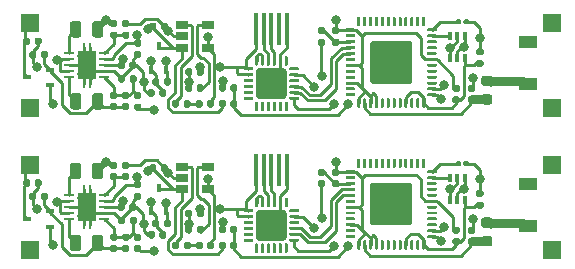
<source format=gbr>
G04 #@! TF.GenerationSoftware,KiCad,Pcbnew,(5.1.6)-1*
G04 #@! TF.CreationDate,2020-09-11T17:39:01+02:00*
G04 #@! TF.ProjectId,panelized,70616e65-6c69-47a6-9564-2e6b69636164,rev?*
G04 #@! TF.SameCoordinates,Original*
G04 #@! TF.FileFunction,Copper,L1,Top*
G04 #@! TF.FilePolarity,Positive*
%FSLAX46Y46*%
G04 Gerber Fmt 4.6, Leading zero omitted, Abs format (unit mm)*
G04 Created by KiCad (PCBNEW (5.1.6)-1) date 2020-09-11 17:39:01*
%MOMM*%
%LPD*%
G01*
G04 APERTURE LIST*
G04 #@! TA.AperFunction,SMDPad,CuDef*
%ADD10R,1.060000X0.650000*%
G04 #@! TD*
G04 #@! TA.AperFunction,ComponentPad*
%ADD11R,1.600000X1.600000*%
G04 #@! TD*
G04 #@! TA.AperFunction,SMDPad,CuDef*
%ADD12R,0.700000X0.450000*%
G04 #@! TD*
G04 #@! TA.AperFunction,SMDPad,CuDef*
%ADD13R,0.450000X0.700000*%
G04 #@! TD*
G04 #@! TA.AperFunction,SMDPad,CuDef*
%ADD14R,0.400000X2.700000*%
G04 #@! TD*
G04 #@! TA.AperFunction,SMDPad,CuDef*
%ADD15R,0.850000X0.280000*%
G04 #@! TD*
G04 #@! TA.AperFunction,SMDPad,CuDef*
%ADD16R,1.650000X2.400000*%
G04 #@! TD*
G04 #@! TA.AperFunction,SMDPad,CuDef*
%ADD17R,0.280000X0.700000*%
G04 #@! TD*
G04 #@! TA.AperFunction,SMDPad,CuDef*
%ADD18R,1.600000X1.000000*%
G04 #@! TD*
G04 #@! TA.AperFunction,SMDPad,CuDef*
%ADD19R,0.400000X0.650000*%
G04 #@! TD*
G04 #@! TA.AperFunction,ViaPad*
%ADD20C,0.800000*%
G04 #@! TD*
G04 #@! TA.AperFunction,Conductor*
%ADD21C,0.800000*%
G04 #@! TD*
G04 #@! TA.AperFunction,Conductor*
%ADD22C,0.250000*%
G04 #@! TD*
G04 APERTURE END LIST*
G04 #@! TA.AperFunction,SMDPad,CuDef*
G36*
G01*
X115040000Y-106522500D02*
X115040000Y-106177500D01*
G75*
G02*
X115187500Y-106030000I147500J0D01*
G01*
X115482500Y-106030000D01*
G75*
G02*
X115630000Y-106177500I0J-147500D01*
G01*
X115630000Y-106522500D01*
G75*
G02*
X115482500Y-106670000I-147500J0D01*
G01*
X115187500Y-106670000D01*
G75*
G02*
X115040000Y-106522500I0J147500D01*
G01*
G37*
G04 #@! TD.AperFunction*
G04 #@! TA.AperFunction,SMDPad,CuDef*
G36*
G01*
X114070000Y-106522500D02*
X114070000Y-106177500D01*
G75*
G02*
X114217500Y-106030000I147500J0D01*
G01*
X114512500Y-106030000D01*
G75*
G02*
X114660000Y-106177500I0J-147500D01*
G01*
X114660000Y-106522500D01*
G75*
G02*
X114512500Y-106670000I-147500J0D01*
G01*
X114217500Y-106670000D01*
G75*
G02*
X114070000Y-106522500I0J147500D01*
G01*
G37*
G04 #@! TD.AperFunction*
G04 #@! TA.AperFunction,SMDPad,CuDef*
G36*
G01*
X126627500Y-101220000D02*
X126972500Y-101220000D01*
G75*
G02*
X127120000Y-101367500I0J-147500D01*
G01*
X127120000Y-101662500D01*
G75*
G02*
X126972500Y-101810000I-147500J0D01*
G01*
X126627500Y-101810000D01*
G75*
G02*
X126480000Y-101662500I0J147500D01*
G01*
X126480000Y-101367500D01*
G75*
G02*
X126627500Y-101220000I147500J0D01*
G01*
G37*
G04 #@! TD.AperFunction*
G04 #@! TA.AperFunction,SMDPad,CuDef*
G36*
G01*
X126627500Y-102190000D02*
X126972500Y-102190000D01*
G75*
G02*
X127120000Y-102337500I0J-147500D01*
G01*
X127120000Y-102632500D01*
G75*
G02*
X126972500Y-102780000I-147500J0D01*
G01*
X126627500Y-102780000D01*
G75*
G02*
X126480000Y-102632500I0J147500D01*
G01*
X126480000Y-102337500D01*
G75*
G02*
X126627500Y-102190000I147500J0D01*
G01*
G37*
G04 #@! TD.AperFunction*
D10*
X115950000Y-101050000D03*
X115950000Y-102950000D03*
X113750000Y-102950000D03*
X113750000Y-102000000D03*
X113750000Y-101050000D03*
D11*
X145100000Y-108100000D03*
G04 #@! TA.AperFunction,SMDPad,CuDef*
G36*
G01*
X107828500Y-100617000D02*
X108173500Y-100617000D01*
G75*
G02*
X108321000Y-100764500I0J-147500D01*
G01*
X108321000Y-101059500D01*
G75*
G02*
X108173500Y-101207000I-147500J0D01*
G01*
X107828500Y-101207000D01*
G75*
G02*
X107681000Y-101059500I0J147500D01*
G01*
X107681000Y-100764500D01*
G75*
G02*
X107828500Y-100617000I147500J0D01*
G01*
G37*
G04 #@! TD.AperFunction*
G04 #@! TA.AperFunction,SMDPad,CuDef*
G36*
G01*
X107828500Y-101587000D02*
X108173500Y-101587000D01*
G75*
G02*
X108321000Y-101734500I0J-147500D01*
G01*
X108321000Y-102029500D01*
G75*
G02*
X108173500Y-102177000I-147500J0D01*
G01*
X107828500Y-102177000D01*
G75*
G02*
X107681000Y-102029500I0J147500D01*
G01*
X107681000Y-101734500D01*
G75*
G02*
X107828500Y-101587000I147500J0D01*
G01*
G37*
G04 #@! TD.AperFunction*
G04 #@! TA.AperFunction,SMDPad,CuDef*
G36*
G01*
X139343750Y-106900000D02*
X139856250Y-106900000D01*
G75*
G02*
X140075000Y-107118750I0J-218750D01*
G01*
X140075000Y-107556250D01*
G75*
G02*
X139856250Y-107775000I-218750J0D01*
G01*
X139343750Y-107775000D01*
G75*
G02*
X139125000Y-107556250I0J218750D01*
G01*
X139125000Y-107118750D01*
G75*
G02*
X139343750Y-106900000I218750J0D01*
G01*
G37*
G04 #@! TD.AperFunction*
G04 #@! TA.AperFunction,SMDPad,CuDef*
G36*
G01*
X139343750Y-105325000D02*
X139856250Y-105325000D01*
G75*
G02*
X140075000Y-105543750I0J-218750D01*
G01*
X140075000Y-105981250D01*
G75*
G02*
X139856250Y-106200000I-218750J0D01*
G01*
X139343750Y-106200000D01*
G75*
G02*
X139125000Y-105981250I0J218750D01*
G01*
X139125000Y-105543750D01*
G75*
G02*
X139343750Y-105325000I218750J0D01*
G01*
G37*
G04 #@! TD.AperFunction*
G04 #@! TA.AperFunction,SMDPad,CuDef*
G36*
G01*
X139172500Y-104580000D02*
X138827500Y-104580000D01*
G75*
G02*
X138680000Y-104432500I0J147500D01*
G01*
X138680000Y-104137500D01*
G75*
G02*
X138827500Y-103990000I147500J0D01*
G01*
X139172500Y-103990000D01*
G75*
G02*
X139320000Y-104137500I0J-147500D01*
G01*
X139320000Y-104432500D01*
G75*
G02*
X139172500Y-104580000I-147500J0D01*
G01*
G37*
G04 #@! TD.AperFunction*
G04 #@! TA.AperFunction,SMDPad,CuDef*
G36*
G01*
X139172500Y-103610000D02*
X138827500Y-103610000D01*
G75*
G02*
X138680000Y-103462500I0J147500D01*
G01*
X138680000Y-103167500D01*
G75*
G02*
X138827500Y-103020000I147500J0D01*
G01*
X139172500Y-103020000D01*
G75*
G02*
X139320000Y-103167500I0J-147500D01*
G01*
X139320000Y-103462500D01*
G75*
G02*
X139172500Y-103610000I-147500J0D01*
G01*
G37*
G04 #@! TD.AperFunction*
G04 #@! TA.AperFunction,SMDPad,CuDef*
G36*
G01*
X116920000Y-107872500D02*
X116920000Y-107527500D01*
G75*
G02*
X117067500Y-107380000I147500J0D01*
G01*
X117362500Y-107380000D01*
G75*
G02*
X117510000Y-107527500I0J-147500D01*
G01*
X117510000Y-107872500D01*
G75*
G02*
X117362500Y-108020000I-147500J0D01*
G01*
X117067500Y-108020000D01*
G75*
G02*
X116920000Y-107872500I0J147500D01*
G01*
G37*
G04 #@! TD.AperFunction*
G04 #@! TA.AperFunction,SMDPad,CuDef*
G36*
G01*
X117890000Y-107872500D02*
X117890000Y-107527500D01*
G75*
G02*
X118037500Y-107380000I147500J0D01*
G01*
X118332500Y-107380000D01*
G75*
G02*
X118480000Y-107527500I0J-147500D01*
G01*
X118480000Y-107872500D01*
G75*
G02*
X118332500Y-108020000I-147500J0D01*
G01*
X118037500Y-108020000D01*
G75*
G02*
X117890000Y-107872500I0J147500D01*
G01*
G37*
G04 #@! TD.AperFunction*
G04 #@! TA.AperFunction,SMDPad,CuDef*
G36*
G01*
X109189500Y-108250000D02*
X108844500Y-108250000D01*
G75*
G02*
X108697000Y-108102500I0J147500D01*
G01*
X108697000Y-107807500D01*
G75*
G02*
X108844500Y-107660000I147500J0D01*
G01*
X109189500Y-107660000D01*
G75*
G02*
X109337000Y-107807500I0J-147500D01*
G01*
X109337000Y-108102500D01*
G75*
G02*
X109189500Y-108250000I-147500J0D01*
G01*
G37*
G04 #@! TD.AperFunction*
G04 #@! TA.AperFunction,SMDPad,CuDef*
G36*
G01*
X109189500Y-107280000D02*
X108844500Y-107280000D01*
G75*
G02*
X108697000Y-107132500I0J147500D01*
G01*
X108697000Y-106837500D01*
G75*
G02*
X108844500Y-106690000I147500J0D01*
G01*
X109189500Y-106690000D01*
G75*
G02*
X109337000Y-106837500I0J-147500D01*
G01*
X109337000Y-107132500D01*
G75*
G02*
X109189500Y-107280000I-147500J0D01*
G01*
G37*
G04 #@! TD.AperFunction*
G04 #@! TA.AperFunction,SMDPad,CuDef*
G36*
G01*
X110904000Y-106967000D02*
X110904000Y-106622000D01*
G75*
G02*
X111051500Y-106474500I147500J0D01*
G01*
X111346500Y-106474500D01*
G75*
G02*
X111494000Y-106622000I0J-147500D01*
G01*
X111494000Y-106967000D01*
G75*
G02*
X111346500Y-107114500I-147500J0D01*
G01*
X111051500Y-107114500D01*
G75*
G02*
X110904000Y-106967000I0J147500D01*
G01*
G37*
G04 #@! TD.AperFunction*
G04 #@! TA.AperFunction,SMDPad,CuDef*
G36*
G01*
X111874000Y-106967000D02*
X111874000Y-106622000D01*
G75*
G02*
X112021500Y-106474500I147500J0D01*
G01*
X112316500Y-106474500D01*
G75*
G02*
X112464000Y-106622000I0J-147500D01*
G01*
X112464000Y-106967000D01*
G75*
G02*
X112316500Y-107114500I-147500J0D01*
G01*
X112021500Y-107114500D01*
G75*
G02*
X111874000Y-106967000I0J147500D01*
G01*
G37*
G04 #@! TD.AperFunction*
D12*
X102651000Y-106111000D03*
X102651000Y-104811000D03*
X100651000Y-105461000D03*
G04 #@! TA.AperFunction,SMDPad,CuDef*
G36*
G01*
X112845000Y-105669500D02*
X112845000Y-106014500D01*
G75*
G02*
X112697500Y-106162000I-147500J0D01*
G01*
X112402500Y-106162000D01*
G75*
G02*
X112255000Y-106014500I0J147500D01*
G01*
X112255000Y-105669500D01*
G75*
G02*
X112402500Y-105522000I147500J0D01*
G01*
X112697500Y-105522000D01*
G75*
G02*
X112845000Y-105669500I0J-147500D01*
G01*
G37*
G04 #@! TD.AperFunction*
G04 #@! TA.AperFunction,SMDPad,CuDef*
G36*
G01*
X111875000Y-105669500D02*
X111875000Y-106014500D01*
G75*
G02*
X111727500Y-106162000I-147500J0D01*
G01*
X111432500Y-106162000D01*
G75*
G02*
X111285000Y-106014500I0J147500D01*
G01*
X111285000Y-105669500D01*
G75*
G02*
X111432500Y-105522000I147500J0D01*
G01*
X111727500Y-105522000D01*
G75*
G02*
X111875000Y-105669500I0J-147500D01*
G01*
G37*
G04 #@! TD.AperFunction*
G04 #@! TA.AperFunction,SMDPad,CuDef*
G36*
G01*
X104290000Y-107949250D02*
X104290000Y-107036750D01*
G75*
G02*
X104533750Y-106793000I243750J0D01*
G01*
X105021250Y-106793000D01*
G75*
G02*
X105265000Y-107036750I0J-243750D01*
G01*
X105265000Y-107949250D01*
G75*
G02*
X105021250Y-108193000I-243750J0D01*
G01*
X104533750Y-108193000D01*
G75*
G02*
X104290000Y-107949250I0J243750D01*
G01*
G37*
G04 #@! TD.AperFunction*
G04 #@! TA.AperFunction,SMDPad,CuDef*
G36*
G01*
X106165000Y-107949250D02*
X106165000Y-107036750D01*
G75*
G02*
X106408750Y-106793000I243750J0D01*
G01*
X106896250Y-106793000D01*
G75*
G02*
X107140000Y-107036750I0J-243750D01*
G01*
X107140000Y-107949250D01*
G75*
G02*
X106896250Y-108193000I-243750J0D01*
G01*
X106408750Y-108193000D01*
G75*
G02*
X106165000Y-107949250I0J243750D01*
G01*
G37*
G04 #@! TD.AperFunction*
D13*
X111161000Y-104810000D03*
X112461000Y-104810000D03*
X111811000Y-102810000D03*
G04 #@! TA.AperFunction,SMDPad,CuDef*
G36*
G01*
X104290000Y-101853250D02*
X104290000Y-100940750D01*
G75*
G02*
X104533750Y-100697000I243750J0D01*
G01*
X105021250Y-100697000D01*
G75*
G02*
X105265000Y-100940750I0J-243750D01*
G01*
X105265000Y-101853250D01*
G75*
G02*
X105021250Y-102097000I-243750J0D01*
G01*
X104533750Y-102097000D01*
G75*
G02*
X104290000Y-101853250I0J243750D01*
G01*
G37*
G04 #@! TD.AperFunction*
G04 #@! TA.AperFunction,SMDPad,CuDef*
G36*
G01*
X106165000Y-101853250D02*
X106165000Y-100940750D01*
G75*
G02*
X106408750Y-100697000I243750J0D01*
G01*
X106896250Y-100697000D01*
G75*
G02*
X107140000Y-100940750I0J-243750D01*
G01*
X107140000Y-101853250D01*
G75*
G02*
X106896250Y-102097000I-243750J0D01*
G01*
X106408750Y-102097000D01*
G75*
G02*
X106165000Y-101853250I0J243750D01*
G01*
G37*
G04 #@! TD.AperFunction*
G04 #@! TA.AperFunction,SMDPad,CuDef*
G36*
G01*
X109947000Y-105415500D02*
X109947000Y-105760500D01*
G75*
G02*
X109799500Y-105908000I-147500J0D01*
G01*
X109504500Y-105908000D01*
G75*
G02*
X109357000Y-105760500I0J147500D01*
G01*
X109357000Y-105415500D01*
G75*
G02*
X109504500Y-105268000I147500J0D01*
G01*
X109799500Y-105268000D01*
G75*
G02*
X109947000Y-105415500I0J-147500D01*
G01*
G37*
G04 #@! TD.AperFunction*
G04 #@! TA.AperFunction,SMDPad,CuDef*
G36*
G01*
X108977000Y-105415500D02*
X108977000Y-105760500D01*
G75*
G02*
X108829500Y-105908000I-147500J0D01*
G01*
X108534500Y-105908000D01*
G75*
G02*
X108387000Y-105760500I0J147500D01*
G01*
X108387000Y-105415500D01*
G75*
G02*
X108534500Y-105268000I147500J0D01*
G01*
X108829500Y-105268000D01*
G75*
G02*
X108977000Y-105415500I0J-147500D01*
G01*
G37*
G04 #@! TD.AperFunction*
G04 #@! TA.AperFunction,SMDPad,CuDef*
G36*
G01*
X109860500Y-106713000D02*
X110205500Y-106713000D01*
G75*
G02*
X110353000Y-106860500I0J-147500D01*
G01*
X110353000Y-107155500D01*
G75*
G02*
X110205500Y-107303000I-147500J0D01*
G01*
X109860500Y-107303000D01*
G75*
G02*
X109713000Y-107155500I0J147500D01*
G01*
X109713000Y-106860500D01*
G75*
G02*
X109860500Y-106713000I147500J0D01*
G01*
G37*
G04 #@! TD.AperFunction*
G04 #@! TA.AperFunction,SMDPad,CuDef*
G36*
G01*
X109860500Y-107683000D02*
X110205500Y-107683000D01*
G75*
G02*
X110353000Y-107830500I0J-147500D01*
G01*
X110353000Y-108125500D01*
G75*
G02*
X110205500Y-108273000I-147500J0D01*
G01*
X109860500Y-108273000D01*
G75*
G02*
X109713000Y-108125500I0J147500D01*
G01*
X109713000Y-107830500D01*
G75*
G02*
X109860500Y-107683000I147500J0D01*
G01*
G37*
G04 #@! TD.AperFunction*
D14*
X122650000Y-101350000D03*
X122000000Y-101350000D03*
X120050000Y-101350000D03*
X120700000Y-101350000D03*
X121350000Y-101350000D03*
G04 #@! TA.AperFunction,SMDPad,CuDef*
G36*
G01*
X111621000Y-100970500D02*
X111621000Y-101315500D01*
G75*
G02*
X111473500Y-101463000I-147500J0D01*
G01*
X111178500Y-101463000D01*
G75*
G02*
X111031000Y-101315500I0J147500D01*
G01*
X111031000Y-100970500D01*
G75*
G02*
X111178500Y-100823000I147500J0D01*
G01*
X111473500Y-100823000D01*
G75*
G02*
X111621000Y-100970500I0J-147500D01*
G01*
G37*
G04 #@! TD.AperFunction*
G04 #@! TA.AperFunction,SMDPad,CuDef*
G36*
G01*
X112591000Y-100970500D02*
X112591000Y-101315500D01*
G75*
G02*
X112443500Y-101463000I-147500J0D01*
G01*
X112148500Y-101463000D01*
G75*
G02*
X112001000Y-101315500I0J147500D01*
G01*
X112001000Y-100970500D01*
G75*
G02*
X112148500Y-100823000I147500J0D01*
G01*
X112443500Y-100823000D01*
G75*
G02*
X112591000Y-100970500I0J-147500D01*
G01*
G37*
G04 #@! TD.AperFunction*
D11*
X145100000Y-100900000D03*
G04 #@! TA.AperFunction,SMDPad,CuDef*
G36*
G01*
X100871000Y-103728500D02*
X100871000Y-103383500D01*
G75*
G02*
X101018500Y-103236000I147500J0D01*
G01*
X101313500Y-103236000D01*
G75*
G02*
X101461000Y-103383500I0J-147500D01*
G01*
X101461000Y-103728500D01*
G75*
G02*
X101313500Y-103876000I-147500J0D01*
G01*
X101018500Y-103876000D01*
G75*
G02*
X100871000Y-103728500I0J147500D01*
G01*
G37*
G04 #@! TD.AperFunction*
G04 #@! TA.AperFunction,SMDPad,CuDef*
G36*
G01*
X101841000Y-103728500D02*
X101841000Y-103383500D01*
G75*
G02*
X101988500Y-103236000I147500J0D01*
G01*
X102283500Y-103236000D01*
G75*
G02*
X102431000Y-103383500I0J-147500D01*
G01*
X102431000Y-103728500D01*
G75*
G02*
X102283500Y-103876000I-147500J0D01*
G01*
X101988500Y-103876000D01*
G75*
G02*
X101841000Y-103728500I0J147500D01*
G01*
G37*
G04 #@! TD.AperFunction*
G04 #@! TA.AperFunction,SMDPad,CuDef*
G36*
G01*
X100340000Y-102585500D02*
X100340000Y-102240500D01*
G75*
G02*
X100487500Y-102093000I147500J0D01*
G01*
X100782500Y-102093000D01*
G75*
G02*
X100930000Y-102240500I0J-147500D01*
G01*
X100930000Y-102585500D01*
G75*
G02*
X100782500Y-102733000I-147500J0D01*
G01*
X100487500Y-102733000D01*
G75*
G02*
X100340000Y-102585500I0J147500D01*
G01*
G37*
G04 #@! TD.AperFunction*
G04 #@! TA.AperFunction,SMDPad,CuDef*
G36*
G01*
X101310000Y-102585500D02*
X101310000Y-102240500D01*
G75*
G02*
X101457500Y-102093000I147500J0D01*
G01*
X101752500Y-102093000D01*
G75*
G02*
X101900000Y-102240500I0J-147500D01*
G01*
X101900000Y-102585500D01*
G75*
G02*
X101752500Y-102733000I-147500J0D01*
G01*
X101457500Y-102733000D01*
G75*
G02*
X101310000Y-102585500I0J147500D01*
G01*
G37*
G04 #@! TD.AperFunction*
G04 #@! TA.AperFunction,SMDPad,CuDef*
G36*
G01*
X108364000Y-104617500D02*
X108364000Y-104272500D01*
G75*
G02*
X108511500Y-104125000I147500J0D01*
G01*
X108806500Y-104125000D01*
G75*
G02*
X108954000Y-104272500I0J-147500D01*
G01*
X108954000Y-104617500D01*
G75*
G02*
X108806500Y-104765000I-147500J0D01*
G01*
X108511500Y-104765000D01*
G75*
G02*
X108364000Y-104617500I0J147500D01*
G01*
G37*
G04 #@! TD.AperFunction*
G04 #@! TA.AperFunction,SMDPad,CuDef*
G36*
G01*
X109334000Y-104617500D02*
X109334000Y-104272500D01*
G75*
G02*
X109481500Y-104125000I147500J0D01*
G01*
X109776500Y-104125000D01*
G75*
G02*
X109924000Y-104272500I0J-147500D01*
G01*
X109924000Y-104617500D01*
G75*
G02*
X109776500Y-104765000I-147500J0D01*
G01*
X109481500Y-104765000D01*
G75*
G02*
X109334000Y-104617500I0J147500D01*
G01*
G37*
G04 #@! TD.AperFunction*
G04 #@! TA.AperFunction,SMDPad,CuDef*
G36*
G01*
X110205500Y-103828000D02*
X109860500Y-103828000D01*
G75*
G02*
X109713000Y-103680500I0J147500D01*
G01*
X109713000Y-103385500D01*
G75*
G02*
X109860500Y-103238000I147500J0D01*
G01*
X110205500Y-103238000D01*
G75*
G02*
X110353000Y-103385500I0J-147500D01*
G01*
X110353000Y-103680500D01*
G75*
G02*
X110205500Y-103828000I-147500J0D01*
G01*
G37*
G04 #@! TD.AperFunction*
G04 #@! TA.AperFunction,SMDPad,CuDef*
G36*
G01*
X110205500Y-102858000D02*
X109860500Y-102858000D01*
G75*
G02*
X109713000Y-102710500I0J147500D01*
G01*
X109713000Y-102415500D01*
G75*
G02*
X109860500Y-102268000I147500J0D01*
G01*
X110205500Y-102268000D01*
G75*
G02*
X110353000Y-102415500I0J-147500D01*
G01*
X110353000Y-102710500D01*
G75*
G02*
X110205500Y-102858000I-147500J0D01*
G01*
G37*
G04 #@! TD.AperFunction*
G04 #@! TA.AperFunction,SMDPad,CuDef*
G36*
G01*
X108844500Y-100617000D02*
X109189500Y-100617000D01*
G75*
G02*
X109337000Y-100764500I0J-147500D01*
G01*
X109337000Y-101059500D01*
G75*
G02*
X109189500Y-101207000I-147500J0D01*
G01*
X108844500Y-101207000D01*
G75*
G02*
X108697000Y-101059500I0J147500D01*
G01*
X108697000Y-100764500D01*
G75*
G02*
X108844500Y-100617000I147500J0D01*
G01*
G37*
G04 #@! TD.AperFunction*
G04 #@! TA.AperFunction,SMDPad,CuDef*
G36*
G01*
X108844500Y-101587000D02*
X109189500Y-101587000D01*
G75*
G02*
X109337000Y-101734500I0J-147500D01*
G01*
X109337000Y-102029500D01*
G75*
G02*
X109189500Y-102177000I-147500J0D01*
G01*
X108844500Y-102177000D01*
G75*
G02*
X108697000Y-102029500I0J147500D01*
G01*
X108697000Y-101734500D01*
G75*
G02*
X108844500Y-101587000I147500J0D01*
G01*
G37*
G04 #@! TD.AperFunction*
G04 #@! TA.AperFunction,SMDPad,CuDef*
G36*
G01*
X108173500Y-107280000D02*
X107828500Y-107280000D01*
G75*
G02*
X107681000Y-107132500I0J147500D01*
G01*
X107681000Y-106837500D01*
G75*
G02*
X107828500Y-106690000I147500J0D01*
G01*
X108173500Y-106690000D01*
G75*
G02*
X108321000Y-106837500I0J-147500D01*
G01*
X108321000Y-107132500D01*
G75*
G02*
X108173500Y-107280000I-147500J0D01*
G01*
G37*
G04 #@! TD.AperFunction*
G04 #@! TA.AperFunction,SMDPad,CuDef*
G36*
G01*
X108173500Y-108250000D02*
X107828500Y-108250000D01*
G75*
G02*
X107681000Y-108102500I0J147500D01*
G01*
X107681000Y-107807500D01*
G75*
G02*
X107828500Y-107660000I147500J0D01*
G01*
X108173500Y-107660000D01*
G75*
G02*
X108321000Y-107807500I0J-147500D01*
G01*
X108321000Y-108102500D01*
G75*
G02*
X108173500Y-108250000I-147500J0D01*
G01*
G37*
G04 #@! TD.AperFunction*
G04 #@! TA.AperFunction,SMDPad,CuDef*
G36*
G01*
X138127500Y-106105000D02*
X138472500Y-106105000D01*
G75*
G02*
X138620000Y-106252500I0J-147500D01*
G01*
X138620000Y-106547500D01*
G75*
G02*
X138472500Y-106695000I-147500J0D01*
G01*
X138127500Y-106695000D01*
G75*
G02*
X137980000Y-106547500I0J147500D01*
G01*
X137980000Y-106252500D01*
G75*
G02*
X138127500Y-106105000I147500J0D01*
G01*
G37*
G04 #@! TD.AperFunction*
G04 #@! TA.AperFunction,SMDPad,CuDef*
G36*
G01*
X138127500Y-107075000D02*
X138472500Y-107075000D01*
G75*
G02*
X138620000Y-107222500I0J-147500D01*
G01*
X138620000Y-107517500D01*
G75*
G02*
X138472500Y-107665000I-147500J0D01*
G01*
X138127500Y-107665000D01*
G75*
G02*
X137980000Y-107517500I0J147500D01*
G01*
X137980000Y-107222500D01*
G75*
G02*
X138127500Y-107075000I147500J0D01*
G01*
G37*
G04 #@! TD.AperFunction*
G04 #@! TA.AperFunction,SMDPad,CuDef*
G36*
G01*
X113929000Y-107872500D02*
X113929000Y-107527500D01*
G75*
G02*
X114076500Y-107380000I147500J0D01*
G01*
X114371500Y-107380000D01*
G75*
G02*
X114519000Y-107527500I0J-147500D01*
G01*
X114519000Y-107872500D01*
G75*
G02*
X114371500Y-108020000I-147500J0D01*
G01*
X114076500Y-108020000D01*
G75*
G02*
X113929000Y-107872500I0J147500D01*
G01*
G37*
G04 #@! TD.AperFunction*
G04 #@! TA.AperFunction,SMDPad,CuDef*
G36*
G01*
X112959000Y-107872500D02*
X112959000Y-107527500D01*
G75*
G02*
X113106500Y-107380000I147500J0D01*
G01*
X113401500Y-107380000D01*
G75*
G02*
X113549000Y-107527500I0J-147500D01*
G01*
X113549000Y-107872500D01*
G75*
G02*
X113401500Y-108020000I-147500J0D01*
G01*
X113106500Y-108020000D01*
G75*
G02*
X112959000Y-107872500I0J147500D01*
G01*
G37*
G04 #@! TD.AperFunction*
G04 #@! TA.AperFunction,SMDPad,CuDef*
G36*
G01*
X133130800Y-106000000D02*
X129869200Y-106000000D01*
G75*
G02*
X129700000Y-105830800I0J169200D01*
G01*
X129700000Y-102569200D01*
G75*
G02*
X129869200Y-102400000I169200J0D01*
G01*
X133130800Y-102400000D01*
G75*
G02*
X133300000Y-102569200I0J-169200D01*
G01*
X133300000Y-105830800D01*
G75*
G02*
X133130800Y-106000000I-169200J0D01*
G01*
G37*
G04 #@! TD.AperFunction*
G04 #@! TA.AperFunction,SMDPad,CuDef*
G36*
G01*
X128812500Y-108050000D02*
X128687500Y-108050000D01*
G75*
G02*
X128625000Y-107987500I0J62500D01*
G01*
X128625000Y-107312500D01*
G75*
G02*
X128687500Y-107250000I62500J0D01*
G01*
X128812500Y-107250000D01*
G75*
G02*
X128875000Y-107312500I0J-62500D01*
G01*
X128875000Y-107987500D01*
G75*
G02*
X128812500Y-108050000I-62500J0D01*
G01*
G37*
G04 #@! TD.AperFunction*
G04 #@! TA.AperFunction,SMDPad,CuDef*
G36*
G01*
X129312500Y-108050000D02*
X129187500Y-108050000D01*
G75*
G02*
X129125000Y-107987500I0J62500D01*
G01*
X129125000Y-107312500D01*
G75*
G02*
X129187500Y-107250000I62500J0D01*
G01*
X129312500Y-107250000D01*
G75*
G02*
X129375000Y-107312500I0J-62500D01*
G01*
X129375000Y-107987500D01*
G75*
G02*
X129312500Y-108050000I-62500J0D01*
G01*
G37*
G04 #@! TD.AperFunction*
G04 #@! TA.AperFunction,SMDPad,CuDef*
G36*
G01*
X129812500Y-108050000D02*
X129687500Y-108050000D01*
G75*
G02*
X129625000Y-107987500I0J62500D01*
G01*
X129625000Y-107312500D01*
G75*
G02*
X129687500Y-107250000I62500J0D01*
G01*
X129812500Y-107250000D01*
G75*
G02*
X129875000Y-107312500I0J-62500D01*
G01*
X129875000Y-107987500D01*
G75*
G02*
X129812500Y-108050000I-62500J0D01*
G01*
G37*
G04 #@! TD.AperFunction*
G04 #@! TA.AperFunction,SMDPad,CuDef*
G36*
G01*
X130312500Y-108050000D02*
X130187500Y-108050000D01*
G75*
G02*
X130125000Y-107987500I0J62500D01*
G01*
X130125000Y-107312500D01*
G75*
G02*
X130187500Y-107250000I62500J0D01*
G01*
X130312500Y-107250000D01*
G75*
G02*
X130375000Y-107312500I0J-62500D01*
G01*
X130375000Y-107987500D01*
G75*
G02*
X130312500Y-108050000I-62500J0D01*
G01*
G37*
G04 #@! TD.AperFunction*
G04 #@! TA.AperFunction,SMDPad,CuDef*
G36*
G01*
X130812500Y-108050000D02*
X130687500Y-108050000D01*
G75*
G02*
X130625000Y-107987500I0J62500D01*
G01*
X130625000Y-107312500D01*
G75*
G02*
X130687500Y-107250000I62500J0D01*
G01*
X130812500Y-107250000D01*
G75*
G02*
X130875000Y-107312500I0J-62500D01*
G01*
X130875000Y-107987500D01*
G75*
G02*
X130812500Y-108050000I-62500J0D01*
G01*
G37*
G04 #@! TD.AperFunction*
G04 #@! TA.AperFunction,SMDPad,CuDef*
G36*
G01*
X131312500Y-108050000D02*
X131187500Y-108050000D01*
G75*
G02*
X131125000Y-107987500I0J62500D01*
G01*
X131125000Y-107312500D01*
G75*
G02*
X131187500Y-107250000I62500J0D01*
G01*
X131312500Y-107250000D01*
G75*
G02*
X131375000Y-107312500I0J-62500D01*
G01*
X131375000Y-107987500D01*
G75*
G02*
X131312500Y-108050000I-62500J0D01*
G01*
G37*
G04 #@! TD.AperFunction*
G04 #@! TA.AperFunction,SMDPad,CuDef*
G36*
G01*
X131812500Y-108050000D02*
X131687500Y-108050000D01*
G75*
G02*
X131625000Y-107987500I0J62500D01*
G01*
X131625000Y-107312500D01*
G75*
G02*
X131687500Y-107250000I62500J0D01*
G01*
X131812500Y-107250000D01*
G75*
G02*
X131875000Y-107312500I0J-62500D01*
G01*
X131875000Y-107987500D01*
G75*
G02*
X131812500Y-108050000I-62500J0D01*
G01*
G37*
G04 #@! TD.AperFunction*
G04 #@! TA.AperFunction,SMDPad,CuDef*
G36*
G01*
X132312500Y-108050000D02*
X132187500Y-108050000D01*
G75*
G02*
X132125000Y-107987500I0J62500D01*
G01*
X132125000Y-107312500D01*
G75*
G02*
X132187500Y-107250000I62500J0D01*
G01*
X132312500Y-107250000D01*
G75*
G02*
X132375000Y-107312500I0J-62500D01*
G01*
X132375000Y-107987500D01*
G75*
G02*
X132312500Y-108050000I-62500J0D01*
G01*
G37*
G04 #@! TD.AperFunction*
G04 #@! TA.AperFunction,SMDPad,CuDef*
G36*
G01*
X132812500Y-108050000D02*
X132687500Y-108050000D01*
G75*
G02*
X132625000Y-107987500I0J62500D01*
G01*
X132625000Y-107312500D01*
G75*
G02*
X132687500Y-107250000I62500J0D01*
G01*
X132812500Y-107250000D01*
G75*
G02*
X132875000Y-107312500I0J-62500D01*
G01*
X132875000Y-107987500D01*
G75*
G02*
X132812500Y-108050000I-62500J0D01*
G01*
G37*
G04 #@! TD.AperFunction*
G04 #@! TA.AperFunction,SMDPad,CuDef*
G36*
G01*
X133312500Y-108050000D02*
X133187500Y-108050000D01*
G75*
G02*
X133125000Y-107987500I0J62500D01*
G01*
X133125000Y-107312500D01*
G75*
G02*
X133187500Y-107250000I62500J0D01*
G01*
X133312500Y-107250000D01*
G75*
G02*
X133375000Y-107312500I0J-62500D01*
G01*
X133375000Y-107987500D01*
G75*
G02*
X133312500Y-108050000I-62500J0D01*
G01*
G37*
G04 #@! TD.AperFunction*
G04 #@! TA.AperFunction,SMDPad,CuDef*
G36*
G01*
X133812500Y-108050000D02*
X133687500Y-108050000D01*
G75*
G02*
X133625000Y-107987500I0J62500D01*
G01*
X133625000Y-107312500D01*
G75*
G02*
X133687500Y-107250000I62500J0D01*
G01*
X133812500Y-107250000D01*
G75*
G02*
X133875000Y-107312500I0J-62500D01*
G01*
X133875000Y-107987500D01*
G75*
G02*
X133812500Y-108050000I-62500J0D01*
G01*
G37*
G04 #@! TD.AperFunction*
G04 #@! TA.AperFunction,SMDPad,CuDef*
G36*
G01*
X134312500Y-108050000D02*
X134187500Y-108050000D01*
G75*
G02*
X134125000Y-107987500I0J62500D01*
G01*
X134125000Y-107312500D01*
G75*
G02*
X134187500Y-107250000I62500J0D01*
G01*
X134312500Y-107250000D01*
G75*
G02*
X134375000Y-107312500I0J-62500D01*
G01*
X134375000Y-107987500D01*
G75*
G02*
X134312500Y-108050000I-62500J0D01*
G01*
G37*
G04 #@! TD.AperFunction*
G04 #@! TA.AperFunction,SMDPad,CuDef*
G36*
G01*
X135287500Y-107075000D02*
X134612500Y-107075000D01*
G75*
G02*
X134550000Y-107012500I0J62500D01*
G01*
X134550000Y-106887500D01*
G75*
G02*
X134612500Y-106825000I62500J0D01*
G01*
X135287500Y-106825000D01*
G75*
G02*
X135350000Y-106887500I0J-62500D01*
G01*
X135350000Y-107012500D01*
G75*
G02*
X135287500Y-107075000I-62500J0D01*
G01*
G37*
G04 #@! TD.AperFunction*
G04 #@! TA.AperFunction,SMDPad,CuDef*
G36*
G01*
X135287500Y-106575000D02*
X134612500Y-106575000D01*
G75*
G02*
X134550000Y-106512500I0J62500D01*
G01*
X134550000Y-106387500D01*
G75*
G02*
X134612500Y-106325000I62500J0D01*
G01*
X135287500Y-106325000D01*
G75*
G02*
X135350000Y-106387500I0J-62500D01*
G01*
X135350000Y-106512500D01*
G75*
G02*
X135287500Y-106575000I-62500J0D01*
G01*
G37*
G04 #@! TD.AperFunction*
G04 #@! TA.AperFunction,SMDPad,CuDef*
G36*
G01*
X135287500Y-106075000D02*
X134612500Y-106075000D01*
G75*
G02*
X134550000Y-106012500I0J62500D01*
G01*
X134550000Y-105887500D01*
G75*
G02*
X134612500Y-105825000I62500J0D01*
G01*
X135287500Y-105825000D01*
G75*
G02*
X135350000Y-105887500I0J-62500D01*
G01*
X135350000Y-106012500D01*
G75*
G02*
X135287500Y-106075000I-62500J0D01*
G01*
G37*
G04 #@! TD.AperFunction*
G04 #@! TA.AperFunction,SMDPad,CuDef*
G36*
G01*
X135287500Y-105575000D02*
X134612500Y-105575000D01*
G75*
G02*
X134550000Y-105512500I0J62500D01*
G01*
X134550000Y-105387500D01*
G75*
G02*
X134612500Y-105325000I62500J0D01*
G01*
X135287500Y-105325000D01*
G75*
G02*
X135350000Y-105387500I0J-62500D01*
G01*
X135350000Y-105512500D01*
G75*
G02*
X135287500Y-105575000I-62500J0D01*
G01*
G37*
G04 #@! TD.AperFunction*
G04 #@! TA.AperFunction,SMDPad,CuDef*
G36*
G01*
X135287500Y-105075000D02*
X134612500Y-105075000D01*
G75*
G02*
X134550000Y-105012500I0J62500D01*
G01*
X134550000Y-104887500D01*
G75*
G02*
X134612500Y-104825000I62500J0D01*
G01*
X135287500Y-104825000D01*
G75*
G02*
X135350000Y-104887500I0J-62500D01*
G01*
X135350000Y-105012500D01*
G75*
G02*
X135287500Y-105075000I-62500J0D01*
G01*
G37*
G04 #@! TD.AperFunction*
G04 #@! TA.AperFunction,SMDPad,CuDef*
G36*
G01*
X135287500Y-104575000D02*
X134612500Y-104575000D01*
G75*
G02*
X134550000Y-104512500I0J62500D01*
G01*
X134550000Y-104387500D01*
G75*
G02*
X134612500Y-104325000I62500J0D01*
G01*
X135287500Y-104325000D01*
G75*
G02*
X135350000Y-104387500I0J-62500D01*
G01*
X135350000Y-104512500D01*
G75*
G02*
X135287500Y-104575000I-62500J0D01*
G01*
G37*
G04 #@! TD.AperFunction*
G04 #@! TA.AperFunction,SMDPad,CuDef*
G36*
G01*
X135287500Y-104075000D02*
X134612500Y-104075000D01*
G75*
G02*
X134550000Y-104012500I0J62500D01*
G01*
X134550000Y-103887500D01*
G75*
G02*
X134612500Y-103825000I62500J0D01*
G01*
X135287500Y-103825000D01*
G75*
G02*
X135350000Y-103887500I0J-62500D01*
G01*
X135350000Y-104012500D01*
G75*
G02*
X135287500Y-104075000I-62500J0D01*
G01*
G37*
G04 #@! TD.AperFunction*
G04 #@! TA.AperFunction,SMDPad,CuDef*
G36*
G01*
X135287500Y-103575000D02*
X134612500Y-103575000D01*
G75*
G02*
X134550000Y-103512500I0J62500D01*
G01*
X134550000Y-103387500D01*
G75*
G02*
X134612500Y-103325000I62500J0D01*
G01*
X135287500Y-103325000D01*
G75*
G02*
X135350000Y-103387500I0J-62500D01*
G01*
X135350000Y-103512500D01*
G75*
G02*
X135287500Y-103575000I-62500J0D01*
G01*
G37*
G04 #@! TD.AperFunction*
G04 #@! TA.AperFunction,SMDPad,CuDef*
G36*
G01*
X135287500Y-103075000D02*
X134612500Y-103075000D01*
G75*
G02*
X134550000Y-103012500I0J62500D01*
G01*
X134550000Y-102887500D01*
G75*
G02*
X134612500Y-102825000I62500J0D01*
G01*
X135287500Y-102825000D01*
G75*
G02*
X135350000Y-102887500I0J-62500D01*
G01*
X135350000Y-103012500D01*
G75*
G02*
X135287500Y-103075000I-62500J0D01*
G01*
G37*
G04 #@! TD.AperFunction*
G04 #@! TA.AperFunction,SMDPad,CuDef*
G36*
G01*
X135287500Y-102575000D02*
X134612500Y-102575000D01*
G75*
G02*
X134550000Y-102512500I0J62500D01*
G01*
X134550000Y-102387500D01*
G75*
G02*
X134612500Y-102325000I62500J0D01*
G01*
X135287500Y-102325000D01*
G75*
G02*
X135350000Y-102387500I0J-62500D01*
G01*
X135350000Y-102512500D01*
G75*
G02*
X135287500Y-102575000I-62500J0D01*
G01*
G37*
G04 #@! TD.AperFunction*
G04 #@! TA.AperFunction,SMDPad,CuDef*
G36*
G01*
X135287500Y-102075000D02*
X134612500Y-102075000D01*
G75*
G02*
X134550000Y-102012500I0J62500D01*
G01*
X134550000Y-101887500D01*
G75*
G02*
X134612500Y-101825000I62500J0D01*
G01*
X135287500Y-101825000D01*
G75*
G02*
X135350000Y-101887500I0J-62500D01*
G01*
X135350000Y-102012500D01*
G75*
G02*
X135287500Y-102075000I-62500J0D01*
G01*
G37*
G04 #@! TD.AperFunction*
G04 #@! TA.AperFunction,SMDPad,CuDef*
G36*
G01*
X135287500Y-101575000D02*
X134612500Y-101575000D01*
G75*
G02*
X134550000Y-101512500I0J62500D01*
G01*
X134550000Y-101387500D01*
G75*
G02*
X134612500Y-101325000I62500J0D01*
G01*
X135287500Y-101325000D01*
G75*
G02*
X135350000Y-101387500I0J-62500D01*
G01*
X135350000Y-101512500D01*
G75*
G02*
X135287500Y-101575000I-62500J0D01*
G01*
G37*
G04 #@! TD.AperFunction*
G04 #@! TA.AperFunction,SMDPad,CuDef*
G36*
G01*
X134312500Y-101150000D02*
X134187500Y-101150000D01*
G75*
G02*
X134125000Y-101087500I0J62500D01*
G01*
X134125000Y-100412500D01*
G75*
G02*
X134187500Y-100350000I62500J0D01*
G01*
X134312500Y-100350000D01*
G75*
G02*
X134375000Y-100412500I0J-62500D01*
G01*
X134375000Y-101087500D01*
G75*
G02*
X134312500Y-101150000I-62500J0D01*
G01*
G37*
G04 #@! TD.AperFunction*
G04 #@! TA.AperFunction,SMDPad,CuDef*
G36*
G01*
X133812500Y-101150000D02*
X133687500Y-101150000D01*
G75*
G02*
X133625000Y-101087500I0J62500D01*
G01*
X133625000Y-100412500D01*
G75*
G02*
X133687500Y-100350000I62500J0D01*
G01*
X133812500Y-100350000D01*
G75*
G02*
X133875000Y-100412500I0J-62500D01*
G01*
X133875000Y-101087500D01*
G75*
G02*
X133812500Y-101150000I-62500J0D01*
G01*
G37*
G04 #@! TD.AperFunction*
G04 #@! TA.AperFunction,SMDPad,CuDef*
G36*
G01*
X133312500Y-101150000D02*
X133187500Y-101150000D01*
G75*
G02*
X133125000Y-101087500I0J62500D01*
G01*
X133125000Y-100412500D01*
G75*
G02*
X133187500Y-100350000I62500J0D01*
G01*
X133312500Y-100350000D01*
G75*
G02*
X133375000Y-100412500I0J-62500D01*
G01*
X133375000Y-101087500D01*
G75*
G02*
X133312500Y-101150000I-62500J0D01*
G01*
G37*
G04 #@! TD.AperFunction*
G04 #@! TA.AperFunction,SMDPad,CuDef*
G36*
G01*
X132812500Y-101150000D02*
X132687500Y-101150000D01*
G75*
G02*
X132625000Y-101087500I0J62500D01*
G01*
X132625000Y-100412500D01*
G75*
G02*
X132687500Y-100350000I62500J0D01*
G01*
X132812500Y-100350000D01*
G75*
G02*
X132875000Y-100412500I0J-62500D01*
G01*
X132875000Y-101087500D01*
G75*
G02*
X132812500Y-101150000I-62500J0D01*
G01*
G37*
G04 #@! TD.AperFunction*
G04 #@! TA.AperFunction,SMDPad,CuDef*
G36*
G01*
X132312500Y-101150000D02*
X132187500Y-101150000D01*
G75*
G02*
X132125000Y-101087500I0J62500D01*
G01*
X132125000Y-100412500D01*
G75*
G02*
X132187500Y-100350000I62500J0D01*
G01*
X132312500Y-100350000D01*
G75*
G02*
X132375000Y-100412500I0J-62500D01*
G01*
X132375000Y-101087500D01*
G75*
G02*
X132312500Y-101150000I-62500J0D01*
G01*
G37*
G04 #@! TD.AperFunction*
G04 #@! TA.AperFunction,SMDPad,CuDef*
G36*
G01*
X131812500Y-101150000D02*
X131687500Y-101150000D01*
G75*
G02*
X131625000Y-101087500I0J62500D01*
G01*
X131625000Y-100412500D01*
G75*
G02*
X131687500Y-100350000I62500J0D01*
G01*
X131812500Y-100350000D01*
G75*
G02*
X131875000Y-100412500I0J-62500D01*
G01*
X131875000Y-101087500D01*
G75*
G02*
X131812500Y-101150000I-62500J0D01*
G01*
G37*
G04 #@! TD.AperFunction*
G04 #@! TA.AperFunction,SMDPad,CuDef*
G36*
G01*
X131312500Y-101150000D02*
X131187500Y-101150000D01*
G75*
G02*
X131125000Y-101087500I0J62500D01*
G01*
X131125000Y-100412500D01*
G75*
G02*
X131187500Y-100350000I62500J0D01*
G01*
X131312500Y-100350000D01*
G75*
G02*
X131375000Y-100412500I0J-62500D01*
G01*
X131375000Y-101087500D01*
G75*
G02*
X131312500Y-101150000I-62500J0D01*
G01*
G37*
G04 #@! TD.AperFunction*
G04 #@! TA.AperFunction,SMDPad,CuDef*
G36*
G01*
X130812500Y-101150000D02*
X130687500Y-101150000D01*
G75*
G02*
X130625000Y-101087500I0J62500D01*
G01*
X130625000Y-100412500D01*
G75*
G02*
X130687500Y-100350000I62500J0D01*
G01*
X130812500Y-100350000D01*
G75*
G02*
X130875000Y-100412500I0J-62500D01*
G01*
X130875000Y-101087500D01*
G75*
G02*
X130812500Y-101150000I-62500J0D01*
G01*
G37*
G04 #@! TD.AperFunction*
G04 #@! TA.AperFunction,SMDPad,CuDef*
G36*
G01*
X130312500Y-101150000D02*
X130187500Y-101150000D01*
G75*
G02*
X130125000Y-101087500I0J62500D01*
G01*
X130125000Y-100412500D01*
G75*
G02*
X130187500Y-100350000I62500J0D01*
G01*
X130312500Y-100350000D01*
G75*
G02*
X130375000Y-100412500I0J-62500D01*
G01*
X130375000Y-101087500D01*
G75*
G02*
X130312500Y-101150000I-62500J0D01*
G01*
G37*
G04 #@! TD.AperFunction*
G04 #@! TA.AperFunction,SMDPad,CuDef*
G36*
G01*
X129812500Y-101150000D02*
X129687500Y-101150000D01*
G75*
G02*
X129625000Y-101087500I0J62500D01*
G01*
X129625000Y-100412500D01*
G75*
G02*
X129687500Y-100350000I62500J0D01*
G01*
X129812500Y-100350000D01*
G75*
G02*
X129875000Y-100412500I0J-62500D01*
G01*
X129875000Y-101087500D01*
G75*
G02*
X129812500Y-101150000I-62500J0D01*
G01*
G37*
G04 #@! TD.AperFunction*
G04 #@! TA.AperFunction,SMDPad,CuDef*
G36*
G01*
X129312500Y-101150000D02*
X129187500Y-101150000D01*
G75*
G02*
X129125000Y-101087500I0J62500D01*
G01*
X129125000Y-100412500D01*
G75*
G02*
X129187500Y-100350000I62500J0D01*
G01*
X129312500Y-100350000D01*
G75*
G02*
X129375000Y-100412500I0J-62500D01*
G01*
X129375000Y-101087500D01*
G75*
G02*
X129312500Y-101150000I-62500J0D01*
G01*
G37*
G04 #@! TD.AperFunction*
G04 #@! TA.AperFunction,SMDPad,CuDef*
G36*
G01*
X128812500Y-101150000D02*
X128687500Y-101150000D01*
G75*
G02*
X128625000Y-101087500I0J62500D01*
G01*
X128625000Y-100412500D01*
G75*
G02*
X128687500Y-100350000I62500J0D01*
G01*
X128812500Y-100350000D01*
G75*
G02*
X128875000Y-100412500I0J-62500D01*
G01*
X128875000Y-101087500D01*
G75*
G02*
X128812500Y-101150000I-62500J0D01*
G01*
G37*
G04 #@! TD.AperFunction*
G04 #@! TA.AperFunction,SMDPad,CuDef*
G36*
G01*
X128387500Y-101575000D02*
X127712500Y-101575000D01*
G75*
G02*
X127650000Y-101512500I0J62500D01*
G01*
X127650000Y-101387500D01*
G75*
G02*
X127712500Y-101325000I62500J0D01*
G01*
X128387500Y-101325000D01*
G75*
G02*
X128450000Y-101387500I0J-62500D01*
G01*
X128450000Y-101512500D01*
G75*
G02*
X128387500Y-101575000I-62500J0D01*
G01*
G37*
G04 #@! TD.AperFunction*
G04 #@! TA.AperFunction,SMDPad,CuDef*
G36*
G01*
X128387500Y-102075000D02*
X127712500Y-102075000D01*
G75*
G02*
X127650000Y-102012500I0J62500D01*
G01*
X127650000Y-101887500D01*
G75*
G02*
X127712500Y-101825000I62500J0D01*
G01*
X128387500Y-101825000D01*
G75*
G02*
X128450000Y-101887500I0J-62500D01*
G01*
X128450000Y-102012500D01*
G75*
G02*
X128387500Y-102075000I-62500J0D01*
G01*
G37*
G04 #@! TD.AperFunction*
G04 #@! TA.AperFunction,SMDPad,CuDef*
G36*
G01*
X128387500Y-102575000D02*
X127712500Y-102575000D01*
G75*
G02*
X127650000Y-102512500I0J62500D01*
G01*
X127650000Y-102387500D01*
G75*
G02*
X127712500Y-102325000I62500J0D01*
G01*
X128387500Y-102325000D01*
G75*
G02*
X128450000Y-102387500I0J-62500D01*
G01*
X128450000Y-102512500D01*
G75*
G02*
X128387500Y-102575000I-62500J0D01*
G01*
G37*
G04 #@! TD.AperFunction*
G04 #@! TA.AperFunction,SMDPad,CuDef*
G36*
G01*
X128387500Y-103075000D02*
X127712500Y-103075000D01*
G75*
G02*
X127650000Y-103012500I0J62500D01*
G01*
X127650000Y-102887500D01*
G75*
G02*
X127712500Y-102825000I62500J0D01*
G01*
X128387500Y-102825000D01*
G75*
G02*
X128450000Y-102887500I0J-62500D01*
G01*
X128450000Y-103012500D01*
G75*
G02*
X128387500Y-103075000I-62500J0D01*
G01*
G37*
G04 #@! TD.AperFunction*
G04 #@! TA.AperFunction,SMDPad,CuDef*
G36*
G01*
X128387500Y-103575000D02*
X127712500Y-103575000D01*
G75*
G02*
X127650000Y-103512500I0J62500D01*
G01*
X127650000Y-103387500D01*
G75*
G02*
X127712500Y-103325000I62500J0D01*
G01*
X128387500Y-103325000D01*
G75*
G02*
X128450000Y-103387500I0J-62500D01*
G01*
X128450000Y-103512500D01*
G75*
G02*
X128387500Y-103575000I-62500J0D01*
G01*
G37*
G04 #@! TD.AperFunction*
G04 #@! TA.AperFunction,SMDPad,CuDef*
G36*
G01*
X128387500Y-104075000D02*
X127712500Y-104075000D01*
G75*
G02*
X127650000Y-104012500I0J62500D01*
G01*
X127650000Y-103887500D01*
G75*
G02*
X127712500Y-103825000I62500J0D01*
G01*
X128387500Y-103825000D01*
G75*
G02*
X128450000Y-103887500I0J-62500D01*
G01*
X128450000Y-104012500D01*
G75*
G02*
X128387500Y-104075000I-62500J0D01*
G01*
G37*
G04 #@! TD.AperFunction*
G04 #@! TA.AperFunction,SMDPad,CuDef*
G36*
G01*
X128387500Y-104575000D02*
X127712500Y-104575000D01*
G75*
G02*
X127650000Y-104512500I0J62500D01*
G01*
X127650000Y-104387500D01*
G75*
G02*
X127712500Y-104325000I62500J0D01*
G01*
X128387500Y-104325000D01*
G75*
G02*
X128450000Y-104387500I0J-62500D01*
G01*
X128450000Y-104512500D01*
G75*
G02*
X128387500Y-104575000I-62500J0D01*
G01*
G37*
G04 #@! TD.AperFunction*
G04 #@! TA.AperFunction,SMDPad,CuDef*
G36*
G01*
X128387500Y-105075000D02*
X127712500Y-105075000D01*
G75*
G02*
X127650000Y-105012500I0J62500D01*
G01*
X127650000Y-104887500D01*
G75*
G02*
X127712500Y-104825000I62500J0D01*
G01*
X128387500Y-104825000D01*
G75*
G02*
X128450000Y-104887500I0J-62500D01*
G01*
X128450000Y-105012500D01*
G75*
G02*
X128387500Y-105075000I-62500J0D01*
G01*
G37*
G04 #@! TD.AperFunction*
G04 #@! TA.AperFunction,SMDPad,CuDef*
G36*
G01*
X128387500Y-105575000D02*
X127712500Y-105575000D01*
G75*
G02*
X127650000Y-105512500I0J62500D01*
G01*
X127650000Y-105387500D01*
G75*
G02*
X127712500Y-105325000I62500J0D01*
G01*
X128387500Y-105325000D01*
G75*
G02*
X128450000Y-105387500I0J-62500D01*
G01*
X128450000Y-105512500D01*
G75*
G02*
X128387500Y-105575000I-62500J0D01*
G01*
G37*
G04 #@! TD.AperFunction*
G04 #@! TA.AperFunction,SMDPad,CuDef*
G36*
G01*
X128387500Y-106075000D02*
X127712500Y-106075000D01*
G75*
G02*
X127650000Y-106012500I0J62500D01*
G01*
X127650000Y-105887500D01*
G75*
G02*
X127712500Y-105825000I62500J0D01*
G01*
X128387500Y-105825000D01*
G75*
G02*
X128450000Y-105887500I0J-62500D01*
G01*
X128450000Y-106012500D01*
G75*
G02*
X128387500Y-106075000I-62500J0D01*
G01*
G37*
G04 #@! TD.AperFunction*
G04 #@! TA.AperFunction,SMDPad,CuDef*
G36*
G01*
X128387500Y-106575000D02*
X127712500Y-106575000D01*
G75*
G02*
X127650000Y-106512500I0J62500D01*
G01*
X127650000Y-106387500D01*
G75*
G02*
X127712500Y-106325000I62500J0D01*
G01*
X128387500Y-106325000D01*
G75*
G02*
X128450000Y-106387500I0J-62500D01*
G01*
X128450000Y-106512500D01*
G75*
G02*
X128387500Y-106575000I-62500J0D01*
G01*
G37*
G04 #@! TD.AperFunction*
G04 #@! TA.AperFunction,SMDPad,CuDef*
G36*
G01*
X128387500Y-107075000D02*
X127712500Y-107075000D01*
G75*
G02*
X127650000Y-107012500I0J62500D01*
G01*
X127650000Y-106887500D01*
G75*
G02*
X127712500Y-106825000I62500J0D01*
G01*
X128387500Y-106825000D01*
G75*
G02*
X128450000Y-106887500I0J-62500D01*
G01*
X128450000Y-107012500D01*
G75*
G02*
X128387500Y-107075000I-62500J0D01*
G01*
G37*
G04 #@! TD.AperFunction*
X100900000Y-100900000D03*
X100900000Y-108100000D03*
G04 #@! TA.AperFunction,SMDPad,CuDef*
G36*
G01*
X120300000Y-104700000D02*
X122400000Y-104700000D01*
G75*
G02*
X122650000Y-104950000I0J-250000D01*
G01*
X122650000Y-107050000D01*
G75*
G02*
X122400000Y-107300000I-250000J0D01*
G01*
X120300000Y-107300000D01*
G75*
G02*
X120050000Y-107050000I0J250000D01*
G01*
X120050000Y-104950000D01*
G75*
G02*
X120300000Y-104700000I250000J0D01*
G01*
G37*
G04 #@! TD.AperFunction*
G04 #@! TA.AperFunction,SMDPad,CuDef*
G36*
G01*
X122537500Y-103650000D02*
X122662500Y-103650000D01*
G75*
G02*
X122725000Y-103712500I0J-62500D01*
G01*
X122725000Y-104412500D01*
G75*
G02*
X122662500Y-104475000I-62500J0D01*
G01*
X122537500Y-104475000D01*
G75*
G02*
X122475000Y-104412500I0J62500D01*
G01*
X122475000Y-103712500D01*
G75*
G02*
X122537500Y-103650000I62500J0D01*
G01*
G37*
G04 #@! TD.AperFunction*
G04 #@! TA.AperFunction,SMDPad,CuDef*
G36*
G01*
X122037500Y-103650000D02*
X122162500Y-103650000D01*
G75*
G02*
X122225000Y-103712500I0J-62500D01*
G01*
X122225000Y-104412500D01*
G75*
G02*
X122162500Y-104475000I-62500J0D01*
G01*
X122037500Y-104475000D01*
G75*
G02*
X121975000Y-104412500I0J62500D01*
G01*
X121975000Y-103712500D01*
G75*
G02*
X122037500Y-103650000I62500J0D01*
G01*
G37*
G04 #@! TD.AperFunction*
G04 #@! TA.AperFunction,SMDPad,CuDef*
G36*
G01*
X121537500Y-103650000D02*
X121662500Y-103650000D01*
G75*
G02*
X121725000Y-103712500I0J-62500D01*
G01*
X121725000Y-104412500D01*
G75*
G02*
X121662500Y-104475000I-62500J0D01*
G01*
X121537500Y-104475000D01*
G75*
G02*
X121475000Y-104412500I0J62500D01*
G01*
X121475000Y-103712500D01*
G75*
G02*
X121537500Y-103650000I62500J0D01*
G01*
G37*
G04 #@! TD.AperFunction*
G04 #@! TA.AperFunction,SMDPad,CuDef*
G36*
G01*
X121037500Y-103650000D02*
X121162500Y-103650000D01*
G75*
G02*
X121225000Y-103712500I0J-62500D01*
G01*
X121225000Y-104412500D01*
G75*
G02*
X121162500Y-104475000I-62500J0D01*
G01*
X121037500Y-104475000D01*
G75*
G02*
X120975000Y-104412500I0J62500D01*
G01*
X120975000Y-103712500D01*
G75*
G02*
X121037500Y-103650000I62500J0D01*
G01*
G37*
G04 #@! TD.AperFunction*
G04 #@! TA.AperFunction,SMDPad,CuDef*
G36*
G01*
X120537500Y-103650000D02*
X120662500Y-103650000D01*
G75*
G02*
X120725000Y-103712500I0J-62500D01*
G01*
X120725000Y-104412500D01*
G75*
G02*
X120662500Y-104475000I-62500J0D01*
G01*
X120537500Y-104475000D01*
G75*
G02*
X120475000Y-104412500I0J62500D01*
G01*
X120475000Y-103712500D01*
G75*
G02*
X120537500Y-103650000I62500J0D01*
G01*
G37*
G04 #@! TD.AperFunction*
G04 #@! TA.AperFunction,SMDPad,CuDef*
G36*
G01*
X120037500Y-103650000D02*
X120162500Y-103650000D01*
G75*
G02*
X120225000Y-103712500I0J-62500D01*
G01*
X120225000Y-104412500D01*
G75*
G02*
X120162500Y-104475000I-62500J0D01*
G01*
X120037500Y-104475000D01*
G75*
G02*
X119975000Y-104412500I0J62500D01*
G01*
X119975000Y-103712500D01*
G75*
G02*
X120037500Y-103650000I62500J0D01*
G01*
G37*
G04 #@! TD.AperFunction*
G04 #@! TA.AperFunction,SMDPad,CuDef*
G36*
G01*
X119062500Y-104625000D02*
X119762500Y-104625000D01*
G75*
G02*
X119825000Y-104687500I0J-62500D01*
G01*
X119825000Y-104812500D01*
G75*
G02*
X119762500Y-104875000I-62500J0D01*
G01*
X119062500Y-104875000D01*
G75*
G02*
X119000000Y-104812500I0J62500D01*
G01*
X119000000Y-104687500D01*
G75*
G02*
X119062500Y-104625000I62500J0D01*
G01*
G37*
G04 #@! TD.AperFunction*
G04 #@! TA.AperFunction,SMDPad,CuDef*
G36*
G01*
X119062500Y-105125000D02*
X119762500Y-105125000D01*
G75*
G02*
X119825000Y-105187500I0J-62500D01*
G01*
X119825000Y-105312500D01*
G75*
G02*
X119762500Y-105375000I-62500J0D01*
G01*
X119062500Y-105375000D01*
G75*
G02*
X119000000Y-105312500I0J62500D01*
G01*
X119000000Y-105187500D01*
G75*
G02*
X119062500Y-105125000I62500J0D01*
G01*
G37*
G04 #@! TD.AperFunction*
G04 #@! TA.AperFunction,SMDPad,CuDef*
G36*
G01*
X119062500Y-105625000D02*
X119762500Y-105625000D01*
G75*
G02*
X119825000Y-105687500I0J-62500D01*
G01*
X119825000Y-105812500D01*
G75*
G02*
X119762500Y-105875000I-62500J0D01*
G01*
X119062500Y-105875000D01*
G75*
G02*
X119000000Y-105812500I0J62500D01*
G01*
X119000000Y-105687500D01*
G75*
G02*
X119062500Y-105625000I62500J0D01*
G01*
G37*
G04 #@! TD.AperFunction*
G04 #@! TA.AperFunction,SMDPad,CuDef*
G36*
G01*
X119062500Y-106125000D02*
X119762500Y-106125000D01*
G75*
G02*
X119825000Y-106187500I0J-62500D01*
G01*
X119825000Y-106312500D01*
G75*
G02*
X119762500Y-106375000I-62500J0D01*
G01*
X119062500Y-106375000D01*
G75*
G02*
X119000000Y-106312500I0J62500D01*
G01*
X119000000Y-106187500D01*
G75*
G02*
X119062500Y-106125000I62500J0D01*
G01*
G37*
G04 #@! TD.AperFunction*
G04 #@! TA.AperFunction,SMDPad,CuDef*
G36*
G01*
X119062500Y-106625000D02*
X119762500Y-106625000D01*
G75*
G02*
X119825000Y-106687500I0J-62500D01*
G01*
X119825000Y-106812500D01*
G75*
G02*
X119762500Y-106875000I-62500J0D01*
G01*
X119062500Y-106875000D01*
G75*
G02*
X119000000Y-106812500I0J62500D01*
G01*
X119000000Y-106687500D01*
G75*
G02*
X119062500Y-106625000I62500J0D01*
G01*
G37*
G04 #@! TD.AperFunction*
G04 #@! TA.AperFunction,SMDPad,CuDef*
G36*
G01*
X119062500Y-107125000D02*
X119762500Y-107125000D01*
G75*
G02*
X119825000Y-107187500I0J-62500D01*
G01*
X119825000Y-107312500D01*
G75*
G02*
X119762500Y-107375000I-62500J0D01*
G01*
X119062500Y-107375000D01*
G75*
G02*
X119000000Y-107312500I0J62500D01*
G01*
X119000000Y-107187500D01*
G75*
G02*
X119062500Y-107125000I62500J0D01*
G01*
G37*
G04 #@! TD.AperFunction*
G04 #@! TA.AperFunction,SMDPad,CuDef*
G36*
G01*
X120037500Y-107525000D02*
X120162500Y-107525000D01*
G75*
G02*
X120225000Y-107587500I0J-62500D01*
G01*
X120225000Y-108287500D01*
G75*
G02*
X120162500Y-108350000I-62500J0D01*
G01*
X120037500Y-108350000D01*
G75*
G02*
X119975000Y-108287500I0J62500D01*
G01*
X119975000Y-107587500D01*
G75*
G02*
X120037500Y-107525000I62500J0D01*
G01*
G37*
G04 #@! TD.AperFunction*
G04 #@! TA.AperFunction,SMDPad,CuDef*
G36*
G01*
X120537500Y-107525000D02*
X120662500Y-107525000D01*
G75*
G02*
X120725000Y-107587500I0J-62500D01*
G01*
X120725000Y-108287500D01*
G75*
G02*
X120662500Y-108350000I-62500J0D01*
G01*
X120537500Y-108350000D01*
G75*
G02*
X120475000Y-108287500I0J62500D01*
G01*
X120475000Y-107587500D01*
G75*
G02*
X120537500Y-107525000I62500J0D01*
G01*
G37*
G04 #@! TD.AperFunction*
G04 #@! TA.AperFunction,SMDPad,CuDef*
G36*
G01*
X121037500Y-107525000D02*
X121162500Y-107525000D01*
G75*
G02*
X121225000Y-107587500I0J-62500D01*
G01*
X121225000Y-108287500D01*
G75*
G02*
X121162500Y-108350000I-62500J0D01*
G01*
X121037500Y-108350000D01*
G75*
G02*
X120975000Y-108287500I0J62500D01*
G01*
X120975000Y-107587500D01*
G75*
G02*
X121037500Y-107525000I62500J0D01*
G01*
G37*
G04 #@! TD.AperFunction*
G04 #@! TA.AperFunction,SMDPad,CuDef*
G36*
G01*
X121537500Y-107525000D02*
X121662500Y-107525000D01*
G75*
G02*
X121725000Y-107587500I0J-62500D01*
G01*
X121725000Y-108287500D01*
G75*
G02*
X121662500Y-108350000I-62500J0D01*
G01*
X121537500Y-108350000D01*
G75*
G02*
X121475000Y-108287500I0J62500D01*
G01*
X121475000Y-107587500D01*
G75*
G02*
X121537500Y-107525000I62500J0D01*
G01*
G37*
G04 #@! TD.AperFunction*
G04 #@! TA.AperFunction,SMDPad,CuDef*
G36*
G01*
X122037500Y-107525000D02*
X122162500Y-107525000D01*
G75*
G02*
X122225000Y-107587500I0J-62500D01*
G01*
X122225000Y-108287500D01*
G75*
G02*
X122162500Y-108350000I-62500J0D01*
G01*
X122037500Y-108350000D01*
G75*
G02*
X121975000Y-108287500I0J62500D01*
G01*
X121975000Y-107587500D01*
G75*
G02*
X122037500Y-107525000I62500J0D01*
G01*
G37*
G04 #@! TD.AperFunction*
G04 #@! TA.AperFunction,SMDPad,CuDef*
G36*
G01*
X122537500Y-107525000D02*
X122662500Y-107525000D01*
G75*
G02*
X122725000Y-107587500I0J-62500D01*
G01*
X122725000Y-108287500D01*
G75*
G02*
X122662500Y-108350000I-62500J0D01*
G01*
X122537500Y-108350000D01*
G75*
G02*
X122475000Y-108287500I0J62500D01*
G01*
X122475000Y-107587500D01*
G75*
G02*
X122537500Y-107525000I62500J0D01*
G01*
G37*
G04 #@! TD.AperFunction*
G04 #@! TA.AperFunction,SMDPad,CuDef*
G36*
G01*
X122937500Y-107125000D02*
X123637500Y-107125000D01*
G75*
G02*
X123700000Y-107187500I0J-62500D01*
G01*
X123700000Y-107312500D01*
G75*
G02*
X123637500Y-107375000I-62500J0D01*
G01*
X122937500Y-107375000D01*
G75*
G02*
X122875000Y-107312500I0J62500D01*
G01*
X122875000Y-107187500D01*
G75*
G02*
X122937500Y-107125000I62500J0D01*
G01*
G37*
G04 #@! TD.AperFunction*
G04 #@! TA.AperFunction,SMDPad,CuDef*
G36*
G01*
X122937500Y-106625000D02*
X123637500Y-106625000D01*
G75*
G02*
X123700000Y-106687500I0J-62500D01*
G01*
X123700000Y-106812500D01*
G75*
G02*
X123637500Y-106875000I-62500J0D01*
G01*
X122937500Y-106875000D01*
G75*
G02*
X122875000Y-106812500I0J62500D01*
G01*
X122875000Y-106687500D01*
G75*
G02*
X122937500Y-106625000I62500J0D01*
G01*
G37*
G04 #@! TD.AperFunction*
G04 #@! TA.AperFunction,SMDPad,CuDef*
G36*
G01*
X122937500Y-106125000D02*
X123637500Y-106125000D01*
G75*
G02*
X123700000Y-106187500I0J-62500D01*
G01*
X123700000Y-106312500D01*
G75*
G02*
X123637500Y-106375000I-62500J0D01*
G01*
X122937500Y-106375000D01*
G75*
G02*
X122875000Y-106312500I0J62500D01*
G01*
X122875000Y-106187500D01*
G75*
G02*
X122937500Y-106125000I62500J0D01*
G01*
G37*
G04 #@! TD.AperFunction*
G04 #@! TA.AperFunction,SMDPad,CuDef*
G36*
G01*
X122937500Y-105625000D02*
X123637500Y-105625000D01*
G75*
G02*
X123700000Y-105687500I0J-62500D01*
G01*
X123700000Y-105812500D01*
G75*
G02*
X123637500Y-105875000I-62500J0D01*
G01*
X122937500Y-105875000D01*
G75*
G02*
X122875000Y-105812500I0J62500D01*
G01*
X122875000Y-105687500D01*
G75*
G02*
X122937500Y-105625000I62500J0D01*
G01*
G37*
G04 #@! TD.AperFunction*
G04 #@! TA.AperFunction,SMDPad,CuDef*
G36*
G01*
X122937500Y-105125000D02*
X123637500Y-105125000D01*
G75*
G02*
X123700000Y-105187500I0J-62500D01*
G01*
X123700000Y-105312500D01*
G75*
G02*
X123637500Y-105375000I-62500J0D01*
G01*
X122937500Y-105375000D01*
G75*
G02*
X122875000Y-105312500I0J62500D01*
G01*
X122875000Y-105187500D01*
G75*
G02*
X122937500Y-105125000I62500J0D01*
G01*
G37*
G04 #@! TD.AperFunction*
G04 #@! TA.AperFunction,SMDPad,CuDef*
G36*
G01*
X122937500Y-104625000D02*
X123637500Y-104625000D01*
G75*
G02*
X123700000Y-104687500I0J-62500D01*
G01*
X123700000Y-104812500D01*
G75*
G02*
X123637500Y-104875000I-62500J0D01*
G01*
X122937500Y-104875000D01*
G75*
G02*
X122875000Y-104812500I0J62500D01*
G01*
X122875000Y-104687500D01*
G75*
G02*
X122937500Y-104625000I62500J0D01*
G01*
G37*
G04 #@! TD.AperFunction*
G04 #@! TA.AperFunction,SMDPad,CuDef*
G36*
G01*
X136827500Y-106105000D02*
X137172500Y-106105000D01*
G75*
G02*
X137320000Y-106252500I0J-147500D01*
G01*
X137320000Y-106547500D01*
G75*
G02*
X137172500Y-106695000I-147500J0D01*
G01*
X136827500Y-106695000D01*
G75*
G02*
X136680000Y-106547500I0J147500D01*
G01*
X136680000Y-106252500D01*
G75*
G02*
X136827500Y-106105000I147500J0D01*
G01*
G37*
G04 #@! TD.AperFunction*
G04 #@! TA.AperFunction,SMDPad,CuDef*
G36*
G01*
X136827500Y-107075000D02*
X137172500Y-107075000D01*
G75*
G02*
X137320000Y-107222500I0J-147500D01*
G01*
X137320000Y-107517500D01*
G75*
G02*
X137172500Y-107665000I-147500J0D01*
G01*
X136827500Y-107665000D01*
G75*
G02*
X136680000Y-107517500I0J147500D01*
G01*
X136680000Y-107222500D01*
G75*
G02*
X136827500Y-107075000I147500J0D01*
G01*
G37*
G04 #@! TD.AperFunction*
G04 #@! TA.AperFunction,SMDPad,CuDef*
G36*
G01*
X125427500Y-102190000D02*
X125772500Y-102190000D01*
G75*
G02*
X125920000Y-102337500I0J-147500D01*
G01*
X125920000Y-102632500D01*
G75*
G02*
X125772500Y-102780000I-147500J0D01*
G01*
X125427500Y-102780000D01*
G75*
G02*
X125280000Y-102632500I0J147500D01*
G01*
X125280000Y-102337500D01*
G75*
G02*
X125427500Y-102190000I147500J0D01*
G01*
G37*
G04 #@! TD.AperFunction*
G04 #@! TA.AperFunction,SMDPad,CuDef*
G36*
G01*
X125427500Y-101220000D02*
X125772500Y-101220000D01*
G75*
G02*
X125920000Y-101367500I0J-147500D01*
G01*
X125920000Y-101662500D01*
G75*
G02*
X125772500Y-101810000I-147500J0D01*
G01*
X125427500Y-101810000D01*
G75*
G02*
X125280000Y-101662500I0J147500D01*
G01*
X125280000Y-101367500D01*
G75*
G02*
X125427500Y-101220000I147500J0D01*
G01*
G37*
G04 #@! TD.AperFunction*
G04 #@! TA.AperFunction,SMDPad,CuDef*
G36*
G01*
X114070000Y-105172500D02*
X114070000Y-104827500D01*
G75*
G02*
X114217500Y-104680000I147500J0D01*
G01*
X114512500Y-104680000D01*
G75*
G02*
X114660000Y-104827500I0J-147500D01*
G01*
X114660000Y-105172500D01*
G75*
G02*
X114512500Y-105320000I-147500J0D01*
G01*
X114217500Y-105320000D01*
G75*
G02*
X114070000Y-105172500I0J147500D01*
G01*
G37*
G04 #@! TD.AperFunction*
G04 #@! TA.AperFunction,SMDPad,CuDef*
G36*
G01*
X115040000Y-105172500D02*
X115040000Y-104827500D01*
G75*
G02*
X115187500Y-104680000I147500J0D01*
G01*
X115482500Y-104680000D01*
G75*
G02*
X115630000Y-104827500I0J-147500D01*
G01*
X115630000Y-105172500D01*
G75*
G02*
X115482500Y-105320000I-147500J0D01*
G01*
X115187500Y-105320000D01*
G75*
G02*
X115040000Y-105172500I0J147500D01*
G01*
G37*
G04 #@! TD.AperFunction*
G04 #@! TA.AperFunction,SMDPad,CuDef*
G36*
G01*
X116505000Y-107527500D02*
X116505000Y-107872500D01*
G75*
G02*
X116357500Y-108020000I-147500J0D01*
G01*
X116062500Y-108020000D01*
G75*
G02*
X115915000Y-107872500I0J147500D01*
G01*
X115915000Y-107527500D01*
G75*
G02*
X116062500Y-107380000I147500J0D01*
G01*
X116357500Y-107380000D01*
G75*
G02*
X116505000Y-107527500I0J-147500D01*
G01*
G37*
G04 #@! TD.AperFunction*
G04 #@! TA.AperFunction,SMDPad,CuDef*
G36*
G01*
X115535000Y-107527500D02*
X115535000Y-107872500D01*
G75*
G02*
X115387500Y-108020000I-147500J0D01*
G01*
X115092500Y-108020000D01*
G75*
G02*
X114945000Y-107872500I0J147500D01*
G01*
X114945000Y-107527500D01*
G75*
G02*
X115092500Y-107380000I147500J0D01*
G01*
X115387500Y-107380000D01*
G75*
G02*
X115535000Y-107527500I0J-147500D01*
G01*
G37*
G04 #@! TD.AperFunction*
G04 #@! TA.AperFunction,SMDPad,CuDef*
G36*
G01*
X117510000Y-106177500D02*
X117510000Y-106522500D01*
G75*
G02*
X117362500Y-106670000I-147500J0D01*
G01*
X117067500Y-106670000D01*
G75*
G02*
X116920000Y-106522500I0J147500D01*
G01*
X116920000Y-106177500D01*
G75*
G02*
X117067500Y-106030000I147500J0D01*
G01*
X117362500Y-106030000D01*
G75*
G02*
X117510000Y-106177500I0J-147500D01*
G01*
G37*
G04 #@! TD.AperFunction*
G04 #@! TA.AperFunction,SMDPad,CuDef*
G36*
G01*
X118480000Y-106177500D02*
X118480000Y-106522500D01*
G75*
G02*
X118332500Y-106670000I-147500J0D01*
G01*
X118037500Y-106670000D01*
G75*
G02*
X117890000Y-106522500I0J147500D01*
G01*
X117890000Y-106177500D01*
G75*
G02*
X118037500Y-106030000I147500J0D01*
G01*
X118332500Y-106030000D01*
G75*
G02*
X118480000Y-106177500I0J-147500D01*
G01*
G37*
G04 #@! TD.AperFunction*
D15*
X107190000Y-105445000D03*
X107190000Y-104945000D03*
X107190000Y-104445000D03*
X107190000Y-103945000D03*
X107190000Y-103445000D03*
X104240000Y-103445000D03*
X104240000Y-103945000D03*
X104240000Y-104445000D03*
X104240000Y-104945000D03*
X104240000Y-105445000D03*
D16*
X105715000Y-104445000D03*
D17*
X105965000Y-105995000D03*
X105965000Y-102895000D03*
X105465000Y-105995000D03*
X105465000Y-102895000D03*
D18*
X143050000Y-102500000D03*
X143050000Y-106032000D03*
G04 #@! TA.AperFunction,SMDPad,CuDef*
G36*
G01*
X138078500Y-100662000D02*
X138078500Y-100862000D01*
G75*
G02*
X137978500Y-100962000I-100000J0D01*
G01*
X137718500Y-100962000D01*
G75*
G02*
X137618500Y-100862000I0J100000D01*
G01*
X137618500Y-100662000D01*
G75*
G02*
X137718500Y-100562000I100000J0D01*
G01*
X137978500Y-100562000D01*
G75*
G02*
X138078500Y-100662000I0J-100000D01*
G01*
G37*
G04 #@! TD.AperFunction*
G04 #@! TA.AperFunction,SMDPad,CuDef*
G36*
G01*
X137438500Y-100662000D02*
X137438500Y-100862000D01*
G75*
G02*
X137338500Y-100962000I-100000J0D01*
G01*
X137078500Y-100962000D01*
G75*
G02*
X136978500Y-100862000I0J100000D01*
G01*
X136978500Y-100662000D01*
G75*
G02*
X137078500Y-100562000I100000J0D01*
G01*
X137338500Y-100562000D01*
G75*
G02*
X137438500Y-100662000I0J-100000D01*
G01*
G37*
G04 #@! TD.AperFunction*
D19*
X137750000Y-101950000D03*
X136450000Y-101950000D03*
X137100000Y-103850000D03*
X137100000Y-101950000D03*
X136450000Y-103850000D03*
X137750000Y-103850000D03*
G04 #@! TA.AperFunction,SMDPad,CuDef*
G36*
G01*
X115040000Y-118522500D02*
X115040000Y-118177500D01*
G75*
G02*
X115187500Y-118030000I147500J0D01*
G01*
X115482500Y-118030000D01*
G75*
G02*
X115630000Y-118177500I0J-147500D01*
G01*
X115630000Y-118522500D01*
G75*
G02*
X115482500Y-118670000I-147500J0D01*
G01*
X115187500Y-118670000D01*
G75*
G02*
X115040000Y-118522500I0J147500D01*
G01*
G37*
G04 #@! TD.AperFunction*
G04 #@! TA.AperFunction,SMDPad,CuDef*
G36*
G01*
X114070000Y-118522500D02*
X114070000Y-118177500D01*
G75*
G02*
X114217500Y-118030000I147500J0D01*
G01*
X114512500Y-118030000D01*
G75*
G02*
X114660000Y-118177500I0J-147500D01*
G01*
X114660000Y-118522500D01*
G75*
G02*
X114512500Y-118670000I-147500J0D01*
G01*
X114217500Y-118670000D01*
G75*
G02*
X114070000Y-118522500I0J147500D01*
G01*
G37*
G04 #@! TD.AperFunction*
G04 #@! TA.AperFunction,SMDPad,CuDef*
G36*
G01*
X126627500Y-113220000D02*
X126972500Y-113220000D01*
G75*
G02*
X127120000Y-113367500I0J-147500D01*
G01*
X127120000Y-113662500D01*
G75*
G02*
X126972500Y-113810000I-147500J0D01*
G01*
X126627500Y-113810000D01*
G75*
G02*
X126480000Y-113662500I0J147500D01*
G01*
X126480000Y-113367500D01*
G75*
G02*
X126627500Y-113220000I147500J0D01*
G01*
G37*
G04 #@! TD.AperFunction*
G04 #@! TA.AperFunction,SMDPad,CuDef*
G36*
G01*
X126627500Y-114190000D02*
X126972500Y-114190000D01*
G75*
G02*
X127120000Y-114337500I0J-147500D01*
G01*
X127120000Y-114632500D01*
G75*
G02*
X126972500Y-114780000I-147500J0D01*
G01*
X126627500Y-114780000D01*
G75*
G02*
X126480000Y-114632500I0J147500D01*
G01*
X126480000Y-114337500D01*
G75*
G02*
X126627500Y-114190000I147500J0D01*
G01*
G37*
G04 #@! TD.AperFunction*
D10*
X115950000Y-113050000D03*
X115950000Y-114950000D03*
X113750000Y-114950000D03*
X113750000Y-114000000D03*
X113750000Y-113050000D03*
D11*
X145100000Y-120100000D03*
G04 #@! TA.AperFunction,SMDPad,CuDef*
G36*
G01*
X107828500Y-112617000D02*
X108173500Y-112617000D01*
G75*
G02*
X108321000Y-112764500I0J-147500D01*
G01*
X108321000Y-113059500D01*
G75*
G02*
X108173500Y-113207000I-147500J0D01*
G01*
X107828500Y-113207000D01*
G75*
G02*
X107681000Y-113059500I0J147500D01*
G01*
X107681000Y-112764500D01*
G75*
G02*
X107828500Y-112617000I147500J0D01*
G01*
G37*
G04 #@! TD.AperFunction*
G04 #@! TA.AperFunction,SMDPad,CuDef*
G36*
G01*
X107828500Y-113587000D02*
X108173500Y-113587000D01*
G75*
G02*
X108321000Y-113734500I0J-147500D01*
G01*
X108321000Y-114029500D01*
G75*
G02*
X108173500Y-114177000I-147500J0D01*
G01*
X107828500Y-114177000D01*
G75*
G02*
X107681000Y-114029500I0J147500D01*
G01*
X107681000Y-113734500D01*
G75*
G02*
X107828500Y-113587000I147500J0D01*
G01*
G37*
G04 #@! TD.AperFunction*
G04 #@! TA.AperFunction,SMDPad,CuDef*
G36*
G01*
X139343750Y-118900000D02*
X139856250Y-118900000D01*
G75*
G02*
X140075000Y-119118750I0J-218750D01*
G01*
X140075000Y-119556250D01*
G75*
G02*
X139856250Y-119775000I-218750J0D01*
G01*
X139343750Y-119775000D01*
G75*
G02*
X139125000Y-119556250I0J218750D01*
G01*
X139125000Y-119118750D01*
G75*
G02*
X139343750Y-118900000I218750J0D01*
G01*
G37*
G04 #@! TD.AperFunction*
G04 #@! TA.AperFunction,SMDPad,CuDef*
G36*
G01*
X139343750Y-117325000D02*
X139856250Y-117325000D01*
G75*
G02*
X140075000Y-117543750I0J-218750D01*
G01*
X140075000Y-117981250D01*
G75*
G02*
X139856250Y-118200000I-218750J0D01*
G01*
X139343750Y-118200000D01*
G75*
G02*
X139125000Y-117981250I0J218750D01*
G01*
X139125000Y-117543750D01*
G75*
G02*
X139343750Y-117325000I218750J0D01*
G01*
G37*
G04 #@! TD.AperFunction*
G04 #@! TA.AperFunction,SMDPad,CuDef*
G36*
G01*
X139172500Y-116580000D02*
X138827500Y-116580000D01*
G75*
G02*
X138680000Y-116432500I0J147500D01*
G01*
X138680000Y-116137500D01*
G75*
G02*
X138827500Y-115990000I147500J0D01*
G01*
X139172500Y-115990000D01*
G75*
G02*
X139320000Y-116137500I0J-147500D01*
G01*
X139320000Y-116432500D01*
G75*
G02*
X139172500Y-116580000I-147500J0D01*
G01*
G37*
G04 #@! TD.AperFunction*
G04 #@! TA.AperFunction,SMDPad,CuDef*
G36*
G01*
X139172500Y-115610000D02*
X138827500Y-115610000D01*
G75*
G02*
X138680000Y-115462500I0J147500D01*
G01*
X138680000Y-115167500D01*
G75*
G02*
X138827500Y-115020000I147500J0D01*
G01*
X139172500Y-115020000D01*
G75*
G02*
X139320000Y-115167500I0J-147500D01*
G01*
X139320000Y-115462500D01*
G75*
G02*
X139172500Y-115610000I-147500J0D01*
G01*
G37*
G04 #@! TD.AperFunction*
G04 #@! TA.AperFunction,SMDPad,CuDef*
G36*
G01*
X116920000Y-119872500D02*
X116920000Y-119527500D01*
G75*
G02*
X117067500Y-119380000I147500J0D01*
G01*
X117362500Y-119380000D01*
G75*
G02*
X117510000Y-119527500I0J-147500D01*
G01*
X117510000Y-119872500D01*
G75*
G02*
X117362500Y-120020000I-147500J0D01*
G01*
X117067500Y-120020000D01*
G75*
G02*
X116920000Y-119872500I0J147500D01*
G01*
G37*
G04 #@! TD.AperFunction*
G04 #@! TA.AperFunction,SMDPad,CuDef*
G36*
G01*
X117890000Y-119872500D02*
X117890000Y-119527500D01*
G75*
G02*
X118037500Y-119380000I147500J0D01*
G01*
X118332500Y-119380000D01*
G75*
G02*
X118480000Y-119527500I0J-147500D01*
G01*
X118480000Y-119872500D01*
G75*
G02*
X118332500Y-120020000I-147500J0D01*
G01*
X118037500Y-120020000D01*
G75*
G02*
X117890000Y-119872500I0J147500D01*
G01*
G37*
G04 #@! TD.AperFunction*
G04 #@! TA.AperFunction,SMDPad,CuDef*
G36*
G01*
X109189500Y-120250000D02*
X108844500Y-120250000D01*
G75*
G02*
X108697000Y-120102500I0J147500D01*
G01*
X108697000Y-119807500D01*
G75*
G02*
X108844500Y-119660000I147500J0D01*
G01*
X109189500Y-119660000D01*
G75*
G02*
X109337000Y-119807500I0J-147500D01*
G01*
X109337000Y-120102500D01*
G75*
G02*
X109189500Y-120250000I-147500J0D01*
G01*
G37*
G04 #@! TD.AperFunction*
G04 #@! TA.AperFunction,SMDPad,CuDef*
G36*
G01*
X109189500Y-119280000D02*
X108844500Y-119280000D01*
G75*
G02*
X108697000Y-119132500I0J147500D01*
G01*
X108697000Y-118837500D01*
G75*
G02*
X108844500Y-118690000I147500J0D01*
G01*
X109189500Y-118690000D01*
G75*
G02*
X109337000Y-118837500I0J-147500D01*
G01*
X109337000Y-119132500D01*
G75*
G02*
X109189500Y-119280000I-147500J0D01*
G01*
G37*
G04 #@! TD.AperFunction*
G04 #@! TA.AperFunction,SMDPad,CuDef*
G36*
G01*
X110904000Y-118967000D02*
X110904000Y-118622000D01*
G75*
G02*
X111051500Y-118474500I147500J0D01*
G01*
X111346500Y-118474500D01*
G75*
G02*
X111494000Y-118622000I0J-147500D01*
G01*
X111494000Y-118967000D01*
G75*
G02*
X111346500Y-119114500I-147500J0D01*
G01*
X111051500Y-119114500D01*
G75*
G02*
X110904000Y-118967000I0J147500D01*
G01*
G37*
G04 #@! TD.AperFunction*
G04 #@! TA.AperFunction,SMDPad,CuDef*
G36*
G01*
X111874000Y-118967000D02*
X111874000Y-118622000D01*
G75*
G02*
X112021500Y-118474500I147500J0D01*
G01*
X112316500Y-118474500D01*
G75*
G02*
X112464000Y-118622000I0J-147500D01*
G01*
X112464000Y-118967000D01*
G75*
G02*
X112316500Y-119114500I-147500J0D01*
G01*
X112021500Y-119114500D01*
G75*
G02*
X111874000Y-118967000I0J147500D01*
G01*
G37*
G04 #@! TD.AperFunction*
D12*
X102651000Y-118111000D03*
X102651000Y-116811000D03*
X100651000Y-117461000D03*
G04 #@! TA.AperFunction,SMDPad,CuDef*
G36*
G01*
X112845000Y-117669500D02*
X112845000Y-118014500D01*
G75*
G02*
X112697500Y-118162000I-147500J0D01*
G01*
X112402500Y-118162000D01*
G75*
G02*
X112255000Y-118014500I0J147500D01*
G01*
X112255000Y-117669500D01*
G75*
G02*
X112402500Y-117522000I147500J0D01*
G01*
X112697500Y-117522000D01*
G75*
G02*
X112845000Y-117669500I0J-147500D01*
G01*
G37*
G04 #@! TD.AperFunction*
G04 #@! TA.AperFunction,SMDPad,CuDef*
G36*
G01*
X111875000Y-117669500D02*
X111875000Y-118014500D01*
G75*
G02*
X111727500Y-118162000I-147500J0D01*
G01*
X111432500Y-118162000D01*
G75*
G02*
X111285000Y-118014500I0J147500D01*
G01*
X111285000Y-117669500D01*
G75*
G02*
X111432500Y-117522000I147500J0D01*
G01*
X111727500Y-117522000D01*
G75*
G02*
X111875000Y-117669500I0J-147500D01*
G01*
G37*
G04 #@! TD.AperFunction*
G04 #@! TA.AperFunction,SMDPad,CuDef*
G36*
G01*
X104290000Y-119949250D02*
X104290000Y-119036750D01*
G75*
G02*
X104533750Y-118793000I243750J0D01*
G01*
X105021250Y-118793000D01*
G75*
G02*
X105265000Y-119036750I0J-243750D01*
G01*
X105265000Y-119949250D01*
G75*
G02*
X105021250Y-120193000I-243750J0D01*
G01*
X104533750Y-120193000D01*
G75*
G02*
X104290000Y-119949250I0J243750D01*
G01*
G37*
G04 #@! TD.AperFunction*
G04 #@! TA.AperFunction,SMDPad,CuDef*
G36*
G01*
X106165000Y-119949250D02*
X106165000Y-119036750D01*
G75*
G02*
X106408750Y-118793000I243750J0D01*
G01*
X106896250Y-118793000D01*
G75*
G02*
X107140000Y-119036750I0J-243750D01*
G01*
X107140000Y-119949250D01*
G75*
G02*
X106896250Y-120193000I-243750J0D01*
G01*
X106408750Y-120193000D01*
G75*
G02*
X106165000Y-119949250I0J243750D01*
G01*
G37*
G04 #@! TD.AperFunction*
D13*
X111161000Y-116810000D03*
X112461000Y-116810000D03*
X111811000Y-114810000D03*
G04 #@! TA.AperFunction,SMDPad,CuDef*
G36*
G01*
X104290000Y-113853250D02*
X104290000Y-112940750D01*
G75*
G02*
X104533750Y-112697000I243750J0D01*
G01*
X105021250Y-112697000D01*
G75*
G02*
X105265000Y-112940750I0J-243750D01*
G01*
X105265000Y-113853250D01*
G75*
G02*
X105021250Y-114097000I-243750J0D01*
G01*
X104533750Y-114097000D01*
G75*
G02*
X104290000Y-113853250I0J243750D01*
G01*
G37*
G04 #@! TD.AperFunction*
G04 #@! TA.AperFunction,SMDPad,CuDef*
G36*
G01*
X106165000Y-113853250D02*
X106165000Y-112940750D01*
G75*
G02*
X106408750Y-112697000I243750J0D01*
G01*
X106896250Y-112697000D01*
G75*
G02*
X107140000Y-112940750I0J-243750D01*
G01*
X107140000Y-113853250D01*
G75*
G02*
X106896250Y-114097000I-243750J0D01*
G01*
X106408750Y-114097000D01*
G75*
G02*
X106165000Y-113853250I0J243750D01*
G01*
G37*
G04 #@! TD.AperFunction*
G04 #@! TA.AperFunction,SMDPad,CuDef*
G36*
G01*
X109947000Y-117415500D02*
X109947000Y-117760500D01*
G75*
G02*
X109799500Y-117908000I-147500J0D01*
G01*
X109504500Y-117908000D01*
G75*
G02*
X109357000Y-117760500I0J147500D01*
G01*
X109357000Y-117415500D01*
G75*
G02*
X109504500Y-117268000I147500J0D01*
G01*
X109799500Y-117268000D01*
G75*
G02*
X109947000Y-117415500I0J-147500D01*
G01*
G37*
G04 #@! TD.AperFunction*
G04 #@! TA.AperFunction,SMDPad,CuDef*
G36*
G01*
X108977000Y-117415500D02*
X108977000Y-117760500D01*
G75*
G02*
X108829500Y-117908000I-147500J0D01*
G01*
X108534500Y-117908000D01*
G75*
G02*
X108387000Y-117760500I0J147500D01*
G01*
X108387000Y-117415500D01*
G75*
G02*
X108534500Y-117268000I147500J0D01*
G01*
X108829500Y-117268000D01*
G75*
G02*
X108977000Y-117415500I0J-147500D01*
G01*
G37*
G04 #@! TD.AperFunction*
G04 #@! TA.AperFunction,SMDPad,CuDef*
G36*
G01*
X109860500Y-118713000D02*
X110205500Y-118713000D01*
G75*
G02*
X110353000Y-118860500I0J-147500D01*
G01*
X110353000Y-119155500D01*
G75*
G02*
X110205500Y-119303000I-147500J0D01*
G01*
X109860500Y-119303000D01*
G75*
G02*
X109713000Y-119155500I0J147500D01*
G01*
X109713000Y-118860500D01*
G75*
G02*
X109860500Y-118713000I147500J0D01*
G01*
G37*
G04 #@! TD.AperFunction*
G04 #@! TA.AperFunction,SMDPad,CuDef*
G36*
G01*
X109860500Y-119683000D02*
X110205500Y-119683000D01*
G75*
G02*
X110353000Y-119830500I0J-147500D01*
G01*
X110353000Y-120125500D01*
G75*
G02*
X110205500Y-120273000I-147500J0D01*
G01*
X109860500Y-120273000D01*
G75*
G02*
X109713000Y-120125500I0J147500D01*
G01*
X109713000Y-119830500D01*
G75*
G02*
X109860500Y-119683000I147500J0D01*
G01*
G37*
G04 #@! TD.AperFunction*
D14*
X122650000Y-113350000D03*
X122000000Y-113350000D03*
X120050000Y-113350000D03*
X120700000Y-113350000D03*
X121350000Y-113350000D03*
G04 #@! TA.AperFunction,SMDPad,CuDef*
G36*
G01*
X111621000Y-112970500D02*
X111621000Y-113315500D01*
G75*
G02*
X111473500Y-113463000I-147500J0D01*
G01*
X111178500Y-113463000D01*
G75*
G02*
X111031000Y-113315500I0J147500D01*
G01*
X111031000Y-112970500D01*
G75*
G02*
X111178500Y-112823000I147500J0D01*
G01*
X111473500Y-112823000D01*
G75*
G02*
X111621000Y-112970500I0J-147500D01*
G01*
G37*
G04 #@! TD.AperFunction*
G04 #@! TA.AperFunction,SMDPad,CuDef*
G36*
G01*
X112591000Y-112970500D02*
X112591000Y-113315500D01*
G75*
G02*
X112443500Y-113463000I-147500J0D01*
G01*
X112148500Y-113463000D01*
G75*
G02*
X112001000Y-113315500I0J147500D01*
G01*
X112001000Y-112970500D01*
G75*
G02*
X112148500Y-112823000I147500J0D01*
G01*
X112443500Y-112823000D01*
G75*
G02*
X112591000Y-112970500I0J-147500D01*
G01*
G37*
G04 #@! TD.AperFunction*
D11*
X145100000Y-112900000D03*
G04 #@! TA.AperFunction,SMDPad,CuDef*
G36*
G01*
X100871000Y-115728500D02*
X100871000Y-115383500D01*
G75*
G02*
X101018500Y-115236000I147500J0D01*
G01*
X101313500Y-115236000D01*
G75*
G02*
X101461000Y-115383500I0J-147500D01*
G01*
X101461000Y-115728500D01*
G75*
G02*
X101313500Y-115876000I-147500J0D01*
G01*
X101018500Y-115876000D01*
G75*
G02*
X100871000Y-115728500I0J147500D01*
G01*
G37*
G04 #@! TD.AperFunction*
G04 #@! TA.AperFunction,SMDPad,CuDef*
G36*
G01*
X101841000Y-115728500D02*
X101841000Y-115383500D01*
G75*
G02*
X101988500Y-115236000I147500J0D01*
G01*
X102283500Y-115236000D01*
G75*
G02*
X102431000Y-115383500I0J-147500D01*
G01*
X102431000Y-115728500D01*
G75*
G02*
X102283500Y-115876000I-147500J0D01*
G01*
X101988500Y-115876000D01*
G75*
G02*
X101841000Y-115728500I0J147500D01*
G01*
G37*
G04 #@! TD.AperFunction*
G04 #@! TA.AperFunction,SMDPad,CuDef*
G36*
G01*
X100340000Y-114585500D02*
X100340000Y-114240500D01*
G75*
G02*
X100487500Y-114093000I147500J0D01*
G01*
X100782500Y-114093000D01*
G75*
G02*
X100930000Y-114240500I0J-147500D01*
G01*
X100930000Y-114585500D01*
G75*
G02*
X100782500Y-114733000I-147500J0D01*
G01*
X100487500Y-114733000D01*
G75*
G02*
X100340000Y-114585500I0J147500D01*
G01*
G37*
G04 #@! TD.AperFunction*
G04 #@! TA.AperFunction,SMDPad,CuDef*
G36*
G01*
X101310000Y-114585500D02*
X101310000Y-114240500D01*
G75*
G02*
X101457500Y-114093000I147500J0D01*
G01*
X101752500Y-114093000D01*
G75*
G02*
X101900000Y-114240500I0J-147500D01*
G01*
X101900000Y-114585500D01*
G75*
G02*
X101752500Y-114733000I-147500J0D01*
G01*
X101457500Y-114733000D01*
G75*
G02*
X101310000Y-114585500I0J147500D01*
G01*
G37*
G04 #@! TD.AperFunction*
G04 #@! TA.AperFunction,SMDPad,CuDef*
G36*
G01*
X108364000Y-116617500D02*
X108364000Y-116272500D01*
G75*
G02*
X108511500Y-116125000I147500J0D01*
G01*
X108806500Y-116125000D01*
G75*
G02*
X108954000Y-116272500I0J-147500D01*
G01*
X108954000Y-116617500D01*
G75*
G02*
X108806500Y-116765000I-147500J0D01*
G01*
X108511500Y-116765000D01*
G75*
G02*
X108364000Y-116617500I0J147500D01*
G01*
G37*
G04 #@! TD.AperFunction*
G04 #@! TA.AperFunction,SMDPad,CuDef*
G36*
G01*
X109334000Y-116617500D02*
X109334000Y-116272500D01*
G75*
G02*
X109481500Y-116125000I147500J0D01*
G01*
X109776500Y-116125000D01*
G75*
G02*
X109924000Y-116272500I0J-147500D01*
G01*
X109924000Y-116617500D01*
G75*
G02*
X109776500Y-116765000I-147500J0D01*
G01*
X109481500Y-116765000D01*
G75*
G02*
X109334000Y-116617500I0J147500D01*
G01*
G37*
G04 #@! TD.AperFunction*
G04 #@! TA.AperFunction,SMDPad,CuDef*
G36*
G01*
X110205500Y-115828000D02*
X109860500Y-115828000D01*
G75*
G02*
X109713000Y-115680500I0J147500D01*
G01*
X109713000Y-115385500D01*
G75*
G02*
X109860500Y-115238000I147500J0D01*
G01*
X110205500Y-115238000D01*
G75*
G02*
X110353000Y-115385500I0J-147500D01*
G01*
X110353000Y-115680500D01*
G75*
G02*
X110205500Y-115828000I-147500J0D01*
G01*
G37*
G04 #@! TD.AperFunction*
G04 #@! TA.AperFunction,SMDPad,CuDef*
G36*
G01*
X110205500Y-114858000D02*
X109860500Y-114858000D01*
G75*
G02*
X109713000Y-114710500I0J147500D01*
G01*
X109713000Y-114415500D01*
G75*
G02*
X109860500Y-114268000I147500J0D01*
G01*
X110205500Y-114268000D01*
G75*
G02*
X110353000Y-114415500I0J-147500D01*
G01*
X110353000Y-114710500D01*
G75*
G02*
X110205500Y-114858000I-147500J0D01*
G01*
G37*
G04 #@! TD.AperFunction*
G04 #@! TA.AperFunction,SMDPad,CuDef*
G36*
G01*
X108844500Y-112617000D02*
X109189500Y-112617000D01*
G75*
G02*
X109337000Y-112764500I0J-147500D01*
G01*
X109337000Y-113059500D01*
G75*
G02*
X109189500Y-113207000I-147500J0D01*
G01*
X108844500Y-113207000D01*
G75*
G02*
X108697000Y-113059500I0J147500D01*
G01*
X108697000Y-112764500D01*
G75*
G02*
X108844500Y-112617000I147500J0D01*
G01*
G37*
G04 #@! TD.AperFunction*
G04 #@! TA.AperFunction,SMDPad,CuDef*
G36*
G01*
X108844500Y-113587000D02*
X109189500Y-113587000D01*
G75*
G02*
X109337000Y-113734500I0J-147500D01*
G01*
X109337000Y-114029500D01*
G75*
G02*
X109189500Y-114177000I-147500J0D01*
G01*
X108844500Y-114177000D01*
G75*
G02*
X108697000Y-114029500I0J147500D01*
G01*
X108697000Y-113734500D01*
G75*
G02*
X108844500Y-113587000I147500J0D01*
G01*
G37*
G04 #@! TD.AperFunction*
G04 #@! TA.AperFunction,SMDPad,CuDef*
G36*
G01*
X108173500Y-119280000D02*
X107828500Y-119280000D01*
G75*
G02*
X107681000Y-119132500I0J147500D01*
G01*
X107681000Y-118837500D01*
G75*
G02*
X107828500Y-118690000I147500J0D01*
G01*
X108173500Y-118690000D01*
G75*
G02*
X108321000Y-118837500I0J-147500D01*
G01*
X108321000Y-119132500D01*
G75*
G02*
X108173500Y-119280000I-147500J0D01*
G01*
G37*
G04 #@! TD.AperFunction*
G04 #@! TA.AperFunction,SMDPad,CuDef*
G36*
G01*
X108173500Y-120250000D02*
X107828500Y-120250000D01*
G75*
G02*
X107681000Y-120102500I0J147500D01*
G01*
X107681000Y-119807500D01*
G75*
G02*
X107828500Y-119660000I147500J0D01*
G01*
X108173500Y-119660000D01*
G75*
G02*
X108321000Y-119807500I0J-147500D01*
G01*
X108321000Y-120102500D01*
G75*
G02*
X108173500Y-120250000I-147500J0D01*
G01*
G37*
G04 #@! TD.AperFunction*
G04 #@! TA.AperFunction,SMDPad,CuDef*
G36*
G01*
X138127500Y-118105000D02*
X138472500Y-118105000D01*
G75*
G02*
X138620000Y-118252500I0J-147500D01*
G01*
X138620000Y-118547500D01*
G75*
G02*
X138472500Y-118695000I-147500J0D01*
G01*
X138127500Y-118695000D01*
G75*
G02*
X137980000Y-118547500I0J147500D01*
G01*
X137980000Y-118252500D01*
G75*
G02*
X138127500Y-118105000I147500J0D01*
G01*
G37*
G04 #@! TD.AperFunction*
G04 #@! TA.AperFunction,SMDPad,CuDef*
G36*
G01*
X138127500Y-119075000D02*
X138472500Y-119075000D01*
G75*
G02*
X138620000Y-119222500I0J-147500D01*
G01*
X138620000Y-119517500D01*
G75*
G02*
X138472500Y-119665000I-147500J0D01*
G01*
X138127500Y-119665000D01*
G75*
G02*
X137980000Y-119517500I0J147500D01*
G01*
X137980000Y-119222500D01*
G75*
G02*
X138127500Y-119075000I147500J0D01*
G01*
G37*
G04 #@! TD.AperFunction*
G04 #@! TA.AperFunction,SMDPad,CuDef*
G36*
G01*
X113929000Y-119872500D02*
X113929000Y-119527500D01*
G75*
G02*
X114076500Y-119380000I147500J0D01*
G01*
X114371500Y-119380000D01*
G75*
G02*
X114519000Y-119527500I0J-147500D01*
G01*
X114519000Y-119872500D01*
G75*
G02*
X114371500Y-120020000I-147500J0D01*
G01*
X114076500Y-120020000D01*
G75*
G02*
X113929000Y-119872500I0J147500D01*
G01*
G37*
G04 #@! TD.AperFunction*
G04 #@! TA.AperFunction,SMDPad,CuDef*
G36*
G01*
X112959000Y-119872500D02*
X112959000Y-119527500D01*
G75*
G02*
X113106500Y-119380000I147500J0D01*
G01*
X113401500Y-119380000D01*
G75*
G02*
X113549000Y-119527500I0J-147500D01*
G01*
X113549000Y-119872500D01*
G75*
G02*
X113401500Y-120020000I-147500J0D01*
G01*
X113106500Y-120020000D01*
G75*
G02*
X112959000Y-119872500I0J147500D01*
G01*
G37*
G04 #@! TD.AperFunction*
G04 #@! TA.AperFunction,SMDPad,CuDef*
G36*
G01*
X133130800Y-118000000D02*
X129869200Y-118000000D01*
G75*
G02*
X129700000Y-117830800I0J169200D01*
G01*
X129700000Y-114569200D01*
G75*
G02*
X129869200Y-114400000I169200J0D01*
G01*
X133130800Y-114400000D01*
G75*
G02*
X133300000Y-114569200I0J-169200D01*
G01*
X133300000Y-117830800D01*
G75*
G02*
X133130800Y-118000000I-169200J0D01*
G01*
G37*
G04 #@! TD.AperFunction*
G04 #@! TA.AperFunction,SMDPad,CuDef*
G36*
G01*
X128812500Y-120050000D02*
X128687500Y-120050000D01*
G75*
G02*
X128625000Y-119987500I0J62500D01*
G01*
X128625000Y-119312500D01*
G75*
G02*
X128687500Y-119250000I62500J0D01*
G01*
X128812500Y-119250000D01*
G75*
G02*
X128875000Y-119312500I0J-62500D01*
G01*
X128875000Y-119987500D01*
G75*
G02*
X128812500Y-120050000I-62500J0D01*
G01*
G37*
G04 #@! TD.AperFunction*
G04 #@! TA.AperFunction,SMDPad,CuDef*
G36*
G01*
X129312500Y-120050000D02*
X129187500Y-120050000D01*
G75*
G02*
X129125000Y-119987500I0J62500D01*
G01*
X129125000Y-119312500D01*
G75*
G02*
X129187500Y-119250000I62500J0D01*
G01*
X129312500Y-119250000D01*
G75*
G02*
X129375000Y-119312500I0J-62500D01*
G01*
X129375000Y-119987500D01*
G75*
G02*
X129312500Y-120050000I-62500J0D01*
G01*
G37*
G04 #@! TD.AperFunction*
G04 #@! TA.AperFunction,SMDPad,CuDef*
G36*
G01*
X129812500Y-120050000D02*
X129687500Y-120050000D01*
G75*
G02*
X129625000Y-119987500I0J62500D01*
G01*
X129625000Y-119312500D01*
G75*
G02*
X129687500Y-119250000I62500J0D01*
G01*
X129812500Y-119250000D01*
G75*
G02*
X129875000Y-119312500I0J-62500D01*
G01*
X129875000Y-119987500D01*
G75*
G02*
X129812500Y-120050000I-62500J0D01*
G01*
G37*
G04 #@! TD.AperFunction*
G04 #@! TA.AperFunction,SMDPad,CuDef*
G36*
G01*
X130312500Y-120050000D02*
X130187500Y-120050000D01*
G75*
G02*
X130125000Y-119987500I0J62500D01*
G01*
X130125000Y-119312500D01*
G75*
G02*
X130187500Y-119250000I62500J0D01*
G01*
X130312500Y-119250000D01*
G75*
G02*
X130375000Y-119312500I0J-62500D01*
G01*
X130375000Y-119987500D01*
G75*
G02*
X130312500Y-120050000I-62500J0D01*
G01*
G37*
G04 #@! TD.AperFunction*
G04 #@! TA.AperFunction,SMDPad,CuDef*
G36*
G01*
X130812500Y-120050000D02*
X130687500Y-120050000D01*
G75*
G02*
X130625000Y-119987500I0J62500D01*
G01*
X130625000Y-119312500D01*
G75*
G02*
X130687500Y-119250000I62500J0D01*
G01*
X130812500Y-119250000D01*
G75*
G02*
X130875000Y-119312500I0J-62500D01*
G01*
X130875000Y-119987500D01*
G75*
G02*
X130812500Y-120050000I-62500J0D01*
G01*
G37*
G04 #@! TD.AperFunction*
G04 #@! TA.AperFunction,SMDPad,CuDef*
G36*
G01*
X131312500Y-120050000D02*
X131187500Y-120050000D01*
G75*
G02*
X131125000Y-119987500I0J62500D01*
G01*
X131125000Y-119312500D01*
G75*
G02*
X131187500Y-119250000I62500J0D01*
G01*
X131312500Y-119250000D01*
G75*
G02*
X131375000Y-119312500I0J-62500D01*
G01*
X131375000Y-119987500D01*
G75*
G02*
X131312500Y-120050000I-62500J0D01*
G01*
G37*
G04 #@! TD.AperFunction*
G04 #@! TA.AperFunction,SMDPad,CuDef*
G36*
G01*
X131812500Y-120050000D02*
X131687500Y-120050000D01*
G75*
G02*
X131625000Y-119987500I0J62500D01*
G01*
X131625000Y-119312500D01*
G75*
G02*
X131687500Y-119250000I62500J0D01*
G01*
X131812500Y-119250000D01*
G75*
G02*
X131875000Y-119312500I0J-62500D01*
G01*
X131875000Y-119987500D01*
G75*
G02*
X131812500Y-120050000I-62500J0D01*
G01*
G37*
G04 #@! TD.AperFunction*
G04 #@! TA.AperFunction,SMDPad,CuDef*
G36*
G01*
X132312500Y-120050000D02*
X132187500Y-120050000D01*
G75*
G02*
X132125000Y-119987500I0J62500D01*
G01*
X132125000Y-119312500D01*
G75*
G02*
X132187500Y-119250000I62500J0D01*
G01*
X132312500Y-119250000D01*
G75*
G02*
X132375000Y-119312500I0J-62500D01*
G01*
X132375000Y-119987500D01*
G75*
G02*
X132312500Y-120050000I-62500J0D01*
G01*
G37*
G04 #@! TD.AperFunction*
G04 #@! TA.AperFunction,SMDPad,CuDef*
G36*
G01*
X132812500Y-120050000D02*
X132687500Y-120050000D01*
G75*
G02*
X132625000Y-119987500I0J62500D01*
G01*
X132625000Y-119312500D01*
G75*
G02*
X132687500Y-119250000I62500J0D01*
G01*
X132812500Y-119250000D01*
G75*
G02*
X132875000Y-119312500I0J-62500D01*
G01*
X132875000Y-119987500D01*
G75*
G02*
X132812500Y-120050000I-62500J0D01*
G01*
G37*
G04 #@! TD.AperFunction*
G04 #@! TA.AperFunction,SMDPad,CuDef*
G36*
G01*
X133312500Y-120050000D02*
X133187500Y-120050000D01*
G75*
G02*
X133125000Y-119987500I0J62500D01*
G01*
X133125000Y-119312500D01*
G75*
G02*
X133187500Y-119250000I62500J0D01*
G01*
X133312500Y-119250000D01*
G75*
G02*
X133375000Y-119312500I0J-62500D01*
G01*
X133375000Y-119987500D01*
G75*
G02*
X133312500Y-120050000I-62500J0D01*
G01*
G37*
G04 #@! TD.AperFunction*
G04 #@! TA.AperFunction,SMDPad,CuDef*
G36*
G01*
X133812500Y-120050000D02*
X133687500Y-120050000D01*
G75*
G02*
X133625000Y-119987500I0J62500D01*
G01*
X133625000Y-119312500D01*
G75*
G02*
X133687500Y-119250000I62500J0D01*
G01*
X133812500Y-119250000D01*
G75*
G02*
X133875000Y-119312500I0J-62500D01*
G01*
X133875000Y-119987500D01*
G75*
G02*
X133812500Y-120050000I-62500J0D01*
G01*
G37*
G04 #@! TD.AperFunction*
G04 #@! TA.AperFunction,SMDPad,CuDef*
G36*
G01*
X134312500Y-120050000D02*
X134187500Y-120050000D01*
G75*
G02*
X134125000Y-119987500I0J62500D01*
G01*
X134125000Y-119312500D01*
G75*
G02*
X134187500Y-119250000I62500J0D01*
G01*
X134312500Y-119250000D01*
G75*
G02*
X134375000Y-119312500I0J-62500D01*
G01*
X134375000Y-119987500D01*
G75*
G02*
X134312500Y-120050000I-62500J0D01*
G01*
G37*
G04 #@! TD.AperFunction*
G04 #@! TA.AperFunction,SMDPad,CuDef*
G36*
G01*
X135287500Y-119075000D02*
X134612500Y-119075000D01*
G75*
G02*
X134550000Y-119012500I0J62500D01*
G01*
X134550000Y-118887500D01*
G75*
G02*
X134612500Y-118825000I62500J0D01*
G01*
X135287500Y-118825000D01*
G75*
G02*
X135350000Y-118887500I0J-62500D01*
G01*
X135350000Y-119012500D01*
G75*
G02*
X135287500Y-119075000I-62500J0D01*
G01*
G37*
G04 #@! TD.AperFunction*
G04 #@! TA.AperFunction,SMDPad,CuDef*
G36*
G01*
X135287500Y-118575000D02*
X134612500Y-118575000D01*
G75*
G02*
X134550000Y-118512500I0J62500D01*
G01*
X134550000Y-118387500D01*
G75*
G02*
X134612500Y-118325000I62500J0D01*
G01*
X135287500Y-118325000D01*
G75*
G02*
X135350000Y-118387500I0J-62500D01*
G01*
X135350000Y-118512500D01*
G75*
G02*
X135287500Y-118575000I-62500J0D01*
G01*
G37*
G04 #@! TD.AperFunction*
G04 #@! TA.AperFunction,SMDPad,CuDef*
G36*
G01*
X135287500Y-118075000D02*
X134612500Y-118075000D01*
G75*
G02*
X134550000Y-118012500I0J62500D01*
G01*
X134550000Y-117887500D01*
G75*
G02*
X134612500Y-117825000I62500J0D01*
G01*
X135287500Y-117825000D01*
G75*
G02*
X135350000Y-117887500I0J-62500D01*
G01*
X135350000Y-118012500D01*
G75*
G02*
X135287500Y-118075000I-62500J0D01*
G01*
G37*
G04 #@! TD.AperFunction*
G04 #@! TA.AperFunction,SMDPad,CuDef*
G36*
G01*
X135287500Y-117575000D02*
X134612500Y-117575000D01*
G75*
G02*
X134550000Y-117512500I0J62500D01*
G01*
X134550000Y-117387500D01*
G75*
G02*
X134612500Y-117325000I62500J0D01*
G01*
X135287500Y-117325000D01*
G75*
G02*
X135350000Y-117387500I0J-62500D01*
G01*
X135350000Y-117512500D01*
G75*
G02*
X135287500Y-117575000I-62500J0D01*
G01*
G37*
G04 #@! TD.AperFunction*
G04 #@! TA.AperFunction,SMDPad,CuDef*
G36*
G01*
X135287500Y-117075000D02*
X134612500Y-117075000D01*
G75*
G02*
X134550000Y-117012500I0J62500D01*
G01*
X134550000Y-116887500D01*
G75*
G02*
X134612500Y-116825000I62500J0D01*
G01*
X135287500Y-116825000D01*
G75*
G02*
X135350000Y-116887500I0J-62500D01*
G01*
X135350000Y-117012500D01*
G75*
G02*
X135287500Y-117075000I-62500J0D01*
G01*
G37*
G04 #@! TD.AperFunction*
G04 #@! TA.AperFunction,SMDPad,CuDef*
G36*
G01*
X135287500Y-116575000D02*
X134612500Y-116575000D01*
G75*
G02*
X134550000Y-116512500I0J62500D01*
G01*
X134550000Y-116387500D01*
G75*
G02*
X134612500Y-116325000I62500J0D01*
G01*
X135287500Y-116325000D01*
G75*
G02*
X135350000Y-116387500I0J-62500D01*
G01*
X135350000Y-116512500D01*
G75*
G02*
X135287500Y-116575000I-62500J0D01*
G01*
G37*
G04 #@! TD.AperFunction*
G04 #@! TA.AperFunction,SMDPad,CuDef*
G36*
G01*
X135287500Y-116075000D02*
X134612500Y-116075000D01*
G75*
G02*
X134550000Y-116012500I0J62500D01*
G01*
X134550000Y-115887500D01*
G75*
G02*
X134612500Y-115825000I62500J0D01*
G01*
X135287500Y-115825000D01*
G75*
G02*
X135350000Y-115887500I0J-62500D01*
G01*
X135350000Y-116012500D01*
G75*
G02*
X135287500Y-116075000I-62500J0D01*
G01*
G37*
G04 #@! TD.AperFunction*
G04 #@! TA.AperFunction,SMDPad,CuDef*
G36*
G01*
X135287500Y-115575000D02*
X134612500Y-115575000D01*
G75*
G02*
X134550000Y-115512500I0J62500D01*
G01*
X134550000Y-115387500D01*
G75*
G02*
X134612500Y-115325000I62500J0D01*
G01*
X135287500Y-115325000D01*
G75*
G02*
X135350000Y-115387500I0J-62500D01*
G01*
X135350000Y-115512500D01*
G75*
G02*
X135287500Y-115575000I-62500J0D01*
G01*
G37*
G04 #@! TD.AperFunction*
G04 #@! TA.AperFunction,SMDPad,CuDef*
G36*
G01*
X135287500Y-115075000D02*
X134612500Y-115075000D01*
G75*
G02*
X134550000Y-115012500I0J62500D01*
G01*
X134550000Y-114887500D01*
G75*
G02*
X134612500Y-114825000I62500J0D01*
G01*
X135287500Y-114825000D01*
G75*
G02*
X135350000Y-114887500I0J-62500D01*
G01*
X135350000Y-115012500D01*
G75*
G02*
X135287500Y-115075000I-62500J0D01*
G01*
G37*
G04 #@! TD.AperFunction*
G04 #@! TA.AperFunction,SMDPad,CuDef*
G36*
G01*
X135287500Y-114575000D02*
X134612500Y-114575000D01*
G75*
G02*
X134550000Y-114512500I0J62500D01*
G01*
X134550000Y-114387500D01*
G75*
G02*
X134612500Y-114325000I62500J0D01*
G01*
X135287500Y-114325000D01*
G75*
G02*
X135350000Y-114387500I0J-62500D01*
G01*
X135350000Y-114512500D01*
G75*
G02*
X135287500Y-114575000I-62500J0D01*
G01*
G37*
G04 #@! TD.AperFunction*
G04 #@! TA.AperFunction,SMDPad,CuDef*
G36*
G01*
X135287500Y-114075000D02*
X134612500Y-114075000D01*
G75*
G02*
X134550000Y-114012500I0J62500D01*
G01*
X134550000Y-113887500D01*
G75*
G02*
X134612500Y-113825000I62500J0D01*
G01*
X135287500Y-113825000D01*
G75*
G02*
X135350000Y-113887500I0J-62500D01*
G01*
X135350000Y-114012500D01*
G75*
G02*
X135287500Y-114075000I-62500J0D01*
G01*
G37*
G04 #@! TD.AperFunction*
G04 #@! TA.AperFunction,SMDPad,CuDef*
G36*
G01*
X135287500Y-113575000D02*
X134612500Y-113575000D01*
G75*
G02*
X134550000Y-113512500I0J62500D01*
G01*
X134550000Y-113387500D01*
G75*
G02*
X134612500Y-113325000I62500J0D01*
G01*
X135287500Y-113325000D01*
G75*
G02*
X135350000Y-113387500I0J-62500D01*
G01*
X135350000Y-113512500D01*
G75*
G02*
X135287500Y-113575000I-62500J0D01*
G01*
G37*
G04 #@! TD.AperFunction*
G04 #@! TA.AperFunction,SMDPad,CuDef*
G36*
G01*
X134312500Y-113150000D02*
X134187500Y-113150000D01*
G75*
G02*
X134125000Y-113087500I0J62500D01*
G01*
X134125000Y-112412500D01*
G75*
G02*
X134187500Y-112350000I62500J0D01*
G01*
X134312500Y-112350000D01*
G75*
G02*
X134375000Y-112412500I0J-62500D01*
G01*
X134375000Y-113087500D01*
G75*
G02*
X134312500Y-113150000I-62500J0D01*
G01*
G37*
G04 #@! TD.AperFunction*
G04 #@! TA.AperFunction,SMDPad,CuDef*
G36*
G01*
X133812500Y-113150000D02*
X133687500Y-113150000D01*
G75*
G02*
X133625000Y-113087500I0J62500D01*
G01*
X133625000Y-112412500D01*
G75*
G02*
X133687500Y-112350000I62500J0D01*
G01*
X133812500Y-112350000D01*
G75*
G02*
X133875000Y-112412500I0J-62500D01*
G01*
X133875000Y-113087500D01*
G75*
G02*
X133812500Y-113150000I-62500J0D01*
G01*
G37*
G04 #@! TD.AperFunction*
G04 #@! TA.AperFunction,SMDPad,CuDef*
G36*
G01*
X133312500Y-113150000D02*
X133187500Y-113150000D01*
G75*
G02*
X133125000Y-113087500I0J62500D01*
G01*
X133125000Y-112412500D01*
G75*
G02*
X133187500Y-112350000I62500J0D01*
G01*
X133312500Y-112350000D01*
G75*
G02*
X133375000Y-112412500I0J-62500D01*
G01*
X133375000Y-113087500D01*
G75*
G02*
X133312500Y-113150000I-62500J0D01*
G01*
G37*
G04 #@! TD.AperFunction*
G04 #@! TA.AperFunction,SMDPad,CuDef*
G36*
G01*
X132812500Y-113150000D02*
X132687500Y-113150000D01*
G75*
G02*
X132625000Y-113087500I0J62500D01*
G01*
X132625000Y-112412500D01*
G75*
G02*
X132687500Y-112350000I62500J0D01*
G01*
X132812500Y-112350000D01*
G75*
G02*
X132875000Y-112412500I0J-62500D01*
G01*
X132875000Y-113087500D01*
G75*
G02*
X132812500Y-113150000I-62500J0D01*
G01*
G37*
G04 #@! TD.AperFunction*
G04 #@! TA.AperFunction,SMDPad,CuDef*
G36*
G01*
X132312500Y-113150000D02*
X132187500Y-113150000D01*
G75*
G02*
X132125000Y-113087500I0J62500D01*
G01*
X132125000Y-112412500D01*
G75*
G02*
X132187500Y-112350000I62500J0D01*
G01*
X132312500Y-112350000D01*
G75*
G02*
X132375000Y-112412500I0J-62500D01*
G01*
X132375000Y-113087500D01*
G75*
G02*
X132312500Y-113150000I-62500J0D01*
G01*
G37*
G04 #@! TD.AperFunction*
G04 #@! TA.AperFunction,SMDPad,CuDef*
G36*
G01*
X131812500Y-113150000D02*
X131687500Y-113150000D01*
G75*
G02*
X131625000Y-113087500I0J62500D01*
G01*
X131625000Y-112412500D01*
G75*
G02*
X131687500Y-112350000I62500J0D01*
G01*
X131812500Y-112350000D01*
G75*
G02*
X131875000Y-112412500I0J-62500D01*
G01*
X131875000Y-113087500D01*
G75*
G02*
X131812500Y-113150000I-62500J0D01*
G01*
G37*
G04 #@! TD.AperFunction*
G04 #@! TA.AperFunction,SMDPad,CuDef*
G36*
G01*
X131312500Y-113150000D02*
X131187500Y-113150000D01*
G75*
G02*
X131125000Y-113087500I0J62500D01*
G01*
X131125000Y-112412500D01*
G75*
G02*
X131187500Y-112350000I62500J0D01*
G01*
X131312500Y-112350000D01*
G75*
G02*
X131375000Y-112412500I0J-62500D01*
G01*
X131375000Y-113087500D01*
G75*
G02*
X131312500Y-113150000I-62500J0D01*
G01*
G37*
G04 #@! TD.AperFunction*
G04 #@! TA.AperFunction,SMDPad,CuDef*
G36*
G01*
X130812500Y-113150000D02*
X130687500Y-113150000D01*
G75*
G02*
X130625000Y-113087500I0J62500D01*
G01*
X130625000Y-112412500D01*
G75*
G02*
X130687500Y-112350000I62500J0D01*
G01*
X130812500Y-112350000D01*
G75*
G02*
X130875000Y-112412500I0J-62500D01*
G01*
X130875000Y-113087500D01*
G75*
G02*
X130812500Y-113150000I-62500J0D01*
G01*
G37*
G04 #@! TD.AperFunction*
G04 #@! TA.AperFunction,SMDPad,CuDef*
G36*
G01*
X130312500Y-113150000D02*
X130187500Y-113150000D01*
G75*
G02*
X130125000Y-113087500I0J62500D01*
G01*
X130125000Y-112412500D01*
G75*
G02*
X130187500Y-112350000I62500J0D01*
G01*
X130312500Y-112350000D01*
G75*
G02*
X130375000Y-112412500I0J-62500D01*
G01*
X130375000Y-113087500D01*
G75*
G02*
X130312500Y-113150000I-62500J0D01*
G01*
G37*
G04 #@! TD.AperFunction*
G04 #@! TA.AperFunction,SMDPad,CuDef*
G36*
G01*
X129812500Y-113150000D02*
X129687500Y-113150000D01*
G75*
G02*
X129625000Y-113087500I0J62500D01*
G01*
X129625000Y-112412500D01*
G75*
G02*
X129687500Y-112350000I62500J0D01*
G01*
X129812500Y-112350000D01*
G75*
G02*
X129875000Y-112412500I0J-62500D01*
G01*
X129875000Y-113087500D01*
G75*
G02*
X129812500Y-113150000I-62500J0D01*
G01*
G37*
G04 #@! TD.AperFunction*
G04 #@! TA.AperFunction,SMDPad,CuDef*
G36*
G01*
X129312500Y-113150000D02*
X129187500Y-113150000D01*
G75*
G02*
X129125000Y-113087500I0J62500D01*
G01*
X129125000Y-112412500D01*
G75*
G02*
X129187500Y-112350000I62500J0D01*
G01*
X129312500Y-112350000D01*
G75*
G02*
X129375000Y-112412500I0J-62500D01*
G01*
X129375000Y-113087500D01*
G75*
G02*
X129312500Y-113150000I-62500J0D01*
G01*
G37*
G04 #@! TD.AperFunction*
G04 #@! TA.AperFunction,SMDPad,CuDef*
G36*
G01*
X128812500Y-113150000D02*
X128687500Y-113150000D01*
G75*
G02*
X128625000Y-113087500I0J62500D01*
G01*
X128625000Y-112412500D01*
G75*
G02*
X128687500Y-112350000I62500J0D01*
G01*
X128812500Y-112350000D01*
G75*
G02*
X128875000Y-112412500I0J-62500D01*
G01*
X128875000Y-113087500D01*
G75*
G02*
X128812500Y-113150000I-62500J0D01*
G01*
G37*
G04 #@! TD.AperFunction*
G04 #@! TA.AperFunction,SMDPad,CuDef*
G36*
G01*
X128387500Y-113575000D02*
X127712500Y-113575000D01*
G75*
G02*
X127650000Y-113512500I0J62500D01*
G01*
X127650000Y-113387500D01*
G75*
G02*
X127712500Y-113325000I62500J0D01*
G01*
X128387500Y-113325000D01*
G75*
G02*
X128450000Y-113387500I0J-62500D01*
G01*
X128450000Y-113512500D01*
G75*
G02*
X128387500Y-113575000I-62500J0D01*
G01*
G37*
G04 #@! TD.AperFunction*
G04 #@! TA.AperFunction,SMDPad,CuDef*
G36*
G01*
X128387500Y-114075000D02*
X127712500Y-114075000D01*
G75*
G02*
X127650000Y-114012500I0J62500D01*
G01*
X127650000Y-113887500D01*
G75*
G02*
X127712500Y-113825000I62500J0D01*
G01*
X128387500Y-113825000D01*
G75*
G02*
X128450000Y-113887500I0J-62500D01*
G01*
X128450000Y-114012500D01*
G75*
G02*
X128387500Y-114075000I-62500J0D01*
G01*
G37*
G04 #@! TD.AperFunction*
G04 #@! TA.AperFunction,SMDPad,CuDef*
G36*
G01*
X128387500Y-114575000D02*
X127712500Y-114575000D01*
G75*
G02*
X127650000Y-114512500I0J62500D01*
G01*
X127650000Y-114387500D01*
G75*
G02*
X127712500Y-114325000I62500J0D01*
G01*
X128387500Y-114325000D01*
G75*
G02*
X128450000Y-114387500I0J-62500D01*
G01*
X128450000Y-114512500D01*
G75*
G02*
X128387500Y-114575000I-62500J0D01*
G01*
G37*
G04 #@! TD.AperFunction*
G04 #@! TA.AperFunction,SMDPad,CuDef*
G36*
G01*
X128387500Y-115075000D02*
X127712500Y-115075000D01*
G75*
G02*
X127650000Y-115012500I0J62500D01*
G01*
X127650000Y-114887500D01*
G75*
G02*
X127712500Y-114825000I62500J0D01*
G01*
X128387500Y-114825000D01*
G75*
G02*
X128450000Y-114887500I0J-62500D01*
G01*
X128450000Y-115012500D01*
G75*
G02*
X128387500Y-115075000I-62500J0D01*
G01*
G37*
G04 #@! TD.AperFunction*
G04 #@! TA.AperFunction,SMDPad,CuDef*
G36*
G01*
X128387500Y-115575000D02*
X127712500Y-115575000D01*
G75*
G02*
X127650000Y-115512500I0J62500D01*
G01*
X127650000Y-115387500D01*
G75*
G02*
X127712500Y-115325000I62500J0D01*
G01*
X128387500Y-115325000D01*
G75*
G02*
X128450000Y-115387500I0J-62500D01*
G01*
X128450000Y-115512500D01*
G75*
G02*
X128387500Y-115575000I-62500J0D01*
G01*
G37*
G04 #@! TD.AperFunction*
G04 #@! TA.AperFunction,SMDPad,CuDef*
G36*
G01*
X128387500Y-116075000D02*
X127712500Y-116075000D01*
G75*
G02*
X127650000Y-116012500I0J62500D01*
G01*
X127650000Y-115887500D01*
G75*
G02*
X127712500Y-115825000I62500J0D01*
G01*
X128387500Y-115825000D01*
G75*
G02*
X128450000Y-115887500I0J-62500D01*
G01*
X128450000Y-116012500D01*
G75*
G02*
X128387500Y-116075000I-62500J0D01*
G01*
G37*
G04 #@! TD.AperFunction*
G04 #@! TA.AperFunction,SMDPad,CuDef*
G36*
G01*
X128387500Y-116575000D02*
X127712500Y-116575000D01*
G75*
G02*
X127650000Y-116512500I0J62500D01*
G01*
X127650000Y-116387500D01*
G75*
G02*
X127712500Y-116325000I62500J0D01*
G01*
X128387500Y-116325000D01*
G75*
G02*
X128450000Y-116387500I0J-62500D01*
G01*
X128450000Y-116512500D01*
G75*
G02*
X128387500Y-116575000I-62500J0D01*
G01*
G37*
G04 #@! TD.AperFunction*
G04 #@! TA.AperFunction,SMDPad,CuDef*
G36*
G01*
X128387500Y-117075000D02*
X127712500Y-117075000D01*
G75*
G02*
X127650000Y-117012500I0J62500D01*
G01*
X127650000Y-116887500D01*
G75*
G02*
X127712500Y-116825000I62500J0D01*
G01*
X128387500Y-116825000D01*
G75*
G02*
X128450000Y-116887500I0J-62500D01*
G01*
X128450000Y-117012500D01*
G75*
G02*
X128387500Y-117075000I-62500J0D01*
G01*
G37*
G04 #@! TD.AperFunction*
G04 #@! TA.AperFunction,SMDPad,CuDef*
G36*
G01*
X128387500Y-117575000D02*
X127712500Y-117575000D01*
G75*
G02*
X127650000Y-117512500I0J62500D01*
G01*
X127650000Y-117387500D01*
G75*
G02*
X127712500Y-117325000I62500J0D01*
G01*
X128387500Y-117325000D01*
G75*
G02*
X128450000Y-117387500I0J-62500D01*
G01*
X128450000Y-117512500D01*
G75*
G02*
X128387500Y-117575000I-62500J0D01*
G01*
G37*
G04 #@! TD.AperFunction*
G04 #@! TA.AperFunction,SMDPad,CuDef*
G36*
G01*
X128387500Y-118075000D02*
X127712500Y-118075000D01*
G75*
G02*
X127650000Y-118012500I0J62500D01*
G01*
X127650000Y-117887500D01*
G75*
G02*
X127712500Y-117825000I62500J0D01*
G01*
X128387500Y-117825000D01*
G75*
G02*
X128450000Y-117887500I0J-62500D01*
G01*
X128450000Y-118012500D01*
G75*
G02*
X128387500Y-118075000I-62500J0D01*
G01*
G37*
G04 #@! TD.AperFunction*
G04 #@! TA.AperFunction,SMDPad,CuDef*
G36*
G01*
X128387500Y-118575000D02*
X127712500Y-118575000D01*
G75*
G02*
X127650000Y-118512500I0J62500D01*
G01*
X127650000Y-118387500D01*
G75*
G02*
X127712500Y-118325000I62500J0D01*
G01*
X128387500Y-118325000D01*
G75*
G02*
X128450000Y-118387500I0J-62500D01*
G01*
X128450000Y-118512500D01*
G75*
G02*
X128387500Y-118575000I-62500J0D01*
G01*
G37*
G04 #@! TD.AperFunction*
G04 #@! TA.AperFunction,SMDPad,CuDef*
G36*
G01*
X128387500Y-119075000D02*
X127712500Y-119075000D01*
G75*
G02*
X127650000Y-119012500I0J62500D01*
G01*
X127650000Y-118887500D01*
G75*
G02*
X127712500Y-118825000I62500J0D01*
G01*
X128387500Y-118825000D01*
G75*
G02*
X128450000Y-118887500I0J-62500D01*
G01*
X128450000Y-119012500D01*
G75*
G02*
X128387500Y-119075000I-62500J0D01*
G01*
G37*
G04 #@! TD.AperFunction*
X100900000Y-112900000D03*
X100900000Y-120100000D03*
G04 #@! TA.AperFunction,SMDPad,CuDef*
G36*
G01*
X120300000Y-116700000D02*
X122400000Y-116700000D01*
G75*
G02*
X122650000Y-116950000I0J-250000D01*
G01*
X122650000Y-119050000D01*
G75*
G02*
X122400000Y-119300000I-250000J0D01*
G01*
X120300000Y-119300000D01*
G75*
G02*
X120050000Y-119050000I0J250000D01*
G01*
X120050000Y-116950000D01*
G75*
G02*
X120300000Y-116700000I250000J0D01*
G01*
G37*
G04 #@! TD.AperFunction*
G04 #@! TA.AperFunction,SMDPad,CuDef*
G36*
G01*
X122537500Y-115650000D02*
X122662500Y-115650000D01*
G75*
G02*
X122725000Y-115712500I0J-62500D01*
G01*
X122725000Y-116412500D01*
G75*
G02*
X122662500Y-116475000I-62500J0D01*
G01*
X122537500Y-116475000D01*
G75*
G02*
X122475000Y-116412500I0J62500D01*
G01*
X122475000Y-115712500D01*
G75*
G02*
X122537500Y-115650000I62500J0D01*
G01*
G37*
G04 #@! TD.AperFunction*
G04 #@! TA.AperFunction,SMDPad,CuDef*
G36*
G01*
X122037500Y-115650000D02*
X122162500Y-115650000D01*
G75*
G02*
X122225000Y-115712500I0J-62500D01*
G01*
X122225000Y-116412500D01*
G75*
G02*
X122162500Y-116475000I-62500J0D01*
G01*
X122037500Y-116475000D01*
G75*
G02*
X121975000Y-116412500I0J62500D01*
G01*
X121975000Y-115712500D01*
G75*
G02*
X122037500Y-115650000I62500J0D01*
G01*
G37*
G04 #@! TD.AperFunction*
G04 #@! TA.AperFunction,SMDPad,CuDef*
G36*
G01*
X121537500Y-115650000D02*
X121662500Y-115650000D01*
G75*
G02*
X121725000Y-115712500I0J-62500D01*
G01*
X121725000Y-116412500D01*
G75*
G02*
X121662500Y-116475000I-62500J0D01*
G01*
X121537500Y-116475000D01*
G75*
G02*
X121475000Y-116412500I0J62500D01*
G01*
X121475000Y-115712500D01*
G75*
G02*
X121537500Y-115650000I62500J0D01*
G01*
G37*
G04 #@! TD.AperFunction*
G04 #@! TA.AperFunction,SMDPad,CuDef*
G36*
G01*
X121037500Y-115650000D02*
X121162500Y-115650000D01*
G75*
G02*
X121225000Y-115712500I0J-62500D01*
G01*
X121225000Y-116412500D01*
G75*
G02*
X121162500Y-116475000I-62500J0D01*
G01*
X121037500Y-116475000D01*
G75*
G02*
X120975000Y-116412500I0J62500D01*
G01*
X120975000Y-115712500D01*
G75*
G02*
X121037500Y-115650000I62500J0D01*
G01*
G37*
G04 #@! TD.AperFunction*
G04 #@! TA.AperFunction,SMDPad,CuDef*
G36*
G01*
X120537500Y-115650000D02*
X120662500Y-115650000D01*
G75*
G02*
X120725000Y-115712500I0J-62500D01*
G01*
X120725000Y-116412500D01*
G75*
G02*
X120662500Y-116475000I-62500J0D01*
G01*
X120537500Y-116475000D01*
G75*
G02*
X120475000Y-116412500I0J62500D01*
G01*
X120475000Y-115712500D01*
G75*
G02*
X120537500Y-115650000I62500J0D01*
G01*
G37*
G04 #@! TD.AperFunction*
G04 #@! TA.AperFunction,SMDPad,CuDef*
G36*
G01*
X120037500Y-115650000D02*
X120162500Y-115650000D01*
G75*
G02*
X120225000Y-115712500I0J-62500D01*
G01*
X120225000Y-116412500D01*
G75*
G02*
X120162500Y-116475000I-62500J0D01*
G01*
X120037500Y-116475000D01*
G75*
G02*
X119975000Y-116412500I0J62500D01*
G01*
X119975000Y-115712500D01*
G75*
G02*
X120037500Y-115650000I62500J0D01*
G01*
G37*
G04 #@! TD.AperFunction*
G04 #@! TA.AperFunction,SMDPad,CuDef*
G36*
G01*
X119062500Y-116625000D02*
X119762500Y-116625000D01*
G75*
G02*
X119825000Y-116687500I0J-62500D01*
G01*
X119825000Y-116812500D01*
G75*
G02*
X119762500Y-116875000I-62500J0D01*
G01*
X119062500Y-116875000D01*
G75*
G02*
X119000000Y-116812500I0J62500D01*
G01*
X119000000Y-116687500D01*
G75*
G02*
X119062500Y-116625000I62500J0D01*
G01*
G37*
G04 #@! TD.AperFunction*
G04 #@! TA.AperFunction,SMDPad,CuDef*
G36*
G01*
X119062500Y-117125000D02*
X119762500Y-117125000D01*
G75*
G02*
X119825000Y-117187500I0J-62500D01*
G01*
X119825000Y-117312500D01*
G75*
G02*
X119762500Y-117375000I-62500J0D01*
G01*
X119062500Y-117375000D01*
G75*
G02*
X119000000Y-117312500I0J62500D01*
G01*
X119000000Y-117187500D01*
G75*
G02*
X119062500Y-117125000I62500J0D01*
G01*
G37*
G04 #@! TD.AperFunction*
G04 #@! TA.AperFunction,SMDPad,CuDef*
G36*
G01*
X119062500Y-117625000D02*
X119762500Y-117625000D01*
G75*
G02*
X119825000Y-117687500I0J-62500D01*
G01*
X119825000Y-117812500D01*
G75*
G02*
X119762500Y-117875000I-62500J0D01*
G01*
X119062500Y-117875000D01*
G75*
G02*
X119000000Y-117812500I0J62500D01*
G01*
X119000000Y-117687500D01*
G75*
G02*
X119062500Y-117625000I62500J0D01*
G01*
G37*
G04 #@! TD.AperFunction*
G04 #@! TA.AperFunction,SMDPad,CuDef*
G36*
G01*
X119062500Y-118125000D02*
X119762500Y-118125000D01*
G75*
G02*
X119825000Y-118187500I0J-62500D01*
G01*
X119825000Y-118312500D01*
G75*
G02*
X119762500Y-118375000I-62500J0D01*
G01*
X119062500Y-118375000D01*
G75*
G02*
X119000000Y-118312500I0J62500D01*
G01*
X119000000Y-118187500D01*
G75*
G02*
X119062500Y-118125000I62500J0D01*
G01*
G37*
G04 #@! TD.AperFunction*
G04 #@! TA.AperFunction,SMDPad,CuDef*
G36*
G01*
X119062500Y-118625000D02*
X119762500Y-118625000D01*
G75*
G02*
X119825000Y-118687500I0J-62500D01*
G01*
X119825000Y-118812500D01*
G75*
G02*
X119762500Y-118875000I-62500J0D01*
G01*
X119062500Y-118875000D01*
G75*
G02*
X119000000Y-118812500I0J62500D01*
G01*
X119000000Y-118687500D01*
G75*
G02*
X119062500Y-118625000I62500J0D01*
G01*
G37*
G04 #@! TD.AperFunction*
G04 #@! TA.AperFunction,SMDPad,CuDef*
G36*
G01*
X119062500Y-119125000D02*
X119762500Y-119125000D01*
G75*
G02*
X119825000Y-119187500I0J-62500D01*
G01*
X119825000Y-119312500D01*
G75*
G02*
X119762500Y-119375000I-62500J0D01*
G01*
X119062500Y-119375000D01*
G75*
G02*
X119000000Y-119312500I0J62500D01*
G01*
X119000000Y-119187500D01*
G75*
G02*
X119062500Y-119125000I62500J0D01*
G01*
G37*
G04 #@! TD.AperFunction*
G04 #@! TA.AperFunction,SMDPad,CuDef*
G36*
G01*
X120037500Y-119525000D02*
X120162500Y-119525000D01*
G75*
G02*
X120225000Y-119587500I0J-62500D01*
G01*
X120225000Y-120287500D01*
G75*
G02*
X120162500Y-120350000I-62500J0D01*
G01*
X120037500Y-120350000D01*
G75*
G02*
X119975000Y-120287500I0J62500D01*
G01*
X119975000Y-119587500D01*
G75*
G02*
X120037500Y-119525000I62500J0D01*
G01*
G37*
G04 #@! TD.AperFunction*
G04 #@! TA.AperFunction,SMDPad,CuDef*
G36*
G01*
X120537500Y-119525000D02*
X120662500Y-119525000D01*
G75*
G02*
X120725000Y-119587500I0J-62500D01*
G01*
X120725000Y-120287500D01*
G75*
G02*
X120662500Y-120350000I-62500J0D01*
G01*
X120537500Y-120350000D01*
G75*
G02*
X120475000Y-120287500I0J62500D01*
G01*
X120475000Y-119587500D01*
G75*
G02*
X120537500Y-119525000I62500J0D01*
G01*
G37*
G04 #@! TD.AperFunction*
G04 #@! TA.AperFunction,SMDPad,CuDef*
G36*
G01*
X121037500Y-119525000D02*
X121162500Y-119525000D01*
G75*
G02*
X121225000Y-119587500I0J-62500D01*
G01*
X121225000Y-120287500D01*
G75*
G02*
X121162500Y-120350000I-62500J0D01*
G01*
X121037500Y-120350000D01*
G75*
G02*
X120975000Y-120287500I0J62500D01*
G01*
X120975000Y-119587500D01*
G75*
G02*
X121037500Y-119525000I62500J0D01*
G01*
G37*
G04 #@! TD.AperFunction*
G04 #@! TA.AperFunction,SMDPad,CuDef*
G36*
G01*
X121537500Y-119525000D02*
X121662500Y-119525000D01*
G75*
G02*
X121725000Y-119587500I0J-62500D01*
G01*
X121725000Y-120287500D01*
G75*
G02*
X121662500Y-120350000I-62500J0D01*
G01*
X121537500Y-120350000D01*
G75*
G02*
X121475000Y-120287500I0J62500D01*
G01*
X121475000Y-119587500D01*
G75*
G02*
X121537500Y-119525000I62500J0D01*
G01*
G37*
G04 #@! TD.AperFunction*
G04 #@! TA.AperFunction,SMDPad,CuDef*
G36*
G01*
X122037500Y-119525000D02*
X122162500Y-119525000D01*
G75*
G02*
X122225000Y-119587500I0J-62500D01*
G01*
X122225000Y-120287500D01*
G75*
G02*
X122162500Y-120350000I-62500J0D01*
G01*
X122037500Y-120350000D01*
G75*
G02*
X121975000Y-120287500I0J62500D01*
G01*
X121975000Y-119587500D01*
G75*
G02*
X122037500Y-119525000I62500J0D01*
G01*
G37*
G04 #@! TD.AperFunction*
G04 #@! TA.AperFunction,SMDPad,CuDef*
G36*
G01*
X122537500Y-119525000D02*
X122662500Y-119525000D01*
G75*
G02*
X122725000Y-119587500I0J-62500D01*
G01*
X122725000Y-120287500D01*
G75*
G02*
X122662500Y-120350000I-62500J0D01*
G01*
X122537500Y-120350000D01*
G75*
G02*
X122475000Y-120287500I0J62500D01*
G01*
X122475000Y-119587500D01*
G75*
G02*
X122537500Y-119525000I62500J0D01*
G01*
G37*
G04 #@! TD.AperFunction*
G04 #@! TA.AperFunction,SMDPad,CuDef*
G36*
G01*
X122937500Y-119125000D02*
X123637500Y-119125000D01*
G75*
G02*
X123700000Y-119187500I0J-62500D01*
G01*
X123700000Y-119312500D01*
G75*
G02*
X123637500Y-119375000I-62500J0D01*
G01*
X122937500Y-119375000D01*
G75*
G02*
X122875000Y-119312500I0J62500D01*
G01*
X122875000Y-119187500D01*
G75*
G02*
X122937500Y-119125000I62500J0D01*
G01*
G37*
G04 #@! TD.AperFunction*
G04 #@! TA.AperFunction,SMDPad,CuDef*
G36*
G01*
X122937500Y-118625000D02*
X123637500Y-118625000D01*
G75*
G02*
X123700000Y-118687500I0J-62500D01*
G01*
X123700000Y-118812500D01*
G75*
G02*
X123637500Y-118875000I-62500J0D01*
G01*
X122937500Y-118875000D01*
G75*
G02*
X122875000Y-118812500I0J62500D01*
G01*
X122875000Y-118687500D01*
G75*
G02*
X122937500Y-118625000I62500J0D01*
G01*
G37*
G04 #@! TD.AperFunction*
G04 #@! TA.AperFunction,SMDPad,CuDef*
G36*
G01*
X122937500Y-118125000D02*
X123637500Y-118125000D01*
G75*
G02*
X123700000Y-118187500I0J-62500D01*
G01*
X123700000Y-118312500D01*
G75*
G02*
X123637500Y-118375000I-62500J0D01*
G01*
X122937500Y-118375000D01*
G75*
G02*
X122875000Y-118312500I0J62500D01*
G01*
X122875000Y-118187500D01*
G75*
G02*
X122937500Y-118125000I62500J0D01*
G01*
G37*
G04 #@! TD.AperFunction*
G04 #@! TA.AperFunction,SMDPad,CuDef*
G36*
G01*
X122937500Y-117625000D02*
X123637500Y-117625000D01*
G75*
G02*
X123700000Y-117687500I0J-62500D01*
G01*
X123700000Y-117812500D01*
G75*
G02*
X123637500Y-117875000I-62500J0D01*
G01*
X122937500Y-117875000D01*
G75*
G02*
X122875000Y-117812500I0J62500D01*
G01*
X122875000Y-117687500D01*
G75*
G02*
X122937500Y-117625000I62500J0D01*
G01*
G37*
G04 #@! TD.AperFunction*
G04 #@! TA.AperFunction,SMDPad,CuDef*
G36*
G01*
X122937500Y-117125000D02*
X123637500Y-117125000D01*
G75*
G02*
X123700000Y-117187500I0J-62500D01*
G01*
X123700000Y-117312500D01*
G75*
G02*
X123637500Y-117375000I-62500J0D01*
G01*
X122937500Y-117375000D01*
G75*
G02*
X122875000Y-117312500I0J62500D01*
G01*
X122875000Y-117187500D01*
G75*
G02*
X122937500Y-117125000I62500J0D01*
G01*
G37*
G04 #@! TD.AperFunction*
G04 #@! TA.AperFunction,SMDPad,CuDef*
G36*
G01*
X122937500Y-116625000D02*
X123637500Y-116625000D01*
G75*
G02*
X123700000Y-116687500I0J-62500D01*
G01*
X123700000Y-116812500D01*
G75*
G02*
X123637500Y-116875000I-62500J0D01*
G01*
X122937500Y-116875000D01*
G75*
G02*
X122875000Y-116812500I0J62500D01*
G01*
X122875000Y-116687500D01*
G75*
G02*
X122937500Y-116625000I62500J0D01*
G01*
G37*
G04 #@! TD.AperFunction*
G04 #@! TA.AperFunction,SMDPad,CuDef*
G36*
G01*
X136827500Y-118105000D02*
X137172500Y-118105000D01*
G75*
G02*
X137320000Y-118252500I0J-147500D01*
G01*
X137320000Y-118547500D01*
G75*
G02*
X137172500Y-118695000I-147500J0D01*
G01*
X136827500Y-118695000D01*
G75*
G02*
X136680000Y-118547500I0J147500D01*
G01*
X136680000Y-118252500D01*
G75*
G02*
X136827500Y-118105000I147500J0D01*
G01*
G37*
G04 #@! TD.AperFunction*
G04 #@! TA.AperFunction,SMDPad,CuDef*
G36*
G01*
X136827500Y-119075000D02*
X137172500Y-119075000D01*
G75*
G02*
X137320000Y-119222500I0J-147500D01*
G01*
X137320000Y-119517500D01*
G75*
G02*
X137172500Y-119665000I-147500J0D01*
G01*
X136827500Y-119665000D01*
G75*
G02*
X136680000Y-119517500I0J147500D01*
G01*
X136680000Y-119222500D01*
G75*
G02*
X136827500Y-119075000I147500J0D01*
G01*
G37*
G04 #@! TD.AperFunction*
G04 #@! TA.AperFunction,SMDPad,CuDef*
G36*
G01*
X125427500Y-114190000D02*
X125772500Y-114190000D01*
G75*
G02*
X125920000Y-114337500I0J-147500D01*
G01*
X125920000Y-114632500D01*
G75*
G02*
X125772500Y-114780000I-147500J0D01*
G01*
X125427500Y-114780000D01*
G75*
G02*
X125280000Y-114632500I0J147500D01*
G01*
X125280000Y-114337500D01*
G75*
G02*
X125427500Y-114190000I147500J0D01*
G01*
G37*
G04 #@! TD.AperFunction*
G04 #@! TA.AperFunction,SMDPad,CuDef*
G36*
G01*
X125427500Y-113220000D02*
X125772500Y-113220000D01*
G75*
G02*
X125920000Y-113367500I0J-147500D01*
G01*
X125920000Y-113662500D01*
G75*
G02*
X125772500Y-113810000I-147500J0D01*
G01*
X125427500Y-113810000D01*
G75*
G02*
X125280000Y-113662500I0J147500D01*
G01*
X125280000Y-113367500D01*
G75*
G02*
X125427500Y-113220000I147500J0D01*
G01*
G37*
G04 #@! TD.AperFunction*
G04 #@! TA.AperFunction,SMDPad,CuDef*
G36*
G01*
X114070000Y-117172500D02*
X114070000Y-116827500D01*
G75*
G02*
X114217500Y-116680000I147500J0D01*
G01*
X114512500Y-116680000D01*
G75*
G02*
X114660000Y-116827500I0J-147500D01*
G01*
X114660000Y-117172500D01*
G75*
G02*
X114512500Y-117320000I-147500J0D01*
G01*
X114217500Y-117320000D01*
G75*
G02*
X114070000Y-117172500I0J147500D01*
G01*
G37*
G04 #@! TD.AperFunction*
G04 #@! TA.AperFunction,SMDPad,CuDef*
G36*
G01*
X115040000Y-117172500D02*
X115040000Y-116827500D01*
G75*
G02*
X115187500Y-116680000I147500J0D01*
G01*
X115482500Y-116680000D01*
G75*
G02*
X115630000Y-116827500I0J-147500D01*
G01*
X115630000Y-117172500D01*
G75*
G02*
X115482500Y-117320000I-147500J0D01*
G01*
X115187500Y-117320000D01*
G75*
G02*
X115040000Y-117172500I0J147500D01*
G01*
G37*
G04 #@! TD.AperFunction*
G04 #@! TA.AperFunction,SMDPad,CuDef*
G36*
G01*
X116505000Y-119527500D02*
X116505000Y-119872500D01*
G75*
G02*
X116357500Y-120020000I-147500J0D01*
G01*
X116062500Y-120020000D01*
G75*
G02*
X115915000Y-119872500I0J147500D01*
G01*
X115915000Y-119527500D01*
G75*
G02*
X116062500Y-119380000I147500J0D01*
G01*
X116357500Y-119380000D01*
G75*
G02*
X116505000Y-119527500I0J-147500D01*
G01*
G37*
G04 #@! TD.AperFunction*
G04 #@! TA.AperFunction,SMDPad,CuDef*
G36*
G01*
X115535000Y-119527500D02*
X115535000Y-119872500D01*
G75*
G02*
X115387500Y-120020000I-147500J0D01*
G01*
X115092500Y-120020000D01*
G75*
G02*
X114945000Y-119872500I0J147500D01*
G01*
X114945000Y-119527500D01*
G75*
G02*
X115092500Y-119380000I147500J0D01*
G01*
X115387500Y-119380000D01*
G75*
G02*
X115535000Y-119527500I0J-147500D01*
G01*
G37*
G04 #@! TD.AperFunction*
G04 #@! TA.AperFunction,SMDPad,CuDef*
G36*
G01*
X117510000Y-118177500D02*
X117510000Y-118522500D01*
G75*
G02*
X117362500Y-118670000I-147500J0D01*
G01*
X117067500Y-118670000D01*
G75*
G02*
X116920000Y-118522500I0J147500D01*
G01*
X116920000Y-118177500D01*
G75*
G02*
X117067500Y-118030000I147500J0D01*
G01*
X117362500Y-118030000D01*
G75*
G02*
X117510000Y-118177500I0J-147500D01*
G01*
G37*
G04 #@! TD.AperFunction*
G04 #@! TA.AperFunction,SMDPad,CuDef*
G36*
G01*
X118480000Y-118177500D02*
X118480000Y-118522500D01*
G75*
G02*
X118332500Y-118670000I-147500J0D01*
G01*
X118037500Y-118670000D01*
G75*
G02*
X117890000Y-118522500I0J147500D01*
G01*
X117890000Y-118177500D01*
G75*
G02*
X118037500Y-118030000I147500J0D01*
G01*
X118332500Y-118030000D01*
G75*
G02*
X118480000Y-118177500I0J-147500D01*
G01*
G37*
G04 #@! TD.AperFunction*
D15*
X107190000Y-117445000D03*
X107190000Y-116945000D03*
X107190000Y-116445000D03*
X107190000Y-115945000D03*
X107190000Y-115445000D03*
X104240000Y-115445000D03*
X104240000Y-115945000D03*
X104240000Y-116445000D03*
X104240000Y-116945000D03*
X104240000Y-117445000D03*
D16*
X105715000Y-116445000D03*
D17*
X105965000Y-117995000D03*
X105965000Y-114895000D03*
X105465000Y-117995000D03*
X105465000Y-114895000D03*
D18*
X143050000Y-114500000D03*
X143050000Y-118032000D03*
G04 #@! TA.AperFunction,SMDPad,CuDef*
G36*
G01*
X138078500Y-112662000D02*
X138078500Y-112862000D01*
G75*
G02*
X137978500Y-112962000I-100000J0D01*
G01*
X137718500Y-112962000D01*
G75*
G02*
X137618500Y-112862000I0J100000D01*
G01*
X137618500Y-112662000D01*
G75*
G02*
X137718500Y-112562000I100000J0D01*
G01*
X137978500Y-112562000D01*
G75*
G02*
X138078500Y-112662000I0J-100000D01*
G01*
G37*
G04 #@! TD.AperFunction*
G04 #@! TA.AperFunction,SMDPad,CuDef*
G36*
G01*
X137438500Y-112662000D02*
X137438500Y-112862000D01*
G75*
G02*
X137338500Y-112962000I-100000J0D01*
G01*
X137078500Y-112962000D01*
G75*
G02*
X136978500Y-112862000I0J100000D01*
G01*
X136978500Y-112662000D01*
G75*
G02*
X137078500Y-112562000I100000J0D01*
G01*
X137338500Y-112562000D01*
G75*
G02*
X137438500Y-112662000I0J-100000D01*
G01*
G37*
G04 #@! TD.AperFunction*
D19*
X137750000Y-113950000D03*
X136450000Y-113950000D03*
X137100000Y-115850000D03*
X137100000Y-113950000D03*
X136450000Y-115850000D03*
X137750000Y-115850000D03*
D20*
X116002000Y-114032000D03*
X111161000Y-116049000D03*
X115314976Y-116606155D03*
X117007500Y-116625000D03*
X110883845Y-113381738D03*
X105300000Y-115676000D03*
X106100000Y-115676000D03*
X122098000Y-117270500D03*
X120574000Y-117270500D03*
X120574000Y-118731000D03*
X132706500Y-117279500D03*
X121350000Y-118000000D03*
X131500000Y-115100000D03*
X131500000Y-117279500D03*
X117235023Y-117750000D03*
X139000000Y-114100000D03*
X122098000Y-118731000D03*
X130293500Y-117279500D03*
X132700000Y-115100000D03*
X138450000Y-117500000D03*
X131500000Y-116200000D03*
X132700000Y-116200000D03*
X130300000Y-115100000D03*
X130300000Y-116200000D03*
X114404012Y-117841302D03*
X105715000Y-116445000D03*
X105300000Y-117200000D03*
X101481883Y-116608660D03*
X110600000Y-117900000D03*
X106100000Y-117200000D03*
X112645606Y-113548453D03*
X126800000Y-112625000D03*
X107366000Y-112625010D03*
X110002714Y-113868965D03*
X137655500Y-114924970D03*
X126625000Y-119750000D03*
X125000000Y-118249998D03*
X136450000Y-114950000D03*
X125625000Y-117375000D03*
X102900000Y-119700000D03*
X136004500Y-118096000D03*
X111430000Y-120196168D03*
X108763000Y-115937000D03*
X112446000Y-116064000D03*
X135750500Y-119302500D03*
X127875000Y-119750000D03*
X103238500Y-116000500D03*
X116002000Y-102032000D03*
X111161000Y-104049000D03*
X115314976Y-104606155D03*
X117007500Y-104625000D03*
X110883845Y-101381738D03*
X105300000Y-103676000D03*
X106100000Y-103676000D03*
X122098000Y-105270500D03*
X120574000Y-105270500D03*
X120574000Y-106731000D03*
X132706500Y-105279500D03*
X121350000Y-106000000D03*
X131500000Y-103100000D03*
X131500000Y-105279500D03*
X117235023Y-105750000D03*
X139000000Y-102100000D03*
X122098000Y-106731000D03*
X130293500Y-105279500D03*
X132700000Y-103100000D03*
X138450000Y-105500000D03*
X131500000Y-104200000D03*
X132700000Y-104200000D03*
X130300000Y-103100000D03*
X130300000Y-104200000D03*
X114404012Y-105841302D03*
X105715000Y-104445000D03*
X105300000Y-105200000D03*
X101481883Y-104608660D03*
X110600000Y-105900000D03*
X106100000Y-105200000D03*
X112645606Y-101548453D03*
X126800000Y-100625000D03*
X107366000Y-100625010D03*
X110002714Y-101868965D03*
X137655500Y-102924970D03*
X126625000Y-107750000D03*
X125000000Y-106249998D03*
X136450000Y-102950000D03*
X125625000Y-105375000D03*
X102900000Y-107700000D03*
X136004500Y-106096000D03*
X111430000Y-108196168D03*
X108763000Y-103937000D03*
X112446000Y-104064000D03*
X135750500Y-107302500D03*
X127875000Y-107750000D03*
X103238500Y-104000500D03*
D21*
X142680500Y-117762500D02*
X139600000Y-117762500D01*
D22*
X139969500Y-118132000D02*
X139600000Y-117762500D01*
D21*
X143050000Y-118132000D02*
X142680500Y-117762500D01*
D22*
X111580000Y-117842000D02*
X111580000Y-117229000D01*
X115335000Y-117000000D02*
X115335000Y-116626179D01*
X115335000Y-116626179D02*
X115314976Y-116606155D01*
X116210000Y-119700000D02*
X116210000Y-119380000D01*
X116210000Y-119380000D02*
X116489995Y-119100005D01*
X111580000Y-118017400D02*
X111580000Y-117842000D01*
X119287500Y-116625000D02*
X119412500Y-116750000D01*
X115950000Y-114950000D02*
X115950000Y-114084000D01*
X116489995Y-115489995D02*
X115950000Y-114950000D01*
X119200000Y-116537500D02*
X119287500Y-116625000D01*
X119200000Y-115900000D02*
X119200000Y-116537500D01*
X119200000Y-115900000D02*
X120050000Y-115050000D01*
X115950000Y-114084000D02*
X116002000Y-114032000D01*
X111580000Y-117229000D02*
X111161000Y-116810000D01*
X120050000Y-115050000D02*
X120050000Y-113350000D01*
X111161000Y-116810000D02*
X111161000Y-116049000D01*
X116649990Y-116625000D02*
X116489995Y-116465005D01*
X119412500Y-117250000D02*
X119388000Y-117250000D01*
X118542000Y-117207000D02*
X118415000Y-117080000D01*
X116489995Y-116465005D02*
X116489995Y-115489995D01*
X112169000Y-118606400D02*
X111580000Y-118017400D01*
X117007500Y-116625000D02*
X116649990Y-116625000D01*
X112169000Y-118794500D02*
X112169000Y-118606400D01*
X119345000Y-117207000D02*
X118542000Y-117207000D01*
X118415000Y-117080000D02*
X118415000Y-116625000D01*
X116489995Y-119100005D02*
X116489995Y-116465005D01*
X119388000Y-117250000D02*
X119345000Y-117207000D01*
X118415000Y-116625000D02*
X117007500Y-116625000D01*
X118415000Y-116625000D02*
X119287500Y-116625000D01*
X115240000Y-119700000D02*
X114224000Y-119700000D01*
X113254000Y-119447000D02*
X113254000Y-119700000D01*
X114530000Y-113050000D02*
X114644989Y-113164989D01*
X113679002Y-119021998D02*
X113254000Y-119447000D01*
X113750000Y-113050000D02*
X114530000Y-113050000D01*
X114644989Y-115643011D02*
X113679002Y-116608998D01*
X113679002Y-116608998D02*
X113679002Y-119021998D01*
X114644989Y-113164989D02*
X114644989Y-115643011D01*
X113750000Y-115901590D02*
X113208000Y-116443590D01*
X112633990Y-119331778D02*
X112633990Y-120068222D01*
X113750000Y-114950000D02*
X113750000Y-115901590D01*
X113208000Y-116443590D02*
X113208000Y-118757768D01*
X111326000Y-113143000D02*
X111303000Y-113143000D01*
X113012603Y-114950000D02*
X113750000Y-114950000D01*
X111811000Y-114810000D02*
X111951000Y-114950000D01*
X112633990Y-120068222D02*
X112910778Y-120345010D01*
X113208000Y-118757768D02*
X112633990Y-119331778D01*
X112910778Y-120345010D02*
X112917010Y-120345010D01*
X112954000Y-120382000D02*
X116853000Y-120382000D01*
X116853000Y-120382000D02*
X117215000Y-120020000D01*
X111326000Y-113143000D02*
X111326000Y-113263397D01*
X111951000Y-114950000D02*
X113750000Y-114950000D01*
X112917010Y-120345010D02*
X112954000Y-120382000D01*
X111326000Y-113143000D02*
X111122583Y-113143000D01*
X117215000Y-120020000D02*
X117215000Y-119700000D01*
X111122583Y-113143000D02*
X110883845Y-113381738D01*
X111326000Y-113263397D02*
X113012603Y-114950000D01*
X110640010Y-112497990D02*
X111669222Y-112497990D01*
X114365000Y-118550000D02*
X114365000Y-117300000D01*
X122100000Y-116062500D02*
X122100000Y-117250000D01*
X117215000Y-118350000D02*
X117215000Y-117770023D01*
X138450000Y-117500000D02*
X138450000Y-118250000D01*
X117215000Y-117770023D02*
X117235023Y-117750000D01*
X106215000Y-116945000D02*
X105715000Y-116445000D01*
X139000000Y-115315000D02*
X139000000Y-114100000D01*
X105465000Y-114895000D02*
X105465000Y-116195000D01*
X107190000Y-116945000D02*
X106215000Y-116945000D01*
X110226000Y-112912000D02*
X110640010Y-112497990D01*
X109629000Y-116463232D02*
X109629000Y-116445000D01*
X108039000Y-116945000D02*
X108682000Y-117588000D01*
X109017000Y-112912000D02*
X110226000Y-112912000D01*
X110610999Y-117910999D02*
X110600000Y-117900000D01*
X104240000Y-116445000D02*
X105715000Y-116445000D01*
X122100000Y-117250000D02*
X121350000Y-118000000D01*
X105965000Y-116195000D02*
X105715000Y-116445000D01*
X112296000Y-113124768D02*
X112296000Y-113143000D01*
X122650000Y-114950000D02*
X122650000Y-113350000D01*
X138450000Y-118250000D02*
X138300000Y-118400000D01*
X145649990Y-120100000D02*
X145600000Y-120100000D01*
X108682000Y-117410232D02*
X109629000Y-116463232D01*
X105465000Y-116195000D02*
X105715000Y-116445000D01*
X110904000Y-118794500D02*
X110610999Y-118501499D01*
X122100000Y-115500000D02*
X122650000Y-114950000D01*
X101166000Y-115236000D02*
X101605000Y-114797000D01*
X101605000Y-114733000D02*
X101605000Y-114413000D01*
X101166000Y-115556000D02*
X101166000Y-115236000D01*
X114365000Y-118550000D02*
X114335000Y-118550000D01*
X122100000Y-116062500D02*
X122100000Y-115500000D01*
X109629000Y-115937000D02*
X110033000Y-115533000D01*
X109629000Y-116445000D02*
X109629000Y-115937000D01*
X105965000Y-114895000D02*
X105965000Y-116195000D01*
X105465000Y-117995000D02*
X105465000Y-116695000D01*
X111669222Y-112497990D02*
X112296000Y-113124768D01*
X108682000Y-117588000D02*
X108682000Y-117410232D01*
X111199000Y-118794500D02*
X110904000Y-118794500D01*
X107190000Y-116945000D02*
X108039000Y-116945000D01*
X101605000Y-114797000D02*
X101605000Y-114733000D01*
X105465000Y-116695000D02*
X105715000Y-116445000D01*
X105715000Y-116785000D02*
X105300000Y-117200000D01*
X110610999Y-117910999D02*
X110490200Y-117790200D01*
X112645606Y-113492606D02*
X112645606Y-113548453D01*
X138481000Y-112762000D02*
X137848500Y-112762000D01*
X139000000Y-113281000D02*
X138481000Y-112762000D01*
X101166000Y-115556000D02*
X101166000Y-116292777D01*
X105715000Y-116445000D02*
X105715000Y-116815000D01*
X139000000Y-114100000D02*
X139000000Y-113281000D01*
X105965000Y-117995000D02*
X106100000Y-117200000D01*
X105715000Y-116815000D02*
X106100000Y-117200000D01*
X109924000Y-116445000D02*
X109629000Y-116445000D01*
X101166000Y-116292777D02*
X101481883Y-116608660D01*
X110490200Y-117790200D02*
X110490200Y-117011200D01*
X113097153Y-114000000D02*
X112645606Y-113548453D01*
X113750000Y-114000000D02*
X113097153Y-114000000D01*
X110490200Y-117011200D02*
X109924000Y-116445000D01*
X110610999Y-118501499D02*
X110610999Y-117910999D01*
X105715000Y-116445000D02*
X105715000Y-116785000D01*
X112296000Y-113143000D02*
X112645606Y-113492606D01*
X129750000Y-119098022D02*
X129750000Y-119650000D01*
X128450000Y-113450000D02*
X128050000Y-113450000D01*
X129050000Y-114001978D02*
X128498022Y-113450000D01*
X130250000Y-119050000D02*
X130250000Y-119650000D01*
X128450000Y-116450000D02*
X128050000Y-116450000D01*
X128498022Y-113450000D02*
X128450000Y-113450000D01*
X128050000Y-116450000D02*
X128498022Y-116450000D01*
X136775001Y-118175001D02*
X136775001Y-117326979D01*
X129175989Y-118524011D02*
X128601978Y-117950000D01*
X135448012Y-115999990D02*
X135350000Y-115999990D01*
X129301978Y-118650000D02*
X129175989Y-118524011D01*
X128050000Y-113450000D02*
X126865000Y-113450000D01*
X107366000Y-112683500D02*
X106652500Y-113397000D01*
X107652990Y-112912000D02*
X107366000Y-112625010D01*
X109713000Y-114563000D02*
X110033000Y-114563000D01*
X109063998Y-114563000D02*
X109713000Y-114563000D01*
X107865000Y-115945000D02*
X108037999Y-115772001D01*
X128750000Y-119650000D02*
X128750000Y-119201978D01*
X126800000Y-113515000D02*
X126800000Y-112625000D01*
X129301978Y-118650000D02*
X129750000Y-119098022D01*
X126865000Y-113450000D02*
X126800000Y-113515000D01*
X107366000Y-112625010D02*
X107366000Y-112683500D01*
X107190000Y-115945000D02*
X107865000Y-115945000D01*
X130000000Y-118800000D02*
X130250000Y-119050000D01*
X108037999Y-115588999D02*
X109063998Y-114563000D01*
X128750000Y-119201978D02*
X129301978Y-118650000D01*
X128498022Y-116450000D02*
X128450000Y-116450000D01*
X129750000Y-119050000D02*
X130000000Y-118800000D01*
X136775001Y-117326979D02*
X135448012Y-115999990D01*
X135350000Y-115999990D02*
X135350000Y-115950000D01*
X137000000Y-118400000D02*
X136775001Y-118175001D01*
X108001000Y-112912000D02*
X107652990Y-112912000D01*
X108037999Y-115772001D02*
X108037999Y-115588999D01*
X129050000Y-114001978D02*
X129301978Y-113750000D01*
X135350000Y-115950000D02*
X134950000Y-115950000D01*
X129750000Y-119098022D02*
X129750000Y-119050000D01*
X134401998Y-115950000D02*
X134950000Y-115950000D01*
X129301978Y-113750000D02*
X133641800Y-113750000D01*
X134000000Y-114108200D02*
X134000000Y-115548002D01*
X128601978Y-117950000D02*
X128050000Y-117950000D01*
X129050000Y-116716800D02*
X128783200Y-116450000D01*
X129175989Y-118524011D02*
X129050000Y-118398022D01*
X129050000Y-118398022D02*
X129050000Y-116716800D01*
X128824000Y-116450000D02*
X129050000Y-116224000D01*
X129050000Y-116224000D02*
X129050000Y-114001978D01*
X133641800Y-113750000D02*
X134000000Y-114108200D01*
X128498022Y-116450000D02*
X128824000Y-116450000D01*
X128783200Y-116450000D02*
X128498022Y-116450000D01*
X110033000Y-113899251D02*
X110002714Y-113868965D01*
X134000000Y-115548002D02*
X134401998Y-115950000D01*
X110033000Y-114563000D02*
X110033000Y-113899251D01*
X121100000Y-115447000D02*
X120700000Y-115047000D01*
X121100000Y-116062500D02*
X121100000Y-115447000D01*
X120700000Y-115047000D02*
X120700000Y-113350000D01*
X121600000Y-115300000D02*
X121350000Y-115050000D01*
X121600000Y-116062500D02*
X121600000Y-115300000D01*
X121350000Y-115050000D02*
X121350000Y-113350000D01*
X103625001Y-119844851D02*
X103625001Y-117910001D01*
X105627490Y-120518010D02*
X104298160Y-120518010D01*
X102136000Y-115556000D02*
X102136000Y-116296000D01*
X103625001Y-117910001D02*
X102651000Y-116936000D01*
X104298160Y-120518010D02*
X103625001Y-119844851D01*
X102136000Y-116296000D02*
X102651000Y-116811000D01*
X102651000Y-116936000D02*
X102651000Y-116811000D01*
X109017000Y-119955000D02*
X108001000Y-119955000D01*
X106652500Y-119493000D02*
X105627490Y-120518010D01*
X107114500Y-119955000D02*
X106652500Y-119493000D01*
X108001000Y-119955000D02*
X107114500Y-119955000D01*
X134950000Y-113950000D02*
X136450000Y-113950000D01*
X138680000Y-116285000D02*
X138540000Y-116425000D01*
X138540000Y-116425000D02*
X137750000Y-116425000D01*
X137645010Y-116529990D02*
X137750000Y-116425000D01*
X133150000Y-118700000D02*
X133748022Y-118700000D01*
X139000000Y-116285000D02*
X138680000Y-116285000D01*
X134250000Y-119201978D02*
X134250000Y-119250000D01*
X134250000Y-119250000D02*
X134250000Y-119650000D01*
X137320000Y-119370000D02*
X137645010Y-119044990D01*
X137000000Y-119370000D02*
X137320000Y-119370000D01*
X132750000Y-119100000D02*
X133150000Y-118700000D01*
X132750000Y-119650000D02*
X132750000Y-119100000D01*
X134627501Y-120027501D02*
X136637499Y-120027501D01*
X137000000Y-119665000D02*
X137000000Y-119370000D01*
X137750000Y-116425000D02*
X137750000Y-115850000D01*
X136637499Y-120027501D02*
X137000000Y-119665000D01*
X133748022Y-118700000D02*
X134250000Y-119201978D01*
X134250000Y-119650000D02*
X134627501Y-120027501D01*
X137645010Y-119044990D02*
X137645010Y-116529990D01*
X126800000Y-114485000D02*
X128015000Y-114485000D01*
X128015000Y-114485000D02*
X128050000Y-114450000D01*
X126800000Y-114485000D02*
X126781768Y-114485000D01*
X126781768Y-114485000D02*
X125811768Y-113515000D01*
X125811768Y-113515000D02*
X125600000Y-113515000D01*
X126416000Y-118032002D02*
X126416000Y-115857232D01*
X126416000Y-115857232D02*
X127323232Y-114950000D01*
X125473003Y-118974999D02*
X126416000Y-118032002D01*
X127650000Y-114950000D02*
X128050000Y-114950000D01*
X124609432Y-118974999D02*
X125473003Y-118974999D01*
X123287500Y-118250000D02*
X123884433Y-118250000D01*
X127323232Y-114950000D02*
X127650000Y-114950000D01*
X123884433Y-118250000D02*
X124609432Y-118974999D01*
X126866011Y-116043632D02*
X127459643Y-115450000D01*
X126866011Y-118435987D02*
X126866011Y-116043632D01*
X123748022Y-118750000D02*
X124423032Y-119425009D01*
X125876989Y-119425009D02*
X126866011Y-118435987D01*
X127650000Y-115450000D02*
X128050000Y-115450000D01*
X123287500Y-118750000D02*
X123748022Y-118750000D01*
X127459643Y-115450000D02*
X127650000Y-115450000D01*
X124423032Y-119425009D02*
X125876989Y-119425009D01*
X137100000Y-115275000D02*
X137750000Y-114650000D01*
X137750000Y-114525000D02*
X137750000Y-113950000D01*
X137750000Y-114650000D02*
X137750000Y-114625000D01*
X137100000Y-115850000D02*
X137100000Y-115275000D01*
X126225001Y-120149999D02*
X126625000Y-119750000D01*
X123649999Y-120149999D02*
X126225001Y-120149999D01*
X137750000Y-114650000D02*
X137750000Y-114830470D01*
X137750000Y-114625000D02*
X137750000Y-114525000D01*
X123287500Y-119250000D02*
X123287500Y-119787500D01*
X137750000Y-114830470D02*
X137655500Y-114924970D01*
X123287500Y-119787500D02*
X123649999Y-120149999D01*
X136450000Y-114950000D02*
X136450000Y-115850000D01*
X124000002Y-117250000D02*
X125000000Y-118249998D01*
X137100000Y-113950000D02*
X137100000Y-114407484D01*
X136450000Y-115057484D02*
X136450000Y-115850000D01*
X123287500Y-117250000D02*
X124000002Y-117250000D01*
X137100000Y-114407484D02*
X136450000Y-115057484D01*
X100500000Y-114278000D02*
X100635000Y-114413000D01*
X100500000Y-112900000D02*
X100500000Y-114278000D01*
X100381000Y-117191000D02*
X100651000Y-117461000D01*
X100635000Y-114413000D02*
X100381000Y-114667000D01*
X100381000Y-114667000D02*
X100381000Y-117191000D01*
X137415000Y-120550000D02*
X129701978Y-120550000D01*
X129250000Y-120098022D02*
X129250000Y-120050000D01*
X129701978Y-120550000D02*
X129250000Y-120098022D01*
X138300000Y-119665000D02*
X137415000Y-120550000D01*
X129250000Y-120050000D02*
X129250000Y-119650000D01*
X138332500Y-119337500D02*
X138300000Y-119370000D01*
D21*
X139600000Y-119337500D02*
X138332500Y-119337500D01*
D22*
X138300000Y-119370000D02*
X138300000Y-119665000D01*
X102651000Y-118111000D02*
X102651000Y-119451000D01*
X125600000Y-117350000D02*
X125625000Y-117375000D01*
X102651000Y-119451000D02*
X102900000Y-119700000D01*
X125600000Y-114485000D02*
X125600000Y-117350000D01*
X115094999Y-115467815D02*
X115094999Y-113125001D01*
X115094999Y-113125001D02*
X115170000Y-113050000D01*
X115548002Y-115800000D02*
X115427184Y-115800000D01*
X116039986Y-117845014D02*
X116039986Y-116291984D01*
X115427184Y-115800000D02*
X115094999Y-115467815D01*
X116039986Y-116291984D02*
X115548002Y-115800000D01*
X115335000Y-118550000D02*
X116039986Y-117845014D01*
X115170000Y-113050000D02*
X115950000Y-113050000D01*
X104240000Y-118955500D02*
X104240000Y-117445000D01*
X104777500Y-119493000D02*
X104240000Y-118955500D01*
X109652000Y-117588000D02*
X109652000Y-118627000D01*
X108001000Y-118985000D02*
X108001000Y-118256000D01*
X109337000Y-118985000D02*
X109652000Y-118670000D01*
X108001000Y-118256000D02*
X107190000Y-117445000D01*
X109017000Y-118985000D02*
X108001000Y-118985000D01*
X109652000Y-118627000D02*
X110033000Y-119008000D01*
X109652000Y-118670000D02*
X109652000Y-118627000D01*
X109017000Y-118985000D02*
X109337000Y-118985000D01*
X111361832Y-120128000D02*
X111430000Y-120196168D01*
X135650500Y-118450000D02*
X136004500Y-118096000D01*
X110264000Y-120128000D02*
X111361832Y-120128000D01*
X134950000Y-118450000D02*
X135650500Y-118450000D01*
X120472400Y-115530600D02*
X120243800Y-115530600D01*
X120243800Y-115530600D02*
X120100000Y-115674400D01*
X120100000Y-115674400D02*
X120100000Y-116062500D01*
X120600000Y-116062500D02*
X120600000Y-116000000D01*
X120600000Y-116062500D02*
X120600000Y-115658200D01*
X120600000Y-115658200D02*
X120472400Y-115530600D01*
X120600000Y-116062500D02*
X120600000Y-115900000D01*
X112550000Y-117842000D02*
X112550000Y-116899000D01*
X107190000Y-116445000D02*
X108659000Y-116445000D01*
X108659000Y-116445000D02*
X108659000Y-116041000D01*
X112550000Y-116899000D02*
X112461000Y-116810000D01*
X108659000Y-116041000D02*
X108763000Y-115937000D01*
X112461000Y-116079000D02*
X112446000Y-116064000D01*
X112461000Y-116810000D02*
X112461000Y-116079000D01*
X104240000Y-113934500D02*
X104777500Y-113397000D01*
X104240000Y-115445000D02*
X104240000Y-113934500D01*
X108001000Y-114634000D02*
X107190000Y-115445000D01*
X108001000Y-113882000D02*
X108001000Y-114634000D01*
X108001000Y-113882000D02*
X109017000Y-113882000D01*
X137146500Y-112700000D02*
X137070000Y-112700000D01*
X134950000Y-113450000D02*
X135638000Y-112762000D01*
X137208500Y-112762000D02*
X137146500Y-112700000D01*
X135638000Y-112762000D02*
X137208500Y-112762000D01*
X118185000Y-119700000D02*
X118185000Y-120020000D01*
X134950000Y-118950000D02*
X135398000Y-118950000D01*
X118185000Y-119700000D02*
X118185000Y-118350000D01*
X118185000Y-120020000D02*
X118801000Y-120636000D01*
X118185000Y-119635000D02*
X118200000Y-119650000D01*
X118801000Y-120636000D02*
X126989000Y-120636000D01*
X135398000Y-118950000D02*
X135750500Y-119302500D01*
X126989000Y-120636000D02*
X127875000Y-119750000D01*
X103565000Y-116945000D02*
X104240000Y-116945000D01*
X103489999Y-116044999D02*
X103489999Y-116886999D01*
X103589998Y-115945000D02*
X103489999Y-116044999D01*
X103548000Y-116945000D02*
X103565000Y-116945000D01*
X103489999Y-116886999D02*
X103548000Y-116945000D01*
X104240000Y-115945000D02*
X103589998Y-115945000D01*
X104240000Y-115945000D02*
X103417367Y-115945000D01*
X103417367Y-115945000D02*
X103245119Y-115772752D01*
D21*
X142680500Y-105762500D02*
X139600000Y-105762500D01*
D22*
X139969500Y-106132000D02*
X139600000Y-105762500D01*
D21*
X143050000Y-106132000D02*
X142680500Y-105762500D01*
D22*
X111580000Y-105842000D02*
X111580000Y-105229000D01*
X115335000Y-105000000D02*
X115335000Y-104626179D01*
X115335000Y-104626179D02*
X115314976Y-104606155D01*
X116210000Y-107700000D02*
X116210000Y-107380000D01*
X116210000Y-107380000D02*
X116489995Y-107100005D01*
X111580000Y-106017400D02*
X111580000Y-105842000D01*
X119287500Y-104625000D02*
X119412500Y-104750000D01*
X115950000Y-102950000D02*
X115950000Y-102084000D01*
X116489995Y-103489995D02*
X115950000Y-102950000D01*
X119200000Y-104537500D02*
X119287500Y-104625000D01*
X119200000Y-103900000D02*
X119200000Y-104537500D01*
X119200000Y-103900000D02*
X120050000Y-103050000D01*
X115950000Y-102084000D02*
X116002000Y-102032000D01*
X111580000Y-105229000D02*
X111161000Y-104810000D01*
X120050000Y-103050000D02*
X120050000Y-101350000D01*
X111161000Y-104810000D02*
X111161000Y-104049000D01*
X116649990Y-104625000D02*
X116489995Y-104465005D01*
X119412500Y-105250000D02*
X119388000Y-105250000D01*
X118542000Y-105207000D02*
X118415000Y-105080000D01*
X116489995Y-104465005D02*
X116489995Y-103489995D01*
X112169000Y-106606400D02*
X111580000Y-106017400D01*
X117007500Y-104625000D02*
X116649990Y-104625000D01*
X112169000Y-106794500D02*
X112169000Y-106606400D01*
X119345000Y-105207000D02*
X118542000Y-105207000D01*
X118415000Y-105080000D02*
X118415000Y-104625000D01*
X116489995Y-107100005D02*
X116489995Y-104465005D01*
X119388000Y-105250000D02*
X119345000Y-105207000D01*
X118415000Y-104625000D02*
X117007500Y-104625000D01*
X118415000Y-104625000D02*
X119287500Y-104625000D01*
X115240000Y-107700000D02*
X114224000Y-107700000D01*
X113254000Y-107447000D02*
X113254000Y-107700000D01*
X114530000Y-101050000D02*
X114644989Y-101164989D01*
X113679002Y-107021998D02*
X113254000Y-107447000D01*
X113750000Y-101050000D02*
X114530000Y-101050000D01*
X114644989Y-103643011D02*
X113679002Y-104608998D01*
X113679002Y-104608998D02*
X113679002Y-107021998D01*
X114644989Y-101164989D02*
X114644989Y-103643011D01*
X113750000Y-103901590D02*
X113208000Y-104443590D01*
X112633990Y-107331778D02*
X112633990Y-108068222D01*
X113750000Y-102950000D02*
X113750000Y-103901590D01*
X113208000Y-104443590D02*
X113208000Y-106757768D01*
X111326000Y-101143000D02*
X111303000Y-101143000D01*
X113012603Y-102950000D02*
X113750000Y-102950000D01*
X111811000Y-102810000D02*
X111951000Y-102950000D01*
X112633990Y-108068222D02*
X112910778Y-108345010D01*
X113208000Y-106757768D02*
X112633990Y-107331778D01*
X112910778Y-108345010D02*
X112917010Y-108345010D01*
X112954000Y-108382000D02*
X116853000Y-108382000D01*
X116853000Y-108382000D02*
X117215000Y-108020000D01*
X111326000Y-101143000D02*
X111326000Y-101263397D01*
X111951000Y-102950000D02*
X113750000Y-102950000D01*
X112917010Y-108345010D02*
X112954000Y-108382000D01*
X111326000Y-101143000D02*
X111122583Y-101143000D01*
X117215000Y-108020000D02*
X117215000Y-107700000D01*
X111122583Y-101143000D02*
X110883845Y-101381738D01*
X111326000Y-101263397D02*
X113012603Y-102950000D01*
X110640010Y-100497990D02*
X111669222Y-100497990D01*
X114365000Y-106550000D02*
X114365000Y-105300000D01*
X122100000Y-104062500D02*
X122100000Y-105250000D01*
X117215000Y-106350000D02*
X117215000Y-105770023D01*
X138450000Y-105500000D02*
X138450000Y-106250000D01*
X117215000Y-105770023D02*
X117235023Y-105750000D01*
X106215000Y-104945000D02*
X105715000Y-104445000D01*
X139000000Y-103315000D02*
X139000000Y-102100000D01*
X105465000Y-102895000D02*
X105465000Y-104195000D01*
X107190000Y-104945000D02*
X106215000Y-104945000D01*
X110226000Y-100912000D02*
X110640010Y-100497990D01*
X109629000Y-104463232D02*
X109629000Y-104445000D01*
X108039000Y-104945000D02*
X108682000Y-105588000D01*
X109017000Y-100912000D02*
X110226000Y-100912000D01*
X110610999Y-105910999D02*
X110600000Y-105900000D01*
X104240000Y-104445000D02*
X105715000Y-104445000D01*
X122100000Y-105250000D02*
X121350000Y-106000000D01*
X105965000Y-104195000D02*
X105715000Y-104445000D01*
X112296000Y-101124768D02*
X112296000Y-101143000D01*
X122650000Y-102950000D02*
X122650000Y-101350000D01*
X138450000Y-106250000D02*
X138300000Y-106400000D01*
X145649990Y-108100000D02*
X145600000Y-108100000D01*
X108682000Y-105410232D02*
X109629000Y-104463232D01*
X105465000Y-104195000D02*
X105715000Y-104445000D01*
X110904000Y-106794500D02*
X110610999Y-106501499D01*
X122100000Y-103500000D02*
X122650000Y-102950000D01*
X101166000Y-103236000D02*
X101605000Y-102797000D01*
X101605000Y-102733000D02*
X101605000Y-102413000D01*
X101166000Y-103556000D02*
X101166000Y-103236000D01*
X114365000Y-106550000D02*
X114335000Y-106550000D01*
X122100000Y-104062500D02*
X122100000Y-103500000D01*
X109629000Y-103937000D02*
X110033000Y-103533000D01*
X109629000Y-104445000D02*
X109629000Y-103937000D01*
X105965000Y-102895000D02*
X105965000Y-104195000D01*
X105465000Y-105995000D02*
X105465000Y-104695000D01*
X111669222Y-100497990D02*
X112296000Y-101124768D01*
X108682000Y-105588000D02*
X108682000Y-105410232D01*
X111199000Y-106794500D02*
X110904000Y-106794500D01*
X107190000Y-104945000D02*
X108039000Y-104945000D01*
X101605000Y-102797000D02*
X101605000Y-102733000D01*
X105465000Y-104695000D02*
X105715000Y-104445000D01*
X105715000Y-104785000D02*
X105300000Y-105200000D01*
X110610999Y-105910999D02*
X110490200Y-105790200D01*
X112645606Y-101492606D02*
X112645606Y-101548453D01*
X138481000Y-100762000D02*
X137848500Y-100762000D01*
X139000000Y-101281000D02*
X138481000Y-100762000D01*
X101166000Y-103556000D02*
X101166000Y-104292777D01*
X105715000Y-104445000D02*
X105715000Y-104815000D01*
X139000000Y-102100000D02*
X139000000Y-101281000D01*
X105965000Y-105995000D02*
X106100000Y-105200000D01*
X105715000Y-104815000D02*
X106100000Y-105200000D01*
X109924000Y-104445000D02*
X109629000Y-104445000D01*
X101166000Y-104292777D02*
X101481883Y-104608660D01*
X110490200Y-105790200D02*
X110490200Y-105011200D01*
X113097153Y-102000000D02*
X112645606Y-101548453D01*
X113750000Y-102000000D02*
X113097153Y-102000000D01*
X110490200Y-105011200D02*
X109924000Y-104445000D01*
X110610999Y-106501499D02*
X110610999Y-105910999D01*
X105715000Y-104445000D02*
X105715000Y-104785000D01*
X112296000Y-101143000D02*
X112645606Y-101492606D01*
X129750000Y-107098022D02*
X129750000Y-107650000D01*
X128450000Y-101450000D02*
X128050000Y-101450000D01*
X129050000Y-102001978D02*
X128498022Y-101450000D01*
X130250000Y-107050000D02*
X130250000Y-107650000D01*
X128450000Y-104450000D02*
X128050000Y-104450000D01*
X128498022Y-101450000D02*
X128450000Y-101450000D01*
X128050000Y-104450000D02*
X128498022Y-104450000D01*
X136775001Y-106175001D02*
X136775001Y-105326979D01*
X129175989Y-106524011D02*
X128601978Y-105950000D01*
X135448012Y-103999990D02*
X135350000Y-103999990D01*
X129301978Y-106650000D02*
X129175989Y-106524011D01*
X128050000Y-101450000D02*
X126865000Y-101450000D01*
X107366000Y-100683500D02*
X106652500Y-101397000D01*
X107652990Y-100912000D02*
X107366000Y-100625010D01*
X109713000Y-102563000D02*
X110033000Y-102563000D01*
X109063998Y-102563000D02*
X109713000Y-102563000D01*
X107865000Y-103945000D02*
X108037999Y-103772001D01*
X128750000Y-107650000D02*
X128750000Y-107201978D01*
X126800000Y-101515000D02*
X126800000Y-100625000D01*
X129301978Y-106650000D02*
X129750000Y-107098022D01*
X126865000Y-101450000D02*
X126800000Y-101515000D01*
X107366000Y-100625010D02*
X107366000Y-100683500D01*
X107190000Y-103945000D02*
X107865000Y-103945000D01*
X130000000Y-106800000D02*
X130250000Y-107050000D01*
X108037999Y-103588999D02*
X109063998Y-102563000D01*
X128750000Y-107201978D02*
X129301978Y-106650000D01*
X128498022Y-104450000D02*
X128450000Y-104450000D01*
X129750000Y-107050000D02*
X130000000Y-106800000D01*
X136775001Y-105326979D02*
X135448012Y-103999990D01*
X135350000Y-103999990D02*
X135350000Y-103950000D01*
X137000000Y-106400000D02*
X136775001Y-106175001D01*
X108001000Y-100912000D02*
X107652990Y-100912000D01*
X108037999Y-103772001D02*
X108037999Y-103588999D01*
X129050000Y-102001978D02*
X129301978Y-101750000D01*
X135350000Y-103950000D02*
X134950000Y-103950000D01*
X129750000Y-107098022D02*
X129750000Y-107050000D01*
X134401998Y-103950000D02*
X134950000Y-103950000D01*
X129301978Y-101750000D02*
X133641800Y-101750000D01*
X134000000Y-102108200D02*
X134000000Y-103548002D01*
X128601978Y-105950000D02*
X128050000Y-105950000D01*
X129050000Y-104716800D02*
X128783200Y-104450000D01*
X129175989Y-106524011D02*
X129050000Y-106398022D01*
X129050000Y-106398022D02*
X129050000Y-104716800D01*
X128824000Y-104450000D02*
X129050000Y-104224000D01*
X129050000Y-104224000D02*
X129050000Y-102001978D01*
X133641800Y-101750000D02*
X134000000Y-102108200D01*
X128498022Y-104450000D02*
X128824000Y-104450000D01*
X128783200Y-104450000D02*
X128498022Y-104450000D01*
X110033000Y-101899251D02*
X110002714Y-101868965D01*
X134000000Y-103548002D02*
X134401998Y-103950000D01*
X110033000Y-102563000D02*
X110033000Y-101899251D01*
X121100000Y-103447000D02*
X120700000Y-103047000D01*
X121100000Y-104062500D02*
X121100000Y-103447000D01*
X120700000Y-103047000D02*
X120700000Y-101350000D01*
X121600000Y-103300000D02*
X121350000Y-103050000D01*
X121600000Y-104062500D02*
X121600000Y-103300000D01*
X121350000Y-103050000D02*
X121350000Y-101350000D01*
X103625001Y-107844851D02*
X103625001Y-105910001D01*
X105627490Y-108518010D02*
X104298160Y-108518010D01*
X102136000Y-103556000D02*
X102136000Y-104296000D01*
X103625001Y-105910001D02*
X102651000Y-104936000D01*
X104298160Y-108518010D02*
X103625001Y-107844851D01*
X102136000Y-104296000D02*
X102651000Y-104811000D01*
X102651000Y-104936000D02*
X102651000Y-104811000D01*
X109017000Y-107955000D02*
X108001000Y-107955000D01*
X106652500Y-107493000D02*
X105627490Y-108518010D01*
X107114500Y-107955000D02*
X106652500Y-107493000D01*
X108001000Y-107955000D02*
X107114500Y-107955000D01*
X134950000Y-101950000D02*
X136450000Y-101950000D01*
X138680000Y-104285000D02*
X138540000Y-104425000D01*
X138540000Y-104425000D02*
X137750000Y-104425000D01*
X137645010Y-104529990D02*
X137750000Y-104425000D01*
X133150000Y-106700000D02*
X133748022Y-106700000D01*
X139000000Y-104285000D02*
X138680000Y-104285000D01*
X134250000Y-107201978D02*
X134250000Y-107250000D01*
X134250000Y-107250000D02*
X134250000Y-107650000D01*
X137320000Y-107370000D02*
X137645010Y-107044990D01*
X137000000Y-107370000D02*
X137320000Y-107370000D01*
X132750000Y-107100000D02*
X133150000Y-106700000D01*
X132750000Y-107650000D02*
X132750000Y-107100000D01*
X134627501Y-108027501D02*
X136637499Y-108027501D01*
X137000000Y-107665000D02*
X137000000Y-107370000D01*
X137750000Y-104425000D02*
X137750000Y-103850000D01*
X136637499Y-108027501D02*
X137000000Y-107665000D01*
X133748022Y-106700000D02*
X134250000Y-107201978D01*
X134250000Y-107650000D02*
X134627501Y-108027501D01*
X137645010Y-107044990D02*
X137645010Y-104529990D01*
X126800000Y-102485000D02*
X128015000Y-102485000D01*
X128015000Y-102485000D02*
X128050000Y-102450000D01*
X126800000Y-102485000D02*
X126781768Y-102485000D01*
X126781768Y-102485000D02*
X125811768Y-101515000D01*
X125811768Y-101515000D02*
X125600000Y-101515000D01*
X126416000Y-106032002D02*
X126416000Y-103857232D01*
X126416000Y-103857232D02*
X127323232Y-102950000D01*
X125473003Y-106974999D02*
X126416000Y-106032002D01*
X127650000Y-102950000D02*
X128050000Y-102950000D01*
X124609432Y-106974999D02*
X125473003Y-106974999D01*
X123287500Y-106250000D02*
X123884433Y-106250000D01*
X127323232Y-102950000D02*
X127650000Y-102950000D01*
X123884433Y-106250000D02*
X124609432Y-106974999D01*
X126866011Y-104043632D02*
X127459643Y-103450000D01*
X126866011Y-106435987D02*
X126866011Y-104043632D01*
X123748022Y-106750000D02*
X124423032Y-107425009D01*
X125876989Y-107425009D02*
X126866011Y-106435987D01*
X127650000Y-103450000D02*
X128050000Y-103450000D01*
X123287500Y-106750000D02*
X123748022Y-106750000D01*
X127459643Y-103450000D02*
X127650000Y-103450000D01*
X124423032Y-107425009D02*
X125876989Y-107425009D01*
X137100000Y-103275000D02*
X137750000Y-102650000D01*
X137750000Y-102525000D02*
X137750000Y-101950000D01*
X137750000Y-102650000D02*
X137750000Y-102625000D01*
X137100000Y-103850000D02*
X137100000Y-103275000D01*
X126225001Y-108149999D02*
X126625000Y-107750000D01*
X123649999Y-108149999D02*
X126225001Y-108149999D01*
X137750000Y-102650000D02*
X137750000Y-102830470D01*
X137750000Y-102625000D02*
X137750000Y-102525000D01*
X123287500Y-107250000D02*
X123287500Y-107787500D01*
X137750000Y-102830470D02*
X137655500Y-102924970D01*
X123287500Y-107787500D02*
X123649999Y-108149999D01*
X136450000Y-102950000D02*
X136450000Y-103850000D01*
X124000002Y-105250000D02*
X125000000Y-106249998D01*
X137100000Y-101950000D02*
X137100000Y-102407484D01*
X136450000Y-103057484D02*
X136450000Y-103850000D01*
X123287500Y-105250000D02*
X124000002Y-105250000D01*
X137100000Y-102407484D02*
X136450000Y-103057484D01*
X100500000Y-102278000D02*
X100635000Y-102413000D01*
X100500000Y-100900000D02*
X100500000Y-102278000D01*
X100381000Y-105191000D02*
X100651000Y-105461000D01*
X100635000Y-102413000D02*
X100381000Y-102667000D01*
X100381000Y-102667000D02*
X100381000Y-105191000D01*
X137415000Y-108550000D02*
X129701978Y-108550000D01*
X129250000Y-108098022D02*
X129250000Y-108050000D01*
X129701978Y-108550000D02*
X129250000Y-108098022D01*
X138300000Y-107665000D02*
X137415000Y-108550000D01*
X129250000Y-108050000D02*
X129250000Y-107650000D01*
X138332500Y-107337500D02*
X138300000Y-107370000D01*
D21*
X139600000Y-107337500D02*
X138332500Y-107337500D01*
D22*
X138300000Y-107370000D02*
X138300000Y-107665000D01*
X102651000Y-106111000D02*
X102651000Y-107451000D01*
X125600000Y-105350000D02*
X125625000Y-105375000D01*
X102651000Y-107451000D02*
X102900000Y-107700000D01*
X125600000Y-102485000D02*
X125600000Y-105350000D01*
X115094999Y-103467815D02*
X115094999Y-101125001D01*
X115094999Y-101125001D02*
X115170000Y-101050000D01*
X115548002Y-103800000D02*
X115427184Y-103800000D01*
X116039986Y-105845014D02*
X116039986Y-104291984D01*
X115427184Y-103800000D02*
X115094999Y-103467815D01*
X116039986Y-104291984D02*
X115548002Y-103800000D01*
X115335000Y-106550000D02*
X116039986Y-105845014D01*
X115170000Y-101050000D02*
X115950000Y-101050000D01*
X104240000Y-106955500D02*
X104240000Y-105445000D01*
X104777500Y-107493000D02*
X104240000Y-106955500D01*
X109652000Y-105588000D02*
X109652000Y-106627000D01*
X108001000Y-106985000D02*
X108001000Y-106256000D01*
X109337000Y-106985000D02*
X109652000Y-106670000D01*
X108001000Y-106256000D02*
X107190000Y-105445000D01*
X109017000Y-106985000D02*
X108001000Y-106985000D01*
X109652000Y-106627000D02*
X110033000Y-107008000D01*
X109652000Y-106670000D02*
X109652000Y-106627000D01*
X109017000Y-106985000D02*
X109337000Y-106985000D01*
X111361832Y-108128000D02*
X111430000Y-108196168D01*
X135650500Y-106450000D02*
X136004500Y-106096000D01*
X110264000Y-108128000D02*
X111361832Y-108128000D01*
X134950000Y-106450000D02*
X135650500Y-106450000D01*
X120472400Y-103530600D02*
X120243800Y-103530600D01*
X120243800Y-103530600D02*
X120100000Y-103674400D01*
X120100000Y-103674400D02*
X120100000Y-104062500D01*
X120600000Y-104062500D02*
X120600000Y-104000000D01*
X120600000Y-104062500D02*
X120600000Y-103658200D01*
X120600000Y-103658200D02*
X120472400Y-103530600D01*
X120600000Y-104062500D02*
X120600000Y-103900000D01*
X112550000Y-105842000D02*
X112550000Y-104899000D01*
X107190000Y-104445000D02*
X108659000Y-104445000D01*
X108659000Y-104445000D02*
X108659000Y-104041000D01*
X112550000Y-104899000D02*
X112461000Y-104810000D01*
X108659000Y-104041000D02*
X108763000Y-103937000D01*
X112461000Y-104079000D02*
X112446000Y-104064000D01*
X112461000Y-104810000D02*
X112461000Y-104079000D01*
X104240000Y-101934500D02*
X104777500Y-101397000D01*
X104240000Y-103445000D02*
X104240000Y-101934500D01*
X108001000Y-102634000D02*
X107190000Y-103445000D01*
X108001000Y-101882000D02*
X108001000Y-102634000D01*
X108001000Y-101882000D02*
X109017000Y-101882000D01*
X137146500Y-100700000D02*
X137070000Y-100700000D01*
X134950000Y-101450000D02*
X135638000Y-100762000D01*
X137208500Y-100762000D02*
X137146500Y-100700000D01*
X135638000Y-100762000D02*
X137208500Y-100762000D01*
X118185000Y-107700000D02*
X118185000Y-108020000D01*
X134950000Y-106950000D02*
X135398000Y-106950000D01*
X118185000Y-107700000D02*
X118185000Y-106350000D01*
X118185000Y-108020000D02*
X118801000Y-108636000D01*
X118185000Y-107635000D02*
X118200000Y-107650000D01*
X118801000Y-108636000D02*
X126989000Y-108636000D01*
X135398000Y-106950000D02*
X135750500Y-107302500D01*
X126989000Y-108636000D02*
X127875000Y-107750000D01*
X103565000Y-104945000D02*
X104240000Y-104945000D01*
X103489999Y-104044999D02*
X103489999Y-104886999D01*
X103589998Y-103945000D02*
X103489999Y-104044999D01*
X103548000Y-104945000D02*
X103565000Y-104945000D01*
X103489999Y-104886999D02*
X103548000Y-104945000D01*
X104240000Y-103945000D02*
X103589998Y-103945000D01*
X104240000Y-103945000D02*
X103417367Y-103945000D01*
X103417367Y-103945000D02*
X103245119Y-103772752D01*
M02*

</source>
